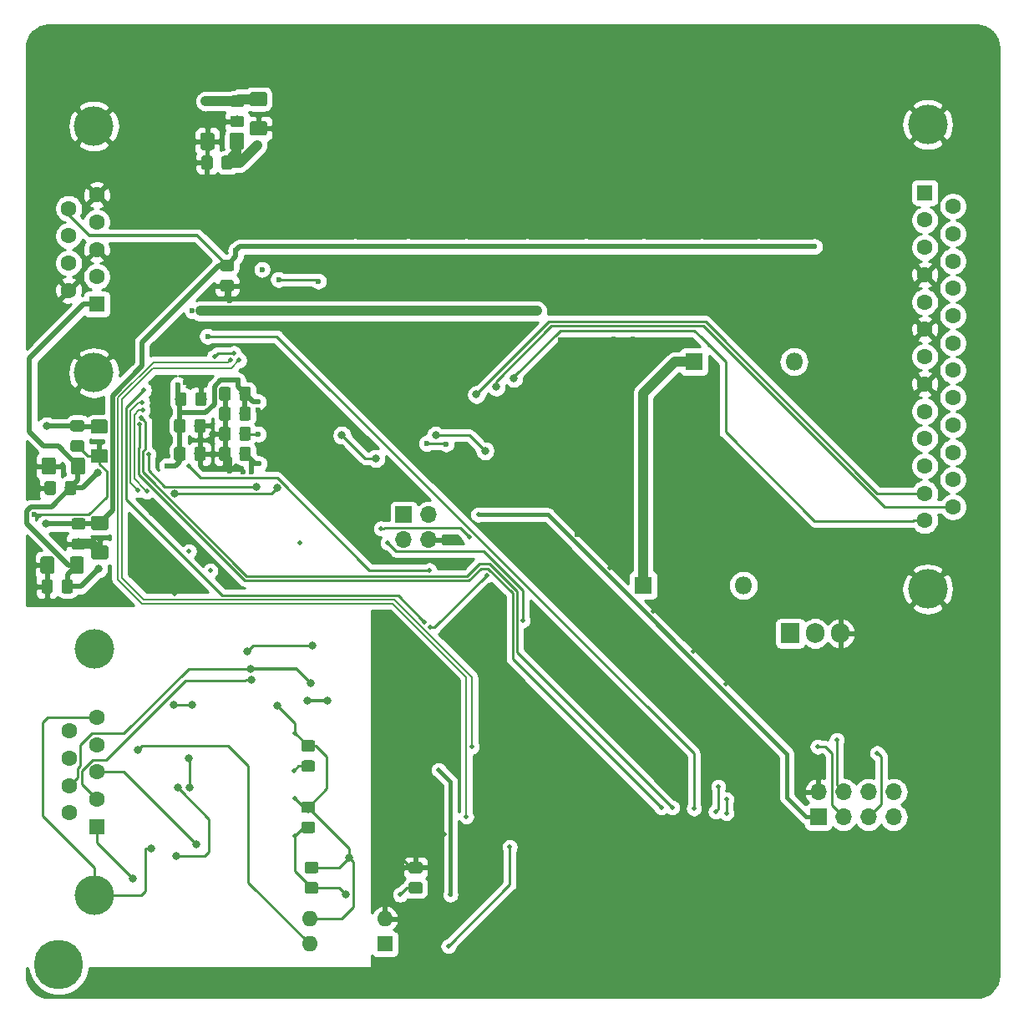
<source format=gbr>
G04 #@! TF.GenerationSoftware,KiCad,Pcbnew,(5.1.0)-1*
G04 #@! TF.CreationDate,2019-07-05T16:32:50+02:00*
G04 #@! TF.ProjectId,ECU_SMD,4543555f-534d-4442-9e6b-696361645f70,rev?*
G04 #@! TF.SameCoordinates,Original*
G04 #@! TF.FileFunction,Copper,L2,Bot*
G04 #@! TF.FilePolarity,Positive*
%FSLAX46Y46*%
G04 Gerber Fmt 4.6, Leading zero omitted, Abs format (unit mm)*
G04 Created by KiCad (PCBNEW (5.1.0)-1) date 2019-07-05 16:32:50*
%MOMM*%
%LPD*%
G04 APERTURE LIST*
%ADD10C,0.100000*%
%ADD11C,1.150000*%
%ADD12R,1.600000X1.600000*%
%ADD13C,1.600000*%
%ADD14C,4.000000*%
%ADD15O,1.600000X1.600000*%
%ADD16C,1.425000*%
%ADD17R,1.700000X1.700000*%
%ADD18O,1.700000X1.700000*%
%ADD19R,1.905000X2.000000*%
%ADD20O,1.905000X2.000000*%
%ADD21R,1.800000X1.800000*%
%ADD22O,1.800000X1.800000*%
%ADD23C,0.500000*%
%ADD24C,5.000000*%
%ADD25C,0.600000*%
%ADD26C,0.800000*%
%ADD27C,0.250000*%
%ADD28C,0.300000*%
%ADD29C,1.000000*%
%ADD30C,0.400000*%
%ADD31C,0.500000*%
%ADD32C,0.200000*%
%ADD33C,0.254000*%
G04 APERTURE END LIST*
D10*
G36*
X101642705Y-168555804D02*
G01*
X101666973Y-168559404D01*
X101690772Y-168565365D01*
X101713871Y-168573630D01*
X101736050Y-168584120D01*
X101757093Y-168596732D01*
X101776799Y-168611347D01*
X101794977Y-168627823D01*
X101811453Y-168646001D01*
X101826068Y-168665707D01*
X101838680Y-168686750D01*
X101849170Y-168708929D01*
X101857435Y-168732028D01*
X101863396Y-168755827D01*
X101866996Y-168780095D01*
X101868200Y-168804599D01*
X101868200Y-169454601D01*
X101866996Y-169479105D01*
X101863396Y-169503373D01*
X101857435Y-169527172D01*
X101849170Y-169550271D01*
X101838680Y-169572450D01*
X101826068Y-169593493D01*
X101811453Y-169613199D01*
X101794977Y-169631377D01*
X101776799Y-169647853D01*
X101757093Y-169662468D01*
X101736050Y-169675080D01*
X101713871Y-169685570D01*
X101690772Y-169693835D01*
X101666973Y-169699796D01*
X101642705Y-169703396D01*
X101618201Y-169704600D01*
X100718199Y-169704600D01*
X100693695Y-169703396D01*
X100669427Y-169699796D01*
X100645628Y-169693835D01*
X100622529Y-169685570D01*
X100600350Y-169675080D01*
X100579307Y-169662468D01*
X100559601Y-169647853D01*
X100541423Y-169631377D01*
X100524947Y-169613199D01*
X100510332Y-169593493D01*
X100497720Y-169572450D01*
X100487230Y-169550271D01*
X100478965Y-169527172D01*
X100473004Y-169503373D01*
X100469404Y-169479105D01*
X100468200Y-169454601D01*
X100468200Y-168804599D01*
X100469404Y-168780095D01*
X100473004Y-168755827D01*
X100478965Y-168732028D01*
X100487230Y-168708929D01*
X100497720Y-168686750D01*
X100510332Y-168665707D01*
X100524947Y-168646001D01*
X100541423Y-168627823D01*
X100559601Y-168611347D01*
X100579307Y-168596732D01*
X100600350Y-168584120D01*
X100622529Y-168573630D01*
X100645628Y-168565365D01*
X100669427Y-168559404D01*
X100693695Y-168555804D01*
X100718199Y-168554600D01*
X101618201Y-168554600D01*
X101642705Y-168555804D01*
X101642705Y-168555804D01*
G37*
D11*
X101168200Y-169129600D03*
D10*
G36*
X101642705Y-170605804D02*
G01*
X101666973Y-170609404D01*
X101690772Y-170615365D01*
X101713871Y-170623630D01*
X101736050Y-170634120D01*
X101757093Y-170646732D01*
X101776799Y-170661347D01*
X101794977Y-170677823D01*
X101811453Y-170696001D01*
X101826068Y-170715707D01*
X101838680Y-170736750D01*
X101849170Y-170758929D01*
X101857435Y-170782028D01*
X101863396Y-170805827D01*
X101866996Y-170830095D01*
X101868200Y-170854599D01*
X101868200Y-171504601D01*
X101866996Y-171529105D01*
X101863396Y-171553373D01*
X101857435Y-171577172D01*
X101849170Y-171600271D01*
X101838680Y-171622450D01*
X101826068Y-171643493D01*
X101811453Y-171663199D01*
X101794977Y-171681377D01*
X101776799Y-171697853D01*
X101757093Y-171712468D01*
X101736050Y-171725080D01*
X101713871Y-171735570D01*
X101690772Y-171743835D01*
X101666973Y-171749796D01*
X101642705Y-171753396D01*
X101618201Y-171754600D01*
X100718199Y-171754600D01*
X100693695Y-171753396D01*
X100669427Y-171749796D01*
X100645628Y-171743835D01*
X100622529Y-171735570D01*
X100600350Y-171725080D01*
X100579307Y-171712468D01*
X100559601Y-171697853D01*
X100541423Y-171681377D01*
X100524947Y-171663199D01*
X100510332Y-171643493D01*
X100497720Y-171622450D01*
X100487230Y-171600271D01*
X100478965Y-171577172D01*
X100473004Y-171553373D01*
X100469404Y-171529105D01*
X100468200Y-171504601D01*
X100468200Y-170854599D01*
X100469404Y-170830095D01*
X100473004Y-170805827D01*
X100478965Y-170782028D01*
X100487230Y-170758929D01*
X100497720Y-170736750D01*
X100510332Y-170715707D01*
X100524947Y-170696001D01*
X100541423Y-170677823D01*
X100559601Y-170661347D01*
X100579307Y-170646732D01*
X100600350Y-170634120D01*
X100622529Y-170623630D01*
X100645628Y-170615365D01*
X100669427Y-170609404D01*
X100693695Y-170605804D01*
X100718199Y-170604600D01*
X101618201Y-170604600D01*
X101642705Y-170605804D01*
X101642705Y-170605804D01*
G37*
D11*
X101168200Y-171179600D03*
D10*
G36*
X90746105Y-162434404D02*
G01*
X90770373Y-162438004D01*
X90794172Y-162443965D01*
X90817271Y-162452230D01*
X90839450Y-162462720D01*
X90860493Y-162475332D01*
X90880199Y-162489947D01*
X90898377Y-162506423D01*
X90914853Y-162524601D01*
X90929468Y-162544307D01*
X90942080Y-162565350D01*
X90952570Y-162587529D01*
X90960835Y-162610628D01*
X90966796Y-162634427D01*
X90970396Y-162658695D01*
X90971600Y-162683199D01*
X90971600Y-163333201D01*
X90970396Y-163357705D01*
X90966796Y-163381973D01*
X90960835Y-163405772D01*
X90952570Y-163428871D01*
X90942080Y-163451050D01*
X90929468Y-163472093D01*
X90914853Y-163491799D01*
X90898377Y-163509977D01*
X90880199Y-163526453D01*
X90860493Y-163541068D01*
X90839450Y-163553680D01*
X90817271Y-163564170D01*
X90794172Y-163572435D01*
X90770373Y-163578396D01*
X90746105Y-163581996D01*
X90721601Y-163583200D01*
X89821599Y-163583200D01*
X89797095Y-163581996D01*
X89772827Y-163578396D01*
X89749028Y-163572435D01*
X89725929Y-163564170D01*
X89703750Y-163553680D01*
X89682707Y-163541068D01*
X89663001Y-163526453D01*
X89644823Y-163509977D01*
X89628347Y-163491799D01*
X89613732Y-163472093D01*
X89601120Y-163451050D01*
X89590630Y-163428871D01*
X89582365Y-163405772D01*
X89576404Y-163381973D01*
X89572804Y-163357705D01*
X89571600Y-163333201D01*
X89571600Y-162683199D01*
X89572804Y-162658695D01*
X89576404Y-162634427D01*
X89582365Y-162610628D01*
X89590630Y-162587529D01*
X89601120Y-162565350D01*
X89613732Y-162544307D01*
X89628347Y-162524601D01*
X89644823Y-162506423D01*
X89663001Y-162489947D01*
X89682707Y-162475332D01*
X89703750Y-162462720D01*
X89725929Y-162452230D01*
X89749028Y-162443965D01*
X89772827Y-162438004D01*
X89797095Y-162434404D01*
X89821599Y-162433200D01*
X90721601Y-162433200D01*
X90746105Y-162434404D01*
X90746105Y-162434404D01*
G37*
D11*
X90271600Y-163008200D03*
D10*
G36*
X90746105Y-164484404D02*
G01*
X90770373Y-164488004D01*
X90794172Y-164493965D01*
X90817271Y-164502230D01*
X90839450Y-164512720D01*
X90860493Y-164525332D01*
X90880199Y-164539947D01*
X90898377Y-164556423D01*
X90914853Y-164574601D01*
X90929468Y-164594307D01*
X90942080Y-164615350D01*
X90952570Y-164637529D01*
X90960835Y-164660628D01*
X90966796Y-164684427D01*
X90970396Y-164708695D01*
X90971600Y-164733199D01*
X90971600Y-165383201D01*
X90970396Y-165407705D01*
X90966796Y-165431973D01*
X90960835Y-165455772D01*
X90952570Y-165478871D01*
X90942080Y-165501050D01*
X90929468Y-165522093D01*
X90914853Y-165541799D01*
X90898377Y-165559977D01*
X90880199Y-165576453D01*
X90860493Y-165591068D01*
X90839450Y-165603680D01*
X90817271Y-165614170D01*
X90794172Y-165622435D01*
X90770373Y-165628396D01*
X90746105Y-165631996D01*
X90721601Y-165633200D01*
X89821599Y-165633200D01*
X89797095Y-165631996D01*
X89772827Y-165628396D01*
X89749028Y-165622435D01*
X89725929Y-165614170D01*
X89703750Y-165603680D01*
X89682707Y-165591068D01*
X89663001Y-165576453D01*
X89644823Y-165559977D01*
X89628347Y-165541799D01*
X89613732Y-165522093D01*
X89601120Y-165501050D01*
X89590630Y-165478871D01*
X89582365Y-165455772D01*
X89576404Y-165431973D01*
X89572804Y-165407705D01*
X89571600Y-165383201D01*
X89571600Y-164733199D01*
X89572804Y-164708695D01*
X89576404Y-164684427D01*
X89582365Y-164660628D01*
X89590630Y-164637529D01*
X89601120Y-164615350D01*
X89613732Y-164594307D01*
X89628347Y-164574601D01*
X89644823Y-164556423D01*
X89663001Y-164539947D01*
X89682707Y-164525332D01*
X89703750Y-164512720D01*
X89725929Y-164502230D01*
X89749028Y-164493965D01*
X89772827Y-164488004D01*
X89797095Y-164484404D01*
X89821599Y-164483200D01*
X90721601Y-164483200D01*
X90746105Y-164484404D01*
X90746105Y-164484404D01*
G37*
D11*
X90271600Y-165058200D03*
D12*
X68867000Y-164969000D03*
D13*
X68867000Y-162199000D03*
X68867000Y-159429000D03*
X68867000Y-156659000D03*
X68867000Y-153889000D03*
X66027000Y-163584000D03*
X66027000Y-160814000D03*
X66027000Y-158044000D03*
X66027000Y-155274000D03*
D14*
X68567000Y-146929000D03*
X68567000Y-171929000D03*
D12*
X98049800Y-176868200D03*
D15*
X90429800Y-174328200D03*
X98049800Y-174328200D03*
X90429800Y-176868200D03*
D10*
G36*
X64484005Y-129942404D02*
G01*
X64508273Y-129946004D01*
X64532072Y-129951965D01*
X64555171Y-129960230D01*
X64577350Y-129970720D01*
X64598393Y-129983332D01*
X64618099Y-129997947D01*
X64636277Y-130014423D01*
X64652753Y-130032601D01*
X64667368Y-130052307D01*
X64679980Y-130073350D01*
X64690470Y-130095529D01*
X64698735Y-130118628D01*
X64704696Y-130142427D01*
X64708296Y-130166695D01*
X64709500Y-130191199D01*
X64709500Y-131091201D01*
X64708296Y-131115705D01*
X64704696Y-131139973D01*
X64698735Y-131163772D01*
X64690470Y-131186871D01*
X64679980Y-131209050D01*
X64667368Y-131230093D01*
X64652753Y-131249799D01*
X64636277Y-131267977D01*
X64618099Y-131284453D01*
X64598393Y-131299068D01*
X64577350Y-131311680D01*
X64555171Y-131322170D01*
X64532072Y-131330435D01*
X64508273Y-131336396D01*
X64484005Y-131339996D01*
X64459501Y-131341200D01*
X63809499Y-131341200D01*
X63784995Y-131339996D01*
X63760727Y-131336396D01*
X63736928Y-131330435D01*
X63713829Y-131322170D01*
X63691650Y-131311680D01*
X63670607Y-131299068D01*
X63650901Y-131284453D01*
X63632723Y-131267977D01*
X63616247Y-131249799D01*
X63601632Y-131230093D01*
X63589020Y-131209050D01*
X63578530Y-131186871D01*
X63570265Y-131163772D01*
X63564304Y-131139973D01*
X63560704Y-131115705D01*
X63559500Y-131091201D01*
X63559500Y-130191199D01*
X63560704Y-130166695D01*
X63564304Y-130142427D01*
X63570265Y-130118628D01*
X63578530Y-130095529D01*
X63589020Y-130073350D01*
X63601632Y-130052307D01*
X63616247Y-130032601D01*
X63632723Y-130014423D01*
X63650901Y-129997947D01*
X63670607Y-129983332D01*
X63691650Y-129970720D01*
X63713829Y-129960230D01*
X63736928Y-129951965D01*
X63760727Y-129946004D01*
X63784995Y-129942404D01*
X63809499Y-129941200D01*
X64459501Y-129941200D01*
X64484005Y-129942404D01*
X64484005Y-129942404D01*
G37*
D11*
X64134500Y-130641200D03*
D10*
G36*
X66534005Y-129942404D02*
G01*
X66558273Y-129946004D01*
X66582072Y-129951965D01*
X66605171Y-129960230D01*
X66627350Y-129970720D01*
X66648393Y-129983332D01*
X66668099Y-129997947D01*
X66686277Y-130014423D01*
X66702753Y-130032601D01*
X66717368Y-130052307D01*
X66729980Y-130073350D01*
X66740470Y-130095529D01*
X66748735Y-130118628D01*
X66754696Y-130142427D01*
X66758296Y-130166695D01*
X66759500Y-130191199D01*
X66759500Y-131091201D01*
X66758296Y-131115705D01*
X66754696Y-131139973D01*
X66748735Y-131163772D01*
X66740470Y-131186871D01*
X66729980Y-131209050D01*
X66717368Y-131230093D01*
X66702753Y-131249799D01*
X66686277Y-131267977D01*
X66668099Y-131284453D01*
X66648393Y-131299068D01*
X66627350Y-131311680D01*
X66605171Y-131322170D01*
X66582072Y-131330435D01*
X66558273Y-131336396D01*
X66534005Y-131339996D01*
X66509501Y-131341200D01*
X65859499Y-131341200D01*
X65834995Y-131339996D01*
X65810727Y-131336396D01*
X65786928Y-131330435D01*
X65763829Y-131322170D01*
X65741650Y-131311680D01*
X65720607Y-131299068D01*
X65700901Y-131284453D01*
X65682723Y-131267977D01*
X65666247Y-131249799D01*
X65651632Y-131230093D01*
X65639020Y-131209050D01*
X65628530Y-131186871D01*
X65620265Y-131163772D01*
X65614304Y-131139973D01*
X65610704Y-131115705D01*
X65609500Y-131091201D01*
X65609500Y-130191199D01*
X65610704Y-130166695D01*
X65614304Y-130142427D01*
X65620265Y-130118628D01*
X65628530Y-130095529D01*
X65639020Y-130073350D01*
X65651632Y-130052307D01*
X65666247Y-130032601D01*
X65682723Y-130014423D01*
X65700901Y-129997947D01*
X65720607Y-129983332D01*
X65741650Y-129970720D01*
X65763829Y-129960230D01*
X65786928Y-129951965D01*
X65810727Y-129946004D01*
X65834995Y-129942404D01*
X65859499Y-129941200D01*
X66509501Y-129941200D01*
X66534005Y-129942404D01*
X66534005Y-129942404D01*
G37*
D11*
X66184500Y-130641200D03*
D10*
G36*
X66207705Y-139933004D02*
G01*
X66231973Y-139936604D01*
X66255772Y-139942565D01*
X66278871Y-139950830D01*
X66301050Y-139961320D01*
X66322093Y-139973932D01*
X66341799Y-139988547D01*
X66359977Y-140005023D01*
X66376453Y-140023201D01*
X66391068Y-140042907D01*
X66403680Y-140063950D01*
X66414170Y-140086129D01*
X66422435Y-140109228D01*
X66428396Y-140133027D01*
X66431996Y-140157295D01*
X66433200Y-140181799D01*
X66433200Y-141081801D01*
X66431996Y-141106305D01*
X66428396Y-141130573D01*
X66422435Y-141154372D01*
X66414170Y-141177471D01*
X66403680Y-141199650D01*
X66391068Y-141220693D01*
X66376453Y-141240399D01*
X66359977Y-141258577D01*
X66341799Y-141275053D01*
X66322093Y-141289668D01*
X66301050Y-141302280D01*
X66278871Y-141312770D01*
X66255772Y-141321035D01*
X66231973Y-141326996D01*
X66207705Y-141330596D01*
X66183201Y-141331800D01*
X65533199Y-141331800D01*
X65508695Y-141330596D01*
X65484427Y-141326996D01*
X65460628Y-141321035D01*
X65437529Y-141312770D01*
X65415350Y-141302280D01*
X65394307Y-141289668D01*
X65374601Y-141275053D01*
X65356423Y-141258577D01*
X65339947Y-141240399D01*
X65325332Y-141220693D01*
X65312720Y-141199650D01*
X65302230Y-141177471D01*
X65293965Y-141154372D01*
X65288004Y-141130573D01*
X65284404Y-141106305D01*
X65283200Y-141081801D01*
X65283200Y-140181799D01*
X65284404Y-140157295D01*
X65288004Y-140133027D01*
X65293965Y-140109228D01*
X65302230Y-140086129D01*
X65312720Y-140063950D01*
X65325332Y-140042907D01*
X65339947Y-140023201D01*
X65356423Y-140005023D01*
X65374601Y-139988547D01*
X65394307Y-139973932D01*
X65415350Y-139961320D01*
X65437529Y-139950830D01*
X65460628Y-139942565D01*
X65484427Y-139936604D01*
X65508695Y-139933004D01*
X65533199Y-139931800D01*
X66183201Y-139931800D01*
X66207705Y-139933004D01*
X66207705Y-139933004D01*
G37*
D11*
X65858200Y-140631800D03*
D10*
G36*
X64157705Y-139933004D02*
G01*
X64181973Y-139936604D01*
X64205772Y-139942565D01*
X64228871Y-139950830D01*
X64251050Y-139961320D01*
X64272093Y-139973932D01*
X64291799Y-139988547D01*
X64309977Y-140005023D01*
X64326453Y-140023201D01*
X64341068Y-140042907D01*
X64353680Y-140063950D01*
X64364170Y-140086129D01*
X64372435Y-140109228D01*
X64378396Y-140133027D01*
X64381996Y-140157295D01*
X64383200Y-140181799D01*
X64383200Y-141081801D01*
X64381996Y-141106305D01*
X64378396Y-141130573D01*
X64372435Y-141154372D01*
X64364170Y-141177471D01*
X64353680Y-141199650D01*
X64341068Y-141220693D01*
X64326453Y-141240399D01*
X64309977Y-141258577D01*
X64291799Y-141275053D01*
X64272093Y-141289668D01*
X64251050Y-141302280D01*
X64228871Y-141312770D01*
X64205772Y-141321035D01*
X64181973Y-141326996D01*
X64157705Y-141330596D01*
X64133201Y-141331800D01*
X63483199Y-141331800D01*
X63458695Y-141330596D01*
X63434427Y-141326996D01*
X63410628Y-141321035D01*
X63387529Y-141312770D01*
X63365350Y-141302280D01*
X63344307Y-141289668D01*
X63324601Y-141275053D01*
X63306423Y-141258577D01*
X63289947Y-141240399D01*
X63275332Y-141220693D01*
X63262720Y-141199650D01*
X63252230Y-141177471D01*
X63243965Y-141154372D01*
X63238004Y-141130573D01*
X63234404Y-141106305D01*
X63233200Y-141081801D01*
X63233200Y-140181799D01*
X63234404Y-140157295D01*
X63238004Y-140133027D01*
X63243965Y-140109228D01*
X63252230Y-140086129D01*
X63262720Y-140063950D01*
X63275332Y-140042907D01*
X63289947Y-140023201D01*
X63306423Y-140005023D01*
X63324601Y-139988547D01*
X63344307Y-139973932D01*
X63365350Y-139961320D01*
X63387529Y-139950830D01*
X63410628Y-139942565D01*
X63434427Y-139936604D01*
X63458695Y-139933004D01*
X63483199Y-139931800D01*
X64133201Y-139931800D01*
X64157705Y-139933004D01*
X64157705Y-139933004D01*
G37*
D11*
X63808200Y-140631800D03*
D10*
G36*
X67433504Y-127544904D02*
G01*
X67457773Y-127548504D01*
X67481571Y-127554465D01*
X67504671Y-127562730D01*
X67526849Y-127573220D01*
X67547893Y-127585833D01*
X67567598Y-127600447D01*
X67585777Y-127616923D01*
X67602253Y-127635102D01*
X67616867Y-127654807D01*
X67629480Y-127675851D01*
X67639970Y-127698029D01*
X67648235Y-127721129D01*
X67654196Y-127744927D01*
X67657796Y-127769196D01*
X67659000Y-127793700D01*
X67659000Y-129043700D01*
X67657796Y-129068204D01*
X67654196Y-129092473D01*
X67648235Y-129116271D01*
X67639970Y-129139371D01*
X67629480Y-129161549D01*
X67616867Y-129182593D01*
X67602253Y-129202298D01*
X67585777Y-129220477D01*
X67567598Y-129236953D01*
X67547893Y-129251567D01*
X67526849Y-129264180D01*
X67504671Y-129274670D01*
X67481571Y-129282935D01*
X67457773Y-129288896D01*
X67433504Y-129292496D01*
X67409000Y-129293700D01*
X66484000Y-129293700D01*
X66459496Y-129292496D01*
X66435227Y-129288896D01*
X66411429Y-129282935D01*
X66388329Y-129274670D01*
X66366151Y-129264180D01*
X66345107Y-129251567D01*
X66325402Y-129236953D01*
X66307223Y-129220477D01*
X66290747Y-129202298D01*
X66276133Y-129182593D01*
X66263520Y-129161549D01*
X66253030Y-129139371D01*
X66244765Y-129116271D01*
X66238804Y-129092473D01*
X66235204Y-129068204D01*
X66234000Y-129043700D01*
X66234000Y-127793700D01*
X66235204Y-127769196D01*
X66238804Y-127744927D01*
X66244765Y-127721129D01*
X66253030Y-127698029D01*
X66263520Y-127675851D01*
X66276133Y-127654807D01*
X66290747Y-127635102D01*
X66307223Y-127616923D01*
X66325402Y-127600447D01*
X66345107Y-127585833D01*
X66366151Y-127573220D01*
X66388329Y-127562730D01*
X66411429Y-127554465D01*
X66435227Y-127548504D01*
X66459496Y-127544904D01*
X66484000Y-127543700D01*
X67409000Y-127543700D01*
X67433504Y-127544904D01*
X67433504Y-127544904D01*
G37*
D16*
X66946500Y-128418700D03*
D10*
G36*
X64458504Y-127544904D02*
G01*
X64482773Y-127548504D01*
X64506571Y-127554465D01*
X64529671Y-127562730D01*
X64551849Y-127573220D01*
X64572893Y-127585833D01*
X64592598Y-127600447D01*
X64610777Y-127616923D01*
X64627253Y-127635102D01*
X64641867Y-127654807D01*
X64654480Y-127675851D01*
X64664970Y-127698029D01*
X64673235Y-127721129D01*
X64679196Y-127744927D01*
X64682796Y-127769196D01*
X64684000Y-127793700D01*
X64684000Y-129043700D01*
X64682796Y-129068204D01*
X64679196Y-129092473D01*
X64673235Y-129116271D01*
X64664970Y-129139371D01*
X64654480Y-129161549D01*
X64641867Y-129182593D01*
X64627253Y-129202298D01*
X64610777Y-129220477D01*
X64592598Y-129236953D01*
X64572893Y-129251567D01*
X64551849Y-129264180D01*
X64529671Y-129274670D01*
X64506571Y-129282935D01*
X64482773Y-129288896D01*
X64458504Y-129292496D01*
X64434000Y-129293700D01*
X63509000Y-129293700D01*
X63484496Y-129292496D01*
X63460227Y-129288896D01*
X63436429Y-129282935D01*
X63413329Y-129274670D01*
X63391151Y-129264180D01*
X63370107Y-129251567D01*
X63350402Y-129236953D01*
X63332223Y-129220477D01*
X63315747Y-129202298D01*
X63301133Y-129182593D01*
X63288520Y-129161549D01*
X63278030Y-129139371D01*
X63269765Y-129116271D01*
X63263804Y-129092473D01*
X63260204Y-129068204D01*
X63259000Y-129043700D01*
X63259000Y-127793700D01*
X63260204Y-127769196D01*
X63263804Y-127744927D01*
X63269765Y-127721129D01*
X63278030Y-127698029D01*
X63288520Y-127675851D01*
X63301133Y-127654807D01*
X63315747Y-127635102D01*
X63332223Y-127616923D01*
X63350402Y-127600447D01*
X63370107Y-127585833D01*
X63391151Y-127573220D01*
X63413329Y-127562730D01*
X63436429Y-127554465D01*
X63460227Y-127548504D01*
X63484496Y-127544904D01*
X63509000Y-127543700D01*
X64434000Y-127543700D01*
X64458504Y-127544904D01*
X64458504Y-127544904D01*
G37*
D16*
X63971500Y-128418700D03*
D10*
G36*
X67315704Y-137599004D02*
G01*
X67339973Y-137602604D01*
X67363771Y-137608565D01*
X67386871Y-137616830D01*
X67409049Y-137627320D01*
X67430093Y-137639933D01*
X67449798Y-137654547D01*
X67467977Y-137671023D01*
X67484453Y-137689202D01*
X67499067Y-137708907D01*
X67511680Y-137729951D01*
X67522170Y-137752129D01*
X67530435Y-137775229D01*
X67536396Y-137799027D01*
X67539996Y-137823296D01*
X67541200Y-137847800D01*
X67541200Y-139097800D01*
X67539996Y-139122304D01*
X67536396Y-139146573D01*
X67530435Y-139170371D01*
X67522170Y-139193471D01*
X67511680Y-139215649D01*
X67499067Y-139236693D01*
X67484453Y-139256398D01*
X67467977Y-139274577D01*
X67449798Y-139291053D01*
X67430093Y-139305667D01*
X67409049Y-139318280D01*
X67386871Y-139328770D01*
X67363771Y-139337035D01*
X67339973Y-139342996D01*
X67315704Y-139346596D01*
X67291200Y-139347800D01*
X66366200Y-139347800D01*
X66341696Y-139346596D01*
X66317427Y-139342996D01*
X66293629Y-139337035D01*
X66270529Y-139328770D01*
X66248351Y-139318280D01*
X66227307Y-139305667D01*
X66207602Y-139291053D01*
X66189423Y-139274577D01*
X66172947Y-139256398D01*
X66158333Y-139236693D01*
X66145720Y-139215649D01*
X66135230Y-139193471D01*
X66126965Y-139170371D01*
X66121004Y-139146573D01*
X66117404Y-139122304D01*
X66116200Y-139097800D01*
X66116200Y-137847800D01*
X66117404Y-137823296D01*
X66121004Y-137799027D01*
X66126965Y-137775229D01*
X66135230Y-137752129D01*
X66145720Y-137729951D01*
X66158333Y-137708907D01*
X66172947Y-137689202D01*
X66189423Y-137671023D01*
X66207602Y-137654547D01*
X66227307Y-137639933D01*
X66248351Y-137627320D01*
X66270529Y-137616830D01*
X66293629Y-137608565D01*
X66317427Y-137602604D01*
X66341696Y-137599004D01*
X66366200Y-137597800D01*
X67291200Y-137597800D01*
X67315704Y-137599004D01*
X67315704Y-137599004D01*
G37*
D16*
X66828700Y-138472800D03*
D10*
G36*
X64340704Y-137599004D02*
G01*
X64364973Y-137602604D01*
X64388771Y-137608565D01*
X64411871Y-137616830D01*
X64434049Y-137627320D01*
X64455093Y-137639933D01*
X64474798Y-137654547D01*
X64492977Y-137671023D01*
X64509453Y-137689202D01*
X64524067Y-137708907D01*
X64536680Y-137729951D01*
X64547170Y-137752129D01*
X64555435Y-137775229D01*
X64561396Y-137799027D01*
X64564996Y-137823296D01*
X64566200Y-137847800D01*
X64566200Y-139097800D01*
X64564996Y-139122304D01*
X64561396Y-139146573D01*
X64555435Y-139170371D01*
X64547170Y-139193471D01*
X64536680Y-139215649D01*
X64524067Y-139236693D01*
X64509453Y-139256398D01*
X64492977Y-139274577D01*
X64474798Y-139291053D01*
X64455093Y-139305667D01*
X64434049Y-139318280D01*
X64411871Y-139328770D01*
X64388771Y-139337035D01*
X64364973Y-139342996D01*
X64340704Y-139346596D01*
X64316200Y-139347800D01*
X63391200Y-139347800D01*
X63366696Y-139346596D01*
X63342427Y-139342996D01*
X63318629Y-139337035D01*
X63295529Y-139328770D01*
X63273351Y-139318280D01*
X63252307Y-139305667D01*
X63232602Y-139291053D01*
X63214423Y-139274577D01*
X63197947Y-139256398D01*
X63183333Y-139236693D01*
X63170720Y-139215649D01*
X63160230Y-139193471D01*
X63151965Y-139170371D01*
X63146004Y-139146573D01*
X63142404Y-139122304D01*
X63141200Y-139097800D01*
X63141200Y-137847800D01*
X63142404Y-137823296D01*
X63146004Y-137799027D01*
X63151965Y-137775229D01*
X63160230Y-137752129D01*
X63170720Y-137729951D01*
X63183333Y-137708907D01*
X63197947Y-137689202D01*
X63214423Y-137671023D01*
X63232602Y-137654547D01*
X63252307Y-137639933D01*
X63273351Y-137627320D01*
X63295529Y-137616830D01*
X63318629Y-137608565D01*
X63342427Y-137602604D01*
X63366696Y-137599004D01*
X63391200Y-137597800D01*
X64316200Y-137597800D01*
X64340704Y-137599004D01*
X64340704Y-137599004D01*
G37*
D16*
X63853700Y-138472800D03*
D10*
G36*
X69755004Y-126691404D02*
G01*
X69779273Y-126695004D01*
X69803071Y-126700965D01*
X69826171Y-126709230D01*
X69848349Y-126719720D01*
X69869393Y-126732333D01*
X69889098Y-126746947D01*
X69907277Y-126763423D01*
X69923753Y-126781602D01*
X69938367Y-126801307D01*
X69950980Y-126822351D01*
X69961470Y-126844529D01*
X69969735Y-126867629D01*
X69975696Y-126891427D01*
X69979296Y-126915696D01*
X69980500Y-126940200D01*
X69980500Y-127865200D01*
X69979296Y-127889704D01*
X69975696Y-127913973D01*
X69969735Y-127937771D01*
X69961470Y-127960871D01*
X69950980Y-127983049D01*
X69938367Y-128004093D01*
X69923753Y-128023798D01*
X69907277Y-128041977D01*
X69889098Y-128058453D01*
X69869393Y-128073067D01*
X69848349Y-128085680D01*
X69826171Y-128096170D01*
X69803071Y-128104435D01*
X69779273Y-128110396D01*
X69755004Y-128113996D01*
X69730500Y-128115200D01*
X68480500Y-128115200D01*
X68455996Y-128113996D01*
X68431727Y-128110396D01*
X68407929Y-128104435D01*
X68384829Y-128096170D01*
X68362651Y-128085680D01*
X68341607Y-128073067D01*
X68321902Y-128058453D01*
X68303723Y-128041977D01*
X68287247Y-128023798D01*
X68272633Y-128004093D01*
X68260020Y-127983049D01*
X68249530Y-127960871D01*
X68241265Y-127937771D01*
X68235304Y-127913973D01*
X68231704Y-127889704D01*
X68230500Y-127865200D01*
X68230500Y-126940200D01*
X68231704Y-126915696D01*
X68235304Y-126891427D01*
X68241265Y-126867629D01*
X68249530Y-126844529D01*
X68260020Y-126822351D01*
X68272633Y-126801307D01*
X68287247Y-126781602D01*
X68303723Y-126763423D01*
X68321902Y-126746947D01*
X68341607Y-126732333D01*
X68362651Y-126719720D01*
X68384829Y-126709230D01*
X68407929Y-126700965D01*
X68431727Y-126695004D01*
X68455996Y-126691404D01*
X68480500Y-126690200D01*
X69730500Y-126690200D01*
X69755004Y-126691404D01*
X69755004Y-126691404D01*
G37*
D16*
X69105500Y-127402700D03*
D10*
G36*
X69755004Y-123716404D02*
G01*
X69779273Y-123720004D01*
X69803071Y-123725965D01*
X69826171Y-123734230D01*
X69848349Y-123744720D01*
X69869393Y-123757333D01*
X69889098Y-123771947D01*
X69907277Y-123788423D01*
X69923753Y-123806602D01*
X69938367Y-123826307D01*
X69950980Y-123847351D01*
X69961470Y-123869529D01*
X69969735Y-123892629D01*
X69975696Y-123916427D01*
X69979296Y-123940696D01*
X69980500Y-123965200D01*
X69980500Y-124890200D01*
X69979296Y-124914704D01*
X69975696Y-124938973D01*
X69969735Y-124962771D01*
X69961470Y-124985871D01*
X69950980Y-125008049D01*
X69938367Y-125029093D01*
X69923753Y-125048798D01*
X69907277Y-125066977D01*
X69889098Y-125083453D01*
X69869393Y-125098067D01*
X69848349Y-125110680D01*
X69826171Y-125121170D01*
X69803071Y-125129435D01*
X69779273Y-125135396D01*
X69755004Y-125138996D01*
X69730500Y-125140200D01*
X68480500Y-125140200D01*
X68455996Y-125138996D01*
X68431727Y-125135396D01*
X68407929Y-125129435D01*
X68384829Y-125121170D01*
X68362651Y-125110680D01*
X68341607Y-125098067D01*
X68321902Y-125083453D01*
X68303723Y-125066977D01*
X68287247Y-125048798D01*
X68272633Y-125029093D01*
X68260020Y-125008049D01*
X68249530Y-124985871D01*
X68241265Y-124962771D01*
X68235304Y-124938973D01*
X68231704Y-124914704D01*
X68230500Y-124890200D01*
X68230500Y-123965200D01*
X68231704Y-123940696D01*
X68235304Y-123916427D01*
X68241265Y-123892629D01*
X68249530Y-123869529D01*
X68260020Y-123847351D01*
X68272633Y-123826307D01*
X68287247Y-123806602D01*
X68303723Y-123788423D01*
X68321902Y-123771947D01*
X68341607Y-123757333D01*
X68362651Y-123744720D01*
X68384829Y-123734230D01*
X68407929Y-123725965D01*
X68431727Y-123720004D01*
X68455996Y-123716404D01*
X68480500Y-123715200D01*
X69730500Y-123715200D01*
X69755004Y-123716404D01*
X69755004Y-123716404D01*
G37*
D16*
X69105500Y-124427700D03*
D10*
G36*
X69800704Y-136455004D02*
G01*
X69824973Y-136458604D01*
X69848771Y-136464565D01*
X69871871Y-136472830D01*
X69894049Y-136483320D01*
X69915093Y-136495933D01*
X69934798Y-136510547D01*
X69952977Y-136527023D01*
X69969453Y-136545202D01*
X69984067Y-136564907D01*
X69996680Y-136585951D01*
X70007170Y-136608129D01*
X70015435Y-136631229D01*
X70021396Y-136655027D01*
X70024996Y-136679296D01*
X70026200Y-136703800D01*
X70026200Y-137628800D01*
X70024996Y-137653304D01*
X70021396Y-137677573D01*
X70015435Y-137701371D01*
X70007170Y-137724471D01*
X69996680Y-137746649D01*
X69984067Y-137767693D01*
X69969453Y-137787398D01*
X69952977Y-137805577D01*
X69934798Y-137822053D01*
X69915093Y-137836667D01*
X69894049Y-137849280D01*
X69871871Y-137859770D01*
X69848771Y-137868035D01*
X69824973Y-137873996D01*
X69800704Y-137877596D01*
X69776200Y-137878800D01*
X68526200Y-137878800D01*
X68501696Y-137877596D01*
X68477427Y-137873996D01*
X68453629Y-137868035D01*
X68430529Y-137859770D01*
X68408351Y-137849280D01*
X68387307Y-137836667D01*
X68367602Y-137822053D01*
X68349423Y-137805577D01*
X68332947Y-137787398D01*
X68318333Y-137767693D01*
X68305720Y-137746649D01*
X68295230Y-137724471D01*
X68286965Y-137701371D01*
X68281004Y-137677573D01*
X68277404Y-137653304D01*
X68276200Y-137628800D01*
X68276200Y-136703800D01*
X68277404Y-136679296D01*
X68281004Y-136655027D01*
X68286965Y-136631229D01*
X68295230Y-136608129D01*
X68305720Y-136585951D01*
X68318333Y-136564907D01*
X68332947Y-136545202D01*
X68349423Y-136527023D01*
X68367602Y-136510547D01*
X68387307Y-136495933D01*
X68408351Y-136483320D01*
X68430529Y-136472830D01*
X68453629Y-136464565D01*
X68477427Y-136458604D01*
X68501696Y-136455004D01*
X68526200Y-136453800D01*
X69776200Y-136453800D01*
X69800704Y-136455004D01*
X69800704Y-136455004D01*
G37*
D16*
X69151200Y-137166300D03*
D10*
G36*
X69800704Y-133480004D02*
G01*
X69824973Y-133483604D01*
X69848771Y-133489565D01*
X69871871Y-133497830D01*
X69894049Y-133508320D01*
X69915093Y-133520933D01*
X69934798Y-133535547D01*
X69952977Y-133552023D01*
X69969453Y-133570202D01*
X69984067Y-133589907D01*
X69996680Y-133610951D01*
X70007170Y-133633129D01*
X70015435Y-133656229D01*
X70021396Y-133680027D01*
X70024996Y-133704296D01*
X70026200Y-133728800D01*
X70026200Y-134653800D01*
X70024996Y-134678304D01*
X70021396Y-134702573D01*
X70015435Y-134726371D01*
X70007170Y-134749471D01*
X69996680Y-134771649D01*
X69984067Y-134792693D01*
X69969453Y-134812398D01*
X69952977Y-134830577D01*
X69934798Y-134847053D01*
X69915093Y-134861667D01*
X69894049Y-134874280D01*
X69871871Y-134884770D01*
X69848771Y-134893035D01*
X69824973Y-134898996D01*
X69800704Y-134902596D01*
X69776200Y-134903800D01*
X68526200Y-134903800D01*
X68501696Y-134902596D01*
X68477427Y-134898996D01*
X68453629Y-134893035D01*
X68430529Y-134884770D01*
X68408351Y-134874280D01*
X68387307Y-134861667D01*
X68367602Y-134847053D01*
X68349423Y-134830577D01*
X68332947Y-134812398D01*
X68318333Y-134792693D01*
X68305720Y-134771649D01*
X68295230Y-134749471D01*
X68286965Y-134726371D01*
X68281004Y-134702573D01*
X68277404Y-134678304D01*
X68276200Y-134653800D01*
X68276200Y-133728800D01*
X68277404Y-133704296D01*
X68281004Y-133680027D01*
X68286965Y-133656229D01*
X68295230Y-133633129D01*
X68305720Y-133610951D01*
X68318333Y-133589907D01*
X68332947Y-133570202D01*
X68349423Y-133552023D01*
X68367602Y-133535547D01*
X68387307Y-133520933D01*
X68408351Y-133508320D01*
X68430529Y-133497830D01*
X68453629Y-133489565D01*
X68477427Y-133483604D01*
X68501696Y-133480004D01*
X68526200Y-133478800D01*
X69776200Y-133478800D01*
X69800704Y-133480004D01*
X69800704Y-133480004D01*
G37*
D16*
X69151200Y-134191300D03*
D10*
G36*
X67357505Y-123762904D02*
G01*
X67381773Y-123766504D01*
X67405572Y-123772465D01*
X67428671Y-123780730D01*
X67450850Y-123791220D01*
X67471893Y-123803832D01*
X67491599Y-123818447D01*
X67509777Y-123834923D01*
X67526253Y-123853101D01*
X67540868Y-123872807D01*
X67553480Y-123893850D01*
X67563970Y-123916029D01*
X67572235Y-123939128D01*
X67578196Y-123962927D01*
X67581796Y-123987195D01*
X67583000Y-124011699D01*
X67583000Y-124661701D01*
X67581796Y-124686205D01*
X67578196Y-124710473D01*
X67572235Y-124734272D01*
X67563970Y-124757371D01*
X67553480Y-124779550D01*
X67540868Y-124800593D01*
X67526253Y-124820299D01*
X67509777Y-124838477D01*
X67491599Y-124854953D01*
X67471893Y-124869568D01*
X67450850Y-124882180D01*
X67428671Y-124892670D01*
X67405572Y-124900935D01*
X67381773Y-124906896D01*
X67357505Y-124910496D01*
X67333001Y-124911700D01*
X66432999Y-124911700D01*
X66408495Y-124910496D01*
X66384227Y-124906896D01*
X66360428Y-124900935D01*
X66337329Y-124892670D01*
X66315150Y-124882180D01*
X66294107Y-124869568D01*
X66274401Y-124854953D01*
X66256223Y-124838477D01*
X66239747Y-124820299D01*
X66225132Y-124800593D01*
X66212520Y-124779550D01*
X66202030Y-124757371D01*
X66193765Y-124734272D01*
X66187804Y-124710473D01*
X66184204Y-124686205D01*
X66183000Y-124661701D01*
X66183000Y-124011699D01*
X66184204Y-123987195D01*
X66187804Y-123962927D01*
X66193765Y-123939128D01*
X66202030Y-123916029D01*
X66212520Y-123893850D01*
X66225132Y-123872807D01*
X66239747Y-123853101D01*
X66256223Y-123834923D01*
X66274401Y-123818447D01*
X66294107Y-123803832D01*
X66315150Y-123791220D01*
X66337329Y-123780730D01*
X66360428Y-123772465D01*
X66384227Y-123766504D01*
X66408495Y-123762904D01*
X66432999Y-123761700D01*
X67333001Y-123761700D01*
X67357505Y-123762904D01*
X67357505Y-123762904D01*
G37*
D11*
X66883000Y-124336700D03*
D10*
G36*
X67357505Y-125812904D02*
G01*
X67381773Y-125816504D01*
X67405572Y-125822465D01*
X67428671Y-125830730D01*
X67450850Y-125841220D01*
X67471893Y-125853832D01*
X67491599Y-125868447D01*
X67509777Y-125884923D01*
X67526253Y-125903101D01*
X67540868Y-125922807D01*
X67553480Y-125943850D01*
X67563970Y-125966029D01*
X67572235Y-125989128D01*
X67578196Y-126012927D01*
X67581796Y-126037195D01*
X67583000Y-126061699D01*
X67583000Y-126711701D01*
X67581796Y-126736205D01*
X67578196Y-126760473D01*
X67572235Y-126784272D01*
X67563970Y-126807371D01*
X67553480Y-126829550D01*
X67540868Y-126850593D01*
X67526253Y-126870299D01*
X67509777Y-126888477D01*
X67491599Y-126904953D01*
X67471893Y-126919568D01*
X67450850Y-126932180D01*
X67428671Y-126942670D01*
X67405572Y-126950935D01*
X67381773Y-126956896D01*
X67357505Y-126960496D01*
X67333001Y-126961700D01*
X66432999Y-126961700D01*
X66408495Y-126960496D01*
X66384227Y-126956896D01*
X66360428Y-126950935D01*
X66337329Y-126942670D01*
X66315150Y-126932180D01*
X66294107Y-126919568D01*
X66274401Y-126904953D01*
X66256223Y-126888477D01*
X66239747Y-126870299D01*
X66225132Y-126850593D01*
X66212520Y-126829550D01*
X66202030Y-126807371D01*
X66193765Y-126784272D01*
X66187804Y-126760473D01*
X66184204Y-126736205D01*
X66183000Y-126711701D01*
X66183000Y-126061699D01*
X66184204Y-126037195D01*
X66187804Y-126012927D01*
X66193765Y-125989128D01*
X66202030Y-125966029D01*
X66212520Y-125943850D01*
X66225132Y-125922807D01*
X66239747Y-125903101D01*
X66256223Y-125884923D01*
X66274401Y-125868447D01*
X66294107Y-125853832D01*
X66315150Y-125841220D01*
X66337329Y-125830730D01*
X66360428Y-125822465D01*
X66384227Y-125816504D01*
X66408495Y-125812904D01*
X66432999Y-125811700D01*
X67333001Y-125811700D01*
X67357505Y-125812904D01*
X67357505Y-125812904D01*
G37*
D11*
X66883000Y-126386700D03*
D10*
G36*
X67466705Y-135749004D02*
G01*
X67490973Y-135752604D01*
X67514772Y-135758565D01*
X67537871Y-135766830D01*
X67560050Y-135777320D01*
X67581093Y-135789932D01*
X67600799Y-135804547D01*
X67618977Y-135821023D01*
X67635453Y-135839201D01*
X67650068Y-135858907D01*
X67662680Y-135879950D01*
X67673170Y-135902129D01*
X67681435Y-135925228D01*
X67687396Y-135949027D01*
X67690996Y-135973295D01*
X67692200Y-135997799D01*
X67692200Y-136647801D01*
X67690996Y-136672305D01*
X67687396Y-136696573D01*
X67681435Y-136720372D01*
X67673170Y-136743471D01*
X67662680Y-136765650D01*
X67650068Y-136786693D01*
X67635453Y-136806399D01*
X67618977Y-136824577D01*
X67600799Y-136841053D01*
X67581093Y-136855668D01*
X67560050Y-136868280D01*
X67537871Y-136878770D01*
X67514772Y-136887035D01*
X67490973Y-136892996D01*
X67466705Y-136896596D01*
X67442201Y-136897800D01*
X66542199Y-136897800D01*
X66517695Y-136896596D01*
X66493427Y-136892996D01*
X66469628Y-136887035D01*
X66446529Y-136878770D01*
X66424350Y-136868280D01*
X66403307Y-136855668D01*
X66383601Y-136841053D01*
X66365423Y-136824577D01*
X66348947Y-136806399D01*
X66334332Y-136786693D01*
X66321720Y-136765650D01*
X66311230Y-136743471D01*
X66302965Y-136720372D01*
X66297004Y-136696573D01*
X66293404Y-136672305D01*
X66292200Y-136647801D01*
X66292200Y-135997799D01*
X66293404Y-135973295D01*
X66297004Y-135949027D01*
X66302965Y-135925228D01*
X66311230Y-135902129D01*
X66321720Y-135879950D01*
X66334332Y-135858907D01*
X66348947Y-135839201D01*
X66365423Y-135821023D01*
X66383601Y-135804547D01*
X66403307Y-135789932D01*
X66424350Y-135777320D01*
X66446529Y-135766830D01*
X66469628Y-135758565D01*
X66493427Y-135752604D01*
X66517695Y-135749004D01*
X66542199Y-135747800D01*
X67442201Y-135747800D01*
X67466705Y-135749004D01*
X67466705Y-135749004D01*
G37*
D11*
X66992200Y-136322800D03*
D10*
G36*
X67466705Y-133699004D02*
G01*
X67490973Y-133702604D01*
X67514772Y-133708565D01*
X67537871Y-133716830D01*
X67560050Y-133727320D01*
X67581093Y-133739932D01*
X67600799Y-133754547D01*
X67618977Y-133771023D01*
X67635453Y-133789201D01*
X67650068Y-133808907D01*
X67662680Y-133829950D01*
X67673170Y-133852129D01*
X67681435Y-133875228D01*
X67687396Y-133899027D01*
X67690996Y-133923295D01*
X67692200Y-133947799D01*
X67692200Y-134597801D01*
X67690996Y-134622305D01*
X67687396Y-134646573D01*
X67681435Y-134670372D01*
X67673170Y-134693471D01*
X67662680Y-134715650D01*
X67650068Y-134736693D01*
X67635453Y-134756399D01*
X67618977Y-134774577D01*
X67600799Y-134791053D01*
X67581093Y-134805668D01*
X67560050Y-134818280D01*
X67537871Y-134828770D01*
X67514772Y-134837035D01*
X67490973Y-134842996D01*
X67466705Y-134846596D01*
X67442201Y-134847800D01*
X66542199Y-134847800D01*
X66517695Y-134846596D01*
X66493427Y-134842996D01*
X66469628Y-134837035D01*
X66446529Y-134828770D01*
X66424350Y-134818280D01*
X66403307Y-134805668D01*
X66383601Y-134791053D01*
X66365423Y-134774577D01*
X66348947Y-134756399D01*
X66334332Y-134736693D01*
X66321720Y-134715650D01*
X66311230Y-134693471D01*
X66302965Y-134670372D01*
X66297004Y-134646573D01*
X66293404Y-134622305D01*
X66292200Y-134597801D01*
X66292200Y-133947799D01*
X66293404Y-133923295D01*
X66297004Y-133899027D01*
X66302965Y-133875228D01*
X66311230Y-133852129D01*
X66321720Y-133829950D01*
X66334332Y-133808907D01*
X66348947Y-133789201D01*
X66365423Y-133771023D01*
X66383601Y-133754547D01*
X66403307Y-133739932D01*
X66424350Y-133727320D01*
X66446529Y-133716830D01*
X66469628Y-133708565D01*
X66493427Y-133702604D01*
X66517695Y-133699004D01*
X66542199Y-133697800D01*
X67442201Y-133697800D01*
X67466705Y-133699004D01*
X67466705Y-133699004D01*
G37*
D11*
X66992200Y-134272800D03*
D10*
G36*
X84229305Y-126479004D02*
G01*
X84253573Y-126482604D01*
X84277372Y-126488565D01*
X84300471Y-126496830D01*
X84322650Y-126507320D01*
X84343693Y-126519932D01*
X84363399Y-126534547D01*
X84381577Y-126551023D01*
X84398053Y-126569201D01*
X84412668Y-126588907D01*
X84425280Y-126609950D01*
X84435770Y-126632129D01*
X84444035Y-126655228D01*
X84449996Y-126679027D01*
X84453596Y-126703295D01*
X84454800Y-126727799D01*
X84454800Y-127627801D01*
X84453596Y-127652305D01*
X84449996Y-127676573D01*
X84444035Y-127700372D01*
X84435770Y-127723471D01*
X84425280Y-127745650D01*
X84412668Y-127766693D01*
X84398053Y-127786399D01*
X84381577Y-127804577D01*
X84363399Y-127821053D01*
X84343693Y-127835668D01*
X84322650Y-127848280D01*
X84300471Y-127858770D01*
X84277372Y-127867035D01*
X84253573Y-127872996D01*
X84229305Y-127876596D01*
X84204801Y-127877800D01*
X83554799Y-127877800D01*
X83530295Y-127876596D01*
X83506027Y-127872996D01*
X83482228Y-127867035D01*
X83459129Y-127858770D01*
X83436950Y-127848280D01*
X83415907Y-127835668D01*
X83396201Y-127821053D01*
X83378023Y-127804577D01*
X83361547Y-127786399D01*
X83346932Y-127766693D01*
X83334320Y-127745650D01*
X83323830Y-127723471D01*
X83315565Y-127700372D01*
X83309604Y-127676573D01*
X83306004Y-127652305D01*
X83304800Y-127627801D01*
X83304800Y-126727799D01*
X83306004Y-126703295D01*
X83309604Y-126679027D01*
X83315565Y-126655228D01*
X83323830Y-126632129D01*
X83334320Y-126609950D01*
X83346932Y-126588907D01*
X83361547Y-126569201D01*
X83378023Y-126551023D01*
X83396201Y-126534547D01*
X83415907Y-126519932D01*
X83436950Y-126507320D01*
X83459129Y-126496830D01*
X83482228Y-126488565D01*
X83506027Y-126482604D01*
X83530295Y-126479004D01*
X83554799Y-126477800D01*
X84204801Y-126477800D01*
X84229305Y-126479004D01*
X84229305Y-126479004D01*
G37*
D11*
X83879800Y-127177800D03*
D10*
G36*
X82179305Y-126479004D02*
G01*
X82203573Y-126482604D01*
X82227372Y-126488565D01*
X82250471Y-126496830D01*
X82272650Y-126507320D01*
X82293693Y-126519932D01*
X82313399Y-126534547D01*
X82331577Y-126551023D01*
X82348053Y-126569201D01*
X82362668Y-126588907D01*
X82375280Y-126609950D01*
X82385770Y-126632129D01*
X82394035Y-126655228D01*
X82399996Y-126679027D01*
X82403596Y-126703295D01*
X82404800Y-126727799D01*
X82404800Y-127627801D01*
X82403596Y-127652305D01*
X82399996Y-127676573D01*
X82394035Y-127700372D01*
X82385770Y-127723471D01*
X82375280Y-127745650D01*
X82362668Y-127766693D01*
X82348053Y-127786399D01*
X82331577Y-127804577D01*
X82313399Y-127821053D01*
X82293693Y-127835668D01*
X82272650Y-127848280D01*
X82250471Y-127858770D01*
X82227372Y-127867035D01*
X82203573Y-127872996D01*
X82179305Y-127876596D01*
X82154801Y-127877800D01*
X81504799Y-127877800D01*
X81480295Y-127876596D01*
X81456027Y-127872996D01*
X81432228Y-127867035D01*
X81409129Y-127858770D01*
X81386950Y-127848280D01*
X81365907Y-127835668D01*
X81346201Y-127821053D01*
X81328023Y-127804577D01*
X81311547Y-127786399D01*
X81296932Y-127766693D01*
X81284320Y-127745650D01*
X81273830Y-127723471D01*
X81265565Y-127700372D01*
X81259604Y-127676573D01*
X81256004Y-127652305D01*
X81254800Y-127627801D01*
X81254800Y-126727799D01*
X81256004Y-126703295D01*
X81259604Y-126679027D01*
X81265565Y-126655228D01*
X81273830Y-126632129D01*
X81284320Y-126609950D01*
X81296932Y-126588907D01*
X81311547Y-126569201D01*
X81328023Y-126551023D01*
X81346201Y-126534547D01*
X81365907Y-126519932D01*
X81386950Y-126507320D01*
X81409129Y-126496830D01*
X81432228Y-126488565D01*
X81456027Y-126482604D01*
X81480295Y-126479004D01*
X81504799Y-126477800D01*
X82154801Y-126477800D01*
X82179305Y-126479004D01*
X82179305Y-126479004D01*
G37*
D11*
X81829800Y-127177800D03*
D10*
G36*
X82179305Y-124447004D02*
G01*
X82203573Y-124450604D01*
X82227372Y-124456565D01*
X82250471Y-124464830D01*
X82272650Y-124475320D01*
X82293693Y-124487932D01*
X82313399Y-124502547D01*
X82331577Y-124519023D01*
X82348053Y-124537201D01*
X82362668Y-124556907D01*
X82375280Y-124577950D01*
X82385770Y-124600129D01*
X82394035Y-124623228D01*
X82399996Y-124647027D01*
X82403596Y-124671295D01*
X82404800Y-124695799D01*
X82404800Y-125595801D01*
X82403596Y-125620305D01*
X82399996Y-125644573D01*
X82394035Y-125668372D01*
X82385770Y-125691471D01*
X82375280Y-125713650D01*
X82362668Y-125734693D01*
X82348053Y-125754399D01*
X82331577Y-125772577D01*
X82313399Y-125789053D01*
X82293693Y-125803668D01*
X82272650Y-125816280D01*
X82250471Y-125826770D01*
X82227372Y-125835035D01*
X82203573Y-125840996D01*
X82179305Y-125844596D01*
X82154801Y-125845800D01*
X81504799Y-125845800D01*
X81480295Y-125844596D01*
X81456027Y-125840996D01*
X81432228Y-125835035D01*
X81409129Y-125826770D01*
X81386950Y-125816280D01*
X81365907Y-125803668D01*
X81346201Y-125789053D01*
X81328023Y-125772577D01*
X81311547Y-125754399D01*
X81296932Y-125734693D01*
X81284320Y-125713650D01*
X81273830Y-125691471D01*
X81265565Y-125668372D01*
X81259604Y-125644573D01*
X81256004Y-125620305D01*
X81254800Y-125595801D01*
X81254800Y-124695799D01*
X81256004Y-124671295D01*
X81259604Y-124647027D01*
X81265565Y-124623228D01*
X81273830Y-124600129D01*
X81284320Y-124577950D01*
X81296932Y-124556907D01*
X81311547Y-124537201D01*
X81328023Y-124519023D01*
X81346201Y-124502547D01*
X81365907Y-124487932D01*
X81386950Y-124475320D01*
X81409129Y-124464830D01*
X81432228Y-124456565D01*
X81456027Y-124450604D01*
X81480295Y-124447004D01*
X81504799Y-124445800D01*
X82154801Y-124445800D01*
X82179305Y-124447004D01*
X82179305Y-124447004D01*
G37*
D11*
X81829800Y-125145800D03*
D10*
G36*
X84229305Y-124447004D02*
G01*
X84253573Y-124450604D01*
X84277372Y-124456565D01*
X84300471Y-124464830D01*
X84322650Y-124475320D01*
X84343693Y-124487932D01*
X84363399Y-124502547D01*
X84381577Y-124519023D01*
X84398053Y-124537201D01*
X84412668Y-124556907D01*
X84425280Y-124577950D01*
X84435770Y-124600129D01*
X84444035Y-124623228D01*
X84449996Y-124647027D01*
X84453596Y-124671295D01*
X84454800Y-124695799D01*
X84454800Y-125595801D01*
X84453596Y-125620305D01*
X84449996Y-125644573D01*
X84444035Y-125668372D01*
X84435770Y-125691471D01*
X84425280Y-125713650D01*
X84412668Y-125734693D01*
X84398053Y-125754399D01*
X84381577Y-125772577D01*
X84363399Y-125789053D01*
X84343693Y-125803668D01*
X84322650Y-125816280D01*
X84300471Y-125826770D01*
X84277372Y-125835035D01*
X84253573Y-125840996D01*
X84229305Y-125844596D01*
X84204801Y-125845800D01*
X83554799Y-125845800D01*
X83530295Y-125844596D01*
X83506027Y-125840996D01*
X83482228Y-125835035D01*
X83459129Y-125826770D01*
X83436950Y-125816280D01*
X83415907Y-125803668D01*
X83396201Y-125789053D01*
X83378023Y-125772577D01*
X83361547Y-125754399D01*
X83346932Y-125734693D01*
X83334320Y-125713650D01*
X83323830Y-125691471D01*
X83315565Y-125668372D01*
X83309604Y-125644573D01*
X83306004Y-125620305D01*
X83304800Y-125595801D01*
X83304800Y-124695799D01*
X83306004Y-124671295D01*
X83309604Y-124647027D01*
X83315565Y-124623228D01*
X83323830Y-124600129D01*
X83334320Y-124577950D01*
X83346932Y-124556907D01*
X83361547Y-124537201D01*
X83378023Y-124519023D01*
X83396201Y-124502547D01*
X83415907Y-124487932D01*
X83436950Y-124475320D01*
X83459129Y-124464830D01*
X83482228Y-124456565D01*
X83506027Y-124450604D01*
X83530295Y-124447004D01*
X83554799Y-124445800D01*
X84204801Y-124445800D01*
X84229305Y-124447004D01*
X84229305Y-124447004D01*
G37*
D11*
X83879800Y-125145800D03*
D10*
G36*
X82179305Y-122415004D02*
G01*
X82203573Y-122418604D01*
X82227372Y-122424565D01*
X82250471Y-122432830D01*
X82272650Y-122443320D01*
X82293693Y-122455932D01*
X82313399Y-122470547D01*
X82331577Y-122487023D01*
X82348053Y-122505201D01*
X82362668Y-122524907D01*
X82375280Y-122545950D01*
X82385770Y-122568129D01*
X82394035Y-122591228D01*
X82399996Y-122615027D01*
X82403596Y-122639295D01*
X82404800Y-122663799D01*
X82404800Y-123563801D01*
X82403596Y-123588305D01*
X82399996Y-123612573D01*
X82394035Y-123636372D01*
X82385770Y-123659471D01*
X82375280Y-123681650D01*
X82362668Y-123702693D01*
X82348053Y-123722399D01*
X82331577Y-123740577D01*
X82313399Y-123757053D01*
X82293693Y-123771668D01*
X82272650Y-123784280D01*
X82250471Y-123794770D01*
X82227372Y-123803035D01*
X82203573Y-123808996D01*
X82179305Y-123812596D01*
X82154801Y-123813800D01*
X81504799Y-123813800D01*
X81480295Y-123812596D01*
X81456027Y-123808996D01*
X81432228Y-123803035D01*
X81409129Y-123794770D01*
X81386950Y-123784280D01*
X81365907Y-123771668D01*
X81346201Y-123757053D01*
X81328023Y-123740577D01*
X81311547Y-123722399D01*
X81296932Y-123702693D01*
X81284320Y-123681650D01*
X81273830Y-123659471D01*
X81265565Y-123636372D01*
X81259604Y-123612573D01*
X81256004Y-123588305D01*
X81254800Y-123563801D01*
X81254800Y-122663799D01*
X81256004Y-122639295D01*
X81259604Y-122615027D01*
X81265565Y-122591228D01*
X81273830Y-122568129D01*
X81284320Y-122545950D01*
X81296932Y-122524907D01*
X81311547Y-122505201D01*
X81328023Y-122487023D01*
X81346201Y-122470547D01*
X81365907Y-122455932D01*
X81386950Y-122443320D01*
X81409129Y-122432830D01*
X81432228Y-122424565D01*
X81456027Y-122418604D01*
X81480295Y-122415004D01*
X81504799Y-122413800D01*
X82154801Y-122413800D01*
X82179305Y-122415004D01*
X82179305Y-122415004D01*
G37*
D11*
X81829800Y-123113800D03*
D10*
G36*
X84229305Y-122415004D02*
G01*
X84253573Y-122418604D01*
X84277372Y-122424565D01*
X84300471Y-122432830D01*
X84322650Y-122443320D01*
X84343693Y-122455932D01*
X84363399Y-122470547D01*
X84381577Y-122487023D01*
X84398053Y-122505201D01*
X84412668Y-122524907D01*
X84425280Y-122545950D01*
X84435770Y-122568129D01*
X84444035Y-122591228D01*
X84449996Y-122615027D01*
X84453596Y-122639295D01*
X84454800Y-122663799D01*
X84454800Y-123563801D01*
X84453596Y-123588305D01*
X84449996Y-123612573D01*
X84444035Y-123636372D01*
X84435770Y-123659471D01*
X84425280Y-123681650D01*
X84412668Y-123702693D01*
X84398053Y-123722399D01*
X84381577Y-123740577D01*
X84363399Y-123757053D01*
X84343693Y-123771668D01*
X84322650Y-123784280D01*
X84300471Y-123794770D01*
X84277372Y-123803035D01*
X84253573Y-123808996D01*
X84229305Y-123812596D01*
X84204801Y-123813800D01*
X83554799Y-123813800D01*
X83530295Y-123812596D01*
X83506027Y-123808996D01*
X83482228Y-123803035D01*
X83459129Y-123794770D01*
X83436950Y-123784280D01*
X83415907Y-123771668D01*
X83396201Y-123757053D01*
X83378023Y-123740577D01*
X83361547Y-123722399D01*
X83346932Y-123702693D01*
X83334320Y-123681650D01*
X83323830Y-123659471D01*
X83315565Y-123636372D01*
X83309604Y-123612573D01*
X83306004Y-123588305D01*
X83304800Y-123563801D01*
X83304800Y-122663799D01*
X83306004Y-122639295D01*
X83309604Y-122615027D01*
X83315565Y-122591228D01*
X83323830Y-122568129D01*
X83334320Y-122545950D01*
X83346932Y-122524907D01*
X83361547Y-122505201D01*
X83378023Y-122487023D01*
X83396201Y-122470547D01*
X83415907Y-122455932D01*
X83436950Y-122443320D01*
X83459129Y-122432830D01*
X83482228Y-122424565D01*
X83506027Y-122418604D01*
X83530295Y-122415004D01*
X83554799Y-122413800D01*
X84204801Y-122413800D01*
X84229305Y-122415004D01*
X84229305Y-122415004D01*
G37*
D11*
X83879800Y-123113800D03*
D10*
G36*
X84229305Y-120383004D02*
G01*
X84253573Y-120386604D01*
X84277372Y-120392565D01*
X84300471Y-120400830D01*
X84322650Y-120411320D01*
X84343693Y-120423932D01*
X84363399Y-120438547D01*
X84381577Y-120455023D01*
X84398053Y-120473201D01*
X84412668Y-120492907D01*
X84425280Y-120513950D01*
X84435770Y-120536129D01*
X84444035Y-120559228D01*
X84449996Y-120583027D01*
X84453596Y-120607295D01*
X84454800Y-120631799D01*
X84454800Y-121531801D01*
X84453596Y-121556305D01*
X84449996Y-121580573D01*
X84444035Y-121604372D01*
X84435770Y-121627471D01*
X84425280Y-121649650D01*
X84412668Y-121670693D01*
X84398053Y-121690399D01*
X84381577Y-121708577D01*
X84363399Y-121725053D01*
X84343693Y-121739668D01*
X84322650Y-121752280D01*
X84300471Y-121762770D01*
X84277372Y-121771035D01*
X84253573Y-121776996D01*
X84229305Y-121780596D01*
X84204801Y-121781800D01*
X83554799Y-121781800D01*
X83530295Y-121780596D01*
X83506027Y-121776996D01*
X83482228Y-121771035D01*
X83459129Y-121762770D01*
X83436950Y-121752280D01*
X83415907Y-121739668D01*
X83396201Y-121725053D01*
X83378023Y-121708577D01*
X83361547Y-121690399D01*
X83346932Y-121670693D01*
X83334320Y-121649650D01*
X83323830Y-121627471D01*
X83315565Y-121604372D01*
X83309604Y-121580573D01*
X83306004Y-121556305D01*
X83304800Y-121531801D01*
X83304800Y-120631799D01*
X83306004Y-120607295D01*
X83309604Y-120583027D01*
X83315565Y-120559228D01*
X83323830Y-120536129D01*
X83334320Y-120513950D01*
X83346932Y-120492907D01*
X83361547Y-120473201D01*
X83378023Y-120455023D01*
X83396201Y-120438547D01*
X83415907Y-120423932D01*
X83436950Y-120411320D01*
X83459129Y-120400830D01*
X83482228Y-120392565D01*
X83506027Y-120386604D01*
X83530295Y-120383004D01*
X83554799Y-120381800D01*
X84204801Y-120381800D01*
X84229305Y-120383004D01*
X84229305Y-120383004D01*
G37*
D11*
X83879800Y-121081800D03*
D10*
G36*
X82179305Y-120383004D02*
G01*
X82203573Y-120386604D01*
X82227372Y-120392565D01*
X82250471Y-120400830D01*
X82272650Y-120411320D01*
X82293693Y-120423932D01*
X82313399Y-120438547D01*
X82331577Y-120455023D01*
X82348053Y-120473201D01*
X82362668Y-120492907D01*
X82375280Y-120513950D01*
X82385770Y-120536129D01*
X82394035Y-120559228D01*
X82399996Y-120583027D01*
X82403596Y-120607295D01*
X82404800Y-120631799D01*
X82404800Y-121531801D01*
X82403596Y-121556305D01*
X82399996Y-121580573D01*
X82394035Y-121604372D01*
X82385770Y-121627471D01*
X82375280Y-121649650D01*
X82362668Y-121670693D01*
X82348053Y-121690399D01*
X82331577Y-121708577D01*
X82313399Y-121725053D01*
X82293693Y-121739668D01*
X82272650Y-121752280D01*
X82250471Y-121762770D01*
X82227372Y-121771035D01*
X82203573Y-121776996D01*
X82179305Y-121780596D01*
X82154801Y-121781800D01*
X81504799Y-121781800D01*
X81480295Y-121780596D01*
X81456027Y-121776996D01*
X81432228Y-121771035D01*
X81409129Y-121762770D01*
X81386950Y-121752280D01*
X81365907Y-121739668D01*
X81346201Y-121725053D01*
X81328023Y-121708577D01*
X81311547Y-121690399D01*
X81296932Y-121670693D01*
X81284320Y-121649650D01*
X81273830Y-121627471D01*
X81265565Y-121604372D01*
X81259604Y-121580573D01*
X81256004Y-121556305D01*
X81254800Y-121531801D01*
X81254800Y-120631799D01*
X81256004Y-120607295D01*
X81259604Y-120583027D01*
X81265565Y-120559228D01*
X81273830Y-120536129D01*
X81284320Y-120513950D01*
X81296932Y-120492907D01*
X81311547Y-120473201D01*
X81328023Y-120455023D01*
X81346201Y-120438547D01*
X81365907Y-120423932D01*
X81386950Y-120411320D01*
X81409129Y-120400830D01*
X81432228Y-120392565D01*
X81456027Y-120386604D01*
X81480295Y-120383004D01*
X81504799Y-120381800D01*
X82154801Y-120381800D01*
X82179305Y-120383004D01*
X82179305Y-120383004D01*
G37*
D11*
X81829800Y-121081800D03*
D10*
G36*
X77707305Y-120933004D02*
G01*
X77731573Y-120936604D01*
X77755372Y-120942565D01*
X77778471Y-120950830D01*
X77800650Y-120961320D01*
X77821693Y-120973932D01*
X77841399Y-120988547D01*
X77859577Y-121005023D01*
X77876053Y-121023201D01*
X77890668Y-121042907D01*
X77903280Y-121063950D01*
X77913770Y-121086129D01*
X77922035Y-121109228D01*
X77927996Y-121133027D01*
X77931596Y-121157295D01*
X77932800Y-121181799D01*
X77932800Y-122081801D01*
X77931596Y-122106305D01*
X77927996Y-122130573D01*
X77922035Y-122154372D01*
X77913770Y-122177471D01*
X77903280Y-122199650D01*
X77890668Y-122220693D01*
X77876053Y-122240399D01*
X77859577Y-122258577D01*
X77841399Y-122275053D01*
X77821693Y-122289668D01*
X77800650Y-122302280D01*
X77778471Y-122312770D01*
X77755372Y-122321035D01*
X77731573Y-122326996D01*
X77707305Y-122330596D01*
X77682801Y-122331800D01*
X77032799Y-122331800D01*
X77008295Y-122330596D01*
X76984027Y-122326996D01*
X76960228Y-122321035D01*
X76937129Y-122312770D01*
X76914950Y-122302280D01*
X76893907Y-122289668D01*
X76874201Y-122275053D01*
X76856023Y-122258577D01*
X76839547Y-122240399D01*
X76824932Y-122220693D01*
X76812320Y-122199650D01*
X76801830Y-122177471D01*
X76793565Y-122154372D01*
X76787604Y-122130573D01*
X76784004Y-122106305D01*
X76782800Y-122081801D01*
X76782800Y-121181799D01*
X76784004Y-121157295D01*
X76787604Y-121133027D01*
X76793565Y-121109228D01*
X76801830Y-121086129D01*
X76812320Y-121063950D01*
X76824932Y-121042907D01*
X76839547Y-121023201D01*
X76856023Y-121005023D01*
X76874201Y-120988547D01*
X76893907Y-120973932D01*
X76914950Y-120961320D01*
X76937129Y-120950830D01*
X76960228Y-120942565D01*
X76984027Y-120936604D01*
X77008295Y-120933004D01*
X77032799Y-120931800D01*
X77682801Y-120931800D01*
X77707305Y-120933004D01*
X77707305Y-120933004D01*
G37*
D11*
X77357800Y-121631800D03*
D10*
G36*
X79757305Y-120933004D02*
G01*
X79781573Y-120936604D01*
X79805372Y-120942565D01*
X79828471Y-120950830D01*
X79850650Y-120961320D01*
X79871693Y-120973932D01*
X79891399Y-120988547D01*
X79909577Y-121005023D01*
X79926053Y-121023201D01*
X79940668Y-121042907D01*
X79953280Y-121063950D01*
X79963770Y-121086129D01*
X79972035Y-121109228D01*
X79977996Y-121133027D01*
X79981596Y-121157295D01*
X79982800Y-121181799D01*
X79982800Y-122081801D01*
X79981596Y-122106305D01*
X79977996Y-122130573D01*
X79972035Y-122154372D01*
X79963770Y-122177471D01*
X79953280Y-122199650D01*
X79940668Y-122220693D01*
X79926053Y-122240399D01*
X79909577Y-122258577D01*
X79891399Y-122275053D01*
X79871693Y-122289668D01*
X79850650Y-122302280D01*
X79828471Y-122312770D01*
X79805372Y-122321035D01*
X79781573Y-122326996D01*
X79757305Y-122330596D01*
X79732801Y-122331800D01*
X79082799Y-122331800D01*
X79058295Y-122330596D01*
X79034027Y-122326996D01*
X79010228Y-122321035D01*
X78987129Y-122312770D01*
X78964950Y-122302280D01*
X78943907Y-122289668D01*
X78924201Y-122275053D01*
X78906023Y-122258577D01*
X78889547Y-122240399D01*
X78874932Y-122220693D01*
X78862320Y-122199650D01*
X78851830Y-122177471D01*
X78843565Y-122154372D01*
X78837604Y-122130573D01*
X78834004Y-122106305D01*
X78832800Y-122081801D01*
X78832800Y-121181799D01*
X78834004Y-121157295D01*
X78837604Y-121133027D01*
X78843565Y-121109228D01*
X78851830Y-121086129D01*
X78862320Y-121063950D01*
X78874932Y-121042907D01*
X78889547Y-121023201D01*
X78906023Y-121005023D01*
X78924201Y-120988547D01*
X78943907Y-120973932D01*
X78964950Y-120961320D01*
X78987129Y-120950830D01*
X79010228Y-120942565D01*
X79034027Y-120936604D01*
X79058295Y-120933004D01*
X79082799Y-120931800D01*
X79732801Y-120931800D01*
X79757305Y-120933004D01*
X79757305Y-120933004D01*
G37*
D11*
X79407800Y-121631800D03*
D10*
G36*
X79657305Y-123633004D02*
G01*
X79681573Y-123636604D01*
X79705372Y-123642565D01*
X79728471Y-123650830D01*
X79750650Y-123661320D01*
X79771693Y-123673932D01*
X79791399Y-123688547D01*
X79809577Y-123705023D01*
X79826053Y-123723201D01*
X79840668Y-123742907D01*
X79853280Y-123763950D01*
X79863770Y-123786129D01*
X79872035Y-123809228D01*
X79877996Y-123833027D01*
X79881596Y-123857295D01*
X79882800Y-123881799D01*
X79882800Y-124781801D01*
X79881596Y-124806305D01*
X79877996Y-124830573D01*
X79872035Y-124854372D01*
X79863770Y-124877471D01*
X79853280Y-124899650D01*
X79840668Y-124920693D01*
X79826053Y-124940399D01*
X79809577Y-124958577D01*
X79791399Y-124975053D01*
X79771693Y-124989668D01*
X79750650Y-125002280D01*
X79728471Y-125012770D01*
X79705372Y-125021035D01*
X79681573Y-125026996D01*
X79657305Y-125030596D01*
X79632801Y-125031800D01*
X78982799Y-125031800D01*
X78958295Y-125030596D01*
X78934027Y-125026996D01*
X78910228Y-125021035D01*
X78887129Y-125012770D01*
X78864950Y-125002280D01*
X78843907Y-124989668D01*
X78824201Y-124975053D01*
X78806023Y-124958577D01*
X78789547Y-124940399D01*
X78774932Y-124920693D01*
X78762320Y-124899650D01*
X78751830Y-124877471D01*
X78743565Y-124854372D01*
X78737604Y-124830573D01*
X78734004Y-124806305D01*
X78732800Y-124781801D01*
X78732800Y-123881799D01*
X78734004Y-123857295D01*
X78737604Y-123833027D01*
X78743565Y-123809228D01*
X78751830Y-123786129D01*
X78762320Y-123763950D01*
X78774932Y-123742907D01*
X78789547Y-123723201D01*
X78806023Y-123705023D01*
X78824201Y-123688547D01*
X78843907Y-123673932D01*
X78864950Y-123661320D01*
X78887129Y-123650830D01*
X78910228Y-123642565D01*
X78934027Y-123636604D01*
X78958295Y-123633004D01*
X78982799Y-123631800D01*
X79632801Y-123631800D01*
X79657305Y-123633004D01*
X79657305Y-123633004D01*
G37*
D11*
X79307800Y-124331800D03*
D10*
G36*
X77607305Y-123633004D02*
G01*
X77631573Y-123636604D01*
X77655372Y-123642565D01*
X77678471Y-123650830D01*
X77700650Y-123661320D01*
X77721693Y-123673932D01*
X77741399Y-123688547D01*
X77759577Y-123705023D01*
X77776053Y-123723201D01*
X77790668Y-123742907D01*
X77803280Y-123763950D01*
X77813770Y-123786129D01*
X77822035Y-123809228D01*
X77827996Y-123833027D01*
X77831596Y-123857295D01*
X77832800Y-123881799D01*
X77832800Y-124781801D01*
X77831596Y-124806305D01*
X77827996Y-124830573D01*
X77822035Y-124854372D01*
X77813770Y-124877471D01*
X77803280Y-124899650D01*
X77790668Y-124920693D01*
X77776053Y-124940399D01*
X77759577Y-124958577D01*
X77741399Y-124975053D01*
X77721693Y-124989668D01*
X77700650Y-125002280D01*
X77678471Y-125012770D01*
X77655372Y-125021035D01*
X77631573Y-125026996D01*
X77607305Y-125030596D01*
X77582801Y-125031800D01*
X76932799Y-125031800D01*
X76908295Y-125030596D01*
X76884027Y-125026996D01*
X76860228Y-125021035D01*
X76837129Y-125012770D01*
X76814950Y-125002280D01*
X76793907Y-124989668D01*
X76774201Y-124975053D01*
X76756023Y-124958577D01*
X76739547Y-124940399D01*
X76724932Y-124920693D01*
X76712320Y-124899650D01*
X76701830Y-124877471D01*
X76693565Y-124854372D01*
X76687604Y-124830573D01*
X76684004Y-124806305D01*
X76682800Y-124781801D01*
X76682800Y-123881799D01*
X76684004Y-123857295D01*
X76687604Y-123833027D01*
X76693565Y-123809228D01*
X76701830Y-123786129D01*
X76712320Y-123763950D01*
X76724932Y-123742907D01*
X76739547Y-123723201D01*
X76756023Y-123705023D01*
X76774201Y-123688547D01*
X76793907Y-123673932D01*
X76814950Y-123661320D01*
X76837129Y-123650830D01*
X76860228Y-123642565D01*
X76884027Y-123636604D01*
X76908295Y-123633004D01*
X76932799Y-123631800D01*
X77582801Y-123631800D01*
X77607305Y-123633004D01*
X77607305Y-123633004D01*
G37*
D11*
X77257800Y-124331800D03*
D10*
G36*
X79657305Y-126479004D02*
G01*
X79681573Y-126482604D01*
X79705372Y-126488565D01*
X79728471Y-126496830D01*
X79750650Y-126507320D01*
X79771693Y-126519932D01*
X79791399Y-126534547D01*
X79809577Y-126551023D01*
X79826053Y-126569201D01*
X79840668Y-126588907D01*
X79853280Y-126609950D01*
X79863770Y-126632129D01*
X79872035Y-126655228D01*
X79877996Y-126679027D01*
X79881596Y-126703295D01*
X79882800Y-126727799D01*
X79882800Y-127627801D01*
X79881596Y-127652305D01*
X79877996Y-127676573D01*
X79872035Y-127700372D01*
X79863770Y-127723471D01*
X79853280Y-127745650D01*
X79840668Y-127766693D01*
X79826053Y-127786399D01*
X79809577Y-127804577D01*
X79791399Y-127821053D01*
X79771693Y-127835668D01*
X79750650Y-127848280D01*
X79728471Y-127858770D01*
X79705372Y-127867035D01*
X79681573Y-127872996D01*
X79657305Y-127876596D01*
X79632801Y-127877800D01*
X78982799Y-127877800D01*
X78958295Y-127876596D01*
X78934027Y-127872996D01*
X78910228Y-127867035D01*
X78887129Y-127858770D01*
X78864950Y-127848280D01*
X78843907Y-127835668D01*
X78824201Y-127821053D01*
X78806023Y-127804577D01*
X78789547Y-127786399D01*
X78774932Y-127766693D01*
X78762320Y-127745650D01*
X78751830Y-127723471D01*
X78743565Y-127700372D01*
X78737604Y-127676573D01*
X78734004Y-127652305D01*
X78732800Y-127627801D01*
X78732800Y-126727799D01*
X78734004Y-126703295D01*
X78737604Y-126679027D01*
X78743565Y-126655228D01*
X78751830Y-126632129D01*
X78762320Y-126609950D01*
X78774932Y-126588907D01*
X78789547Y-126569201D01*
X78806023Y-126551023D01*
X78824201Y-126534547D01*
X78843907Y-126519932D01*
X78864950Y-126507320D01*
X78887129Y-126496830D01*
X78910228Y-126488565D01*
X78934027Y-126482604D01*
X78958295Y-126479004D01*
X78982799Y-126477800D01*
X79632801Y-126477800D01*
X79657305Y-126479004D01*
X79657305Y-126479004D01*
G37*
D11*
X79307800Y-127177800D03*
D10*
G36*
X77607305Y-126479004D02*
G01*
X77631573Y-126482604D01*
X77655372Y-126488565D01*
X77678471Y-126496830D01*
X77700650Y-126507320D01*
X77721693Y-126519932D01*
X77741399Y-126534547D01*
X77759577Y-126551023D01*
X77776053Y-126569201D01*
X77790668Y-126588907D01*
X77803280Y-126609950D01*
X77813770Y-126632129D01*
X77822035Y-126655228D01*
X77827996Y-126679027D01*
X77831596Y-126703295D01*
X77832800Y-126727799D01*
X77832800Y-127627801D01*
X77831596Y-127652305D01*
X77827996Y-127676573D01*
X77822035Y-127700372D01*
X77813770Y-127723471D01*
X77803280Y-127745650D01*
X77790668Y-127766693D01*
X77776053Y-127786399D01*
X77759577Y-127804577D01*
X77741399Y-127821053D01*
X77721693Y-127835668D01*
X77700650Y-127848280D01*
X77678471Y-127858770D01*
X77655372Y-127867035D01*
X77631573Y-127872996D01*
X77607305Y-127876596D01*
X77582801Y-127877800D01*
X76932799Y-127877800D01*
X76908295Y-127876596D01*
X76884027Y-127872996D01*
X76860228Y-127867035D01*
X76837129Y-127858770D01*
X76814950Y-127848280D01*
X76793907Y-127835668D01*
X76774201Y-127821053D01*
X76756023Y-127804577D01*
X76739547Y-127786399D01*
X76724932Y-127766693D01*
X76712320Y-127745650D01*
X76701830Y-127723471D01*
X76693565Y-127700372D01*
X76687604Y-127676573D01*
X76684004Y-127652305D01*
X76682800Y-127627801D01*
X76682800Y-126727799D01*
X76684004Y-126703295D01*
X76687604Y-126679027D01*
X76693565Y-126655228D01*
X76701830Y-126632129D01*
X76712320Y-126609950D01*
X76724932Y-126588907D01*
X76739547Y-126569201D01*
X76756023Y-126551023D01*
X76774201Y-126534547D01*
X76793907Y-126519932D01*
X76814950Y-126507320D01*
X76837129Y-126496830D01*
X76860228Y-126488565D01*
X76884027Y-126482604D01*
X76908295Y-126479004D01*
X76932799Y-126477800D01*
X77582801Y-126477800D01*
X77607305Y-126479004D01*
X77607305Y-126479004D01*
G37*
D11*
X77257800Y-127177800D03*
D14*
X68540000Y-118960000D03*
X68540000Y-93960000D03*
D13*
X66000000Y-102305000D03*
X66000000Y-105075000D03*
X66000000Y-107845000D03*
X66000000Y-110615000D03*
X68840000Y-100920000D03*
X68840000Y-103690000D03*
X68840000Y-106460000D03*
X68840000Y-109230000D03*
D12*
X68840000Y-112000000D03*
D10*
G36*
X82412905Y-96956204D02*
G01*
X82437173Y-96959804D01*
X82460972Y-96965765D01*
X82484071Y-96974030D01*
X82506250Y-96984520D01*
X82527293Y-96997132D01*
X82546999Y-97011747D01*
X82565177Y-97028223D01*
X82581653Y-97046401D01*
X82596268Y-97066107D01*
X82608880Y-97087150D01*
X82619370Y-97109329D01*
X82627635Y-97132428D01*
X82633596Y-97156227D01*
X82637196Y-97180495D01*
X82638400Y-97204999D01*
X82638400Y-98105001D01*
X82637196Y-98129505D01*
X82633596Y-98153773D01*
X82627635Y-98177572D01*
X82619370Y-98200671D01*
X82608880Y-98222850D01*
X82596268Y-98243893D01*
X82581653Y-98263599D01*
X82565177Y-98281777D01*
X82546999Y-98298253D01*
X82527293Y-98312868D01*
X82506250Y-98325480D01*
X82484071Y-98335970D01*
X82460972Y-98344235D01*
X82437173Y-98350196D01*
X82412905Y-98353796D01*
X82388401Y-98355000D01*
X81738399Y-98355000D01*
X81713895Y-98353796D01*
X81689627Y-98350196D01*
X81665828Y-98344235D01*
X81642729Y-98335970D01*
X81620550Y-98325480D01*
X81599507Y-98312868D01*
X81579801Y-98298253D01*
X81561623Y-98281777D01*
X81545147Y-98263599D01*
X81530532Y-98243893D01*
X81517920Y-98222850D01*
X81507430Y-98200671D01*
X81499165Y-98177572D01*
X81493204Y-98153773D01*
X81489604Y-98129505D01*
X81488400Y-98105001D01*
X81488400Y-97204999D01*
X81489604Y-97180495D01*
X81493204Y-97156227D01*
X81499165Y-97132428D01*
X81507430Y-97109329D01*
X81517920Y-97087150D01*
X81530532Y-97066107D01*
X81545147Y-97046401D01*
X81561623Y-97028223D01*
X81579801Y-97011747D01*
X81599507Y-96997132D01*
X81620550Y-96984520D01*
X81642729Y-96974030D01*
X81665828Y-96965765D01*
X81689627Y-96959804D01*
X81713895Y-96956204D01*
X81738399Y-96955000D01*
X82388401Y-96955000D01*
X82412905Y-96956204D01*
X82412905Y-96956204D01*
G37*
D11*
X82063400Y-97655000D03*
D10*
G36*
X80362905Y-96956204D02*
G01*
X80387173Y-96959804D01*
X80410972Y-96965765D01*
X80434071Y-96974030D01*
X80456250Y-96984520D01*
X80477293Y-96997132D01*
X80496999Y-97011747D01*
X80515177Y-97028223D01*
X80531653Y-97046401D01*
X80546268Y-97066107D01*
X80558880Y-97087150D01*
X80569370Y-97109329D01*
X80577635Y-97132428D01*
X80583596Y-97156227D01*
X80587196Y-97180495D01*
X80588400Y-97204999D01*
X80588400Y-98105001D01*
X80587196Y-98129505D01*
X80583596Y-98153773D01*
X80577635Y-98177572D01*
X80569370Y-98200671D01*
X80558880Y-98222850D01*
X80546268Y-98243893D01*
X80531653Y-98263599D01*
X80515177Y-98281777D01*
X80496999Y-98298253D01*
X80477293Y-98312868D01*
X80456250Y-98325480D01*
X80434071Y-98335970D01*
X80410972Y-98344235D01*
X80387173Y-98350196D01*
X80362905Y-98353796D01*
X80338401Y-98355000D01*
X79688399Y-98355000D01*
X79663895Y-98353796D01*
X79639627Y-98350196D01*
X79615828Y-98344235D01*
X79592729Y-98335970D01*
X79570550Y-98325480D01*
X79549507Y-98312868D01*
X79529801Y-98298253D01*
X79511623Y-98281777D01*
X79495147Y-98263599D01*
X79480532Y-98243893D01*
X79467920Y-98222850D01*
X79457430Y-98200671D01*
X79449165Y-98177572D01*
X79443204Y-98153773D01*
X79439604Y-98129505D01*
X79438400Y-98105001D01*
X79438400Y-97204999D01*
X79439604Y-97180495D01*
X79443204Y-97156227D01*
X79449165Y-97132428D01*
X79457430Y-97109329D01*
X79467920Y-97087150D01*
X79480532Y-97066107D01*
X79495147Y-97046401D01*
X79511623Y-97028223D01*
X79529801Y-97011747D01*
X79549507Y-96997132D01*
X79570550Y-96984520D01*
X79592729Y-96974030D01*
X79615828Y-96965765D01*
X79639627Y-96959804D01*
X79663895Y-96956204D01*
X79688399Y-96955000D01*
X80338401Y-96955000D01*
X80362905Y-96956204D01*
X80362905Y-96956204D01*
G37*
D11*
X80013400Y-97655000D03*
D10*
G36*
X83520904Y-94622204D02*
G01*
X83545173Y-94625804D01*
X83568971Y-94631765D01*
X83592071Y-94640030D01*
X83614249Y-94650520D01*
X83635293Y-94663133D01*
X83654998Y-94677747D01*
X83673177Y-94694223D01*
X83689653Y-94712402D01*
X83704267Y-94732107D01*
X83716880Y-94753151D01*
X83727370Y-94775329D01*
X83735635Y-94798429D01*
X83741596Y-94822227D01*
X83745196Y-94846496D01*
X83746400Y-94871000D01*
X83746400Y-96121000D01*
X83745196Y-96145504D01*
X83741596Y-96169773D01*
X83735635Y-96193571D01*
X83727370Y-96216671D01*
X83716880Y-96238849D01*
X83704267Y-96259893D01*
X83689653Y-96279598D01*
X83673177Y-96297777D01*
X83654998Y-96314253D01*
X83635293Y-96328867D01*
X83614249Y-96341480D01*
X83592071Y-96351970D01*
X83568971Y-96360235D01*
X83545173Y-96366196D01*
X83520904Y-96369796D01*
X83496400Y-96371000D01*
X82571400Y-96371000D01*
X82546896Y-96369796D01*
X82522627Y-96366196D01*
X82498829Y-96360235D01*
X82475729Y-96351970D01*
X82453551Y-96341480D01*
X82432507Y-96328867D01*
X82412802Y-96314253D01*
X82394623Y-96297777D01*
X82378147Y-96279598D01*
X82363533Y-96259893D01*
X82350920Y-96238849D01*
X82340430Y-96216671D01*
X82332165Y-96193571D01*
X82326204Y-96169773D01*
X82322604Y-96145504D01*
X82321400Y-96121000D01*
X82321400Y-94871000D01*
X82322604Y-94846496D01*
X82326204Y-94822227D01*
X82332165Y-94798429D01*
X82340430Y-94775329D01*
X82350920Y-94753151D01*
X82363533Y-94732107D01*
X82378147Y-94712402D01*
X82394623Y-94694223D01*
X82412802Y-94677747D01*
X82432507Y-94663133D01*
X82453551Y-94650520D01*
X82475729Y-94640030D01*
X82498829Y-94631765D01*
X82522627Y-94625804D01*
X82546896Y-94622204D01*
X82571400Y-94621000D01*
X83496400Y-94621000D01*
X83520904Y-94622204D01*
X83520904Y-94622204D01*
G37*
D16*
X83033900Y-95496000D03*
D10*
G36*
X80545904Y-94622204D02*
G01*
X80570173Y-94625804D01*
X80593971Y-94631765D01*
X80617071Y-94640030D01*
X80639249Y-94650520D01*
X80660293Y-94663133D01*
X80679998Y-94677747D01*
X80698177Y-94694223D01*
X80714653Y-94712402D01*
X80729267Y-94732107D01*
X80741880Y-94753151D01*
X80752370Y-94775329D01*
X80760635Y-94798429D01*
X80766596Y-94822227D01*
X80770196Y-94846496D01*
X80771400Y-94871000D01*
X80771400Y-96121000D01*
X80770196Y-96145504D01*
X80766596Y-96169773D01*
X80760635Y-96193571D01*
X80752370Y-96216671D01*
X80741880Y-96238849D01*
X80729267Y-96259893D01*
X80714653Y-96279598D01*
X80698177Y-96297777D01*
X80679998Y-96314253D01*
X80660293Y-96328867D01*
X80639249Y-96341480D01*
X80617071Y-96351970D01*
X80593971Y-96360235D01*
X80570173Y-96366196D01*
X80545904Y-96369796D01*
X80521400Y-96371000D01*
X79596400Y-96371000D01*
X79571896Y-96369796D01*
X79547627Y-96366196D01*
X79523829Y-96360235D01*
X79500729Y-96351970D01*
X79478551Y-96341480D01*
X79457507Y-96328867D01*
X79437802Y-96314253D01*
X79419623Y-96297777D01*
X79403147Y-96279598D01*
X79388533Y-96259893D01*
X79375920Y-96238849D01*
X79365430Y-96216671D01*
X79357165Y-96193571D01*
X79351204Y-96169773D01*
X79347604Y-96145504D01*
X79346400Y-96121000D01*
X79346400Y-94871000D01*
X79347604Y-94846496D01*
X79351204Y-94822227D01*
X79357165Y-94798429D01*
X79365430Y-94775329D01*
X79375920Y-94753151D01*
X79388533Y-94732107D01*
X79403147Y-94712402D01*
X79419623Y-94694223D01*
X79437802Y-94677747D01*
X79457507Y-94663133D01*
X79478551Y-94650520D01*
X79500729Y-94640030D01*
X79523829Y-94631765D01*
X79547627Y-94625804D01*
X79571896Y-94622204D01*
X79596400Y-94621000D01*
X80521400Y-94621000D01*
X80545904Y-94622204D01*
X80545904Y-94622204D01*
G37*
D16*
X80058900Y-95496000D03*
D10*
G36*
X85878904Y-93478204D02*
G01*
X85903173Y-93481804D01*
X85926971Y-93487765D01*
X85950071Y-93496030D01*
X85972249Y-93506520D01*
X85993293Y-93519133D01*
X86012998Y-93533747D01*
X86031177Y-93550223D01*
X86047653Y-93568402D01*
X86062267Y-93588107D01*
X86074880Y-93609151D01*
X86085370Y-93631329D01*
X86093635Y-93654429D01*
X86099596Y-93678227D01*
X86103196Y-93702496D01*
X86104400Y-93727000D01*
X86104400Y-94652000D01*
X86103196Y-94676504D01*
X86099596Y-94700773D01*
X86093635Y-94724571D01*
X86085370Y-94747671D01*
X86074880Y-94769849D01*
X86062267Y-94790893D01*
X86047653Y-94810598D01*
X86031177Y-94828777D01*
X86012998Y-94845253D01*
X85993293Y-94859867D01*
X85972249Y-94872480D01*
X85950071Y-94882970D01*
X85926971Y-94891235D01*
X85903173Y-94897196D01*
X85878904Y-94900796D01*
X85854400Y-94902000D01*
X84604400Y-94902000D01*
X84579896Y-94900796D01*
X84555627Y-94897196D01*
X84531829Y-94891235D01*
X84508729Y-94882970D01*
X84486551Y-94872480D01*
X84465507Y-94859867D01*
X84445802Y-94845253D01*
X84427623Y-94828777D01*
X84411147Y-94810598D01*
X84396533Y-94790893D01*
X84383920Y-94769849D01*
X84373430Y-94747671D01*
X84365165Y-94724571D01*
X84359204Y-94700773D01*
X84355604Y-94676504D01*
X84354400Y-94652000D01*
X84354400Y-93727000D01*
X84355604Y-93702496D01*
X84359204Y-93678227D01*
X84365165Y-93654429D01*
X84373430Y-93631329D01*
X84383920Y-93609151D01*
X84396533Y-93588107D01*
X84411147Y-93568402D01*
X84427623Y-93550223D01*
X84445802Y-93533747D01*
X84465507Y-93519133D01*
X84486551Y-93506520D01*
X84508729Y-93496030D01*
X84531829Y-93487765D01*
X84555627Y-93481804D01*
X84579896Y-93478204D01*
X84604400Y-93477000D01*
X85854400Y-93477000D01*
X85878904Y-93478204D01*
X85878904Y-93478204D01*
G37*
D16*
X85229400Y-94189500D03*
D10*
G36*
X85878904Y-90503204D02*
G01*
X85903173Y-90506804D01*
X85926971Y-90512765D01*
X85950071Y-90521030D01*
X85972249Y-90531520D01*
X85993293Y-90544133D01*
X86012998Y-90558747D01*
X86031177Y-90575223D01*
X86047653Y-90593402D01*
X86062267Y-90613107D01*
X86074880Y-90634151D01*
X86085370Y-90656329D01*
X86093635Y-90679429D01*
X86099596Y-90703227D01*
X86103196Y-90727496D01*
X86104400Y-90752000D01*
X86104400Y-91677000D01*
X86103196Y-91701504D01*
X86099596Y-91725773D01*
X86093635Y-91749571D01*
X86085370Y-91772671D01*
X86074880Y-91794849D01*
X86062267Y-91815893D01*
X86047653Y-91835598D01*
X86031177Y-91853777D01*
X86012998Y-91870253D01*
X85993293Y-91884867D01*
X85972249Y-91897480D01*
X85950071Y-91907970D01*
X85926971Y-91916235D01*
X85903173Y-91922196D01*
X85878904Y-91925796D01*
X85854400Y-91927000D01*
X84604400Y-91927000D01*
X84579896Y-91925796D01*
X84555627Y-91922196D01*
X84531829Y-91916235D01*
X84508729Y-91907970D01*
X84486551Y-91897480D01*
X84465507Y-91884867D01*
X84445802Y-91870253D01*
X84427623Y-91853777D01*
X84411147Y-91835598D01*
X84396533Y-91815893D01*
X84383920Y-91794849D01*
X84373430Y-91772671D01*
X84365165Y-91749571D01*
X84359204Y-91725773D01*
X84355604Y-91701504D01*
X84354400Y-91677000D01*
X84354400Y-90752000D01*
X84355604Y-90727496D01*
X84359204Y-90703227D01*
X84365165Y-90679429D01*
X84373430Y-90656329D01*
X84383920Y-90634151D01*
X84396533Y-90613107D01*
X84411147Y-90593402D01*
X84427623Y-90575223D01*
X84445802Y-90558747D01*
X84465507Y-90544133D01*
X84486551Y-90531520D01*
X84508729Y-90521030D01*
X84531829Y-90512765D01*
X84555627Y-90506804D01*
X84579896Y-90503204D01*
X84604400Y-90502000D01*
X85854400Y-90502000D01*
X85878904Y-90503204D01*
X85878904Y-90503204D01*
G37*
D16*
X85229400Y-91214500D03*
D10*
G36*
X83544905Y-92899204D02*
G01*
X83569173Y-92902804D01*
X83592972Y-92908765D01*
X83616071Y-92917030D01*
X83638250Y-92927520D01*
X83659293Y-92940132D01*
X83678999Y-92954747D01*
X83697177Y-92971223D01*
X83713653Y-92989401D01*
X83728268Y-93009107D01*
X83740880Y-93030150D01*
X83751370Y-93052329D01*
X83759635Y-93075428D01*
X83765596Y-93099227D01*
X83769196Y-93123495D01*
X83770400Y-93147999D01*
X83770400Y-93798001D01*
X83769196Y-93822505D01*
X83765596Y-93846773D01*
X83759635Y-93870572D01*
X83751370Y-93893671D01*
X83740880Y-93915850D01*
X83728268Y-93936893D01*
X83713653Y-93956599D01*
X83697177Y-93974777D01*
X83678999Y-93991253D01*
X83659293Y-94005868D01*
X83638250Y-94018480D01*
X83616071Y-94028970D01*
X83592972Y-94037235D01*
X83569173Y-94043196D01*
X83544905Y-94046796D01*
X83520401Y-94048000D01*
X82620399Y-94048000D01*
X82595895Y-94046796D01*
X82571627Y-94043196D01*
X82547828Y-94037235D01*
X82524729Y-94028970D01*
X82502550Y-94018480D01*
X82481507Y-94005868D01*
X82461801Y-93991253D01*
X82443623Y-93974777D01*
X82427147Y-93956599D01*
X82412532Y-93936893D01*
X82399920Y-93915850D01*
X82389430Y-93893671D01*
X82381165Y-93870572D01*
X82375204Y-93846773D01*
X82371604Y-93822505D01*
X82370400Y-93798001D01*
X82370400Y-93147999D01*
X82371604Y-93123495D01*
X82375204Y-93099227D01*
X82381165Y-93075428D01*
X82389430Y-93052329D01*
X82399920Y-93030150D01*
X82412532Y-93009107D01*
X82427147Y-92989401D01*
X82443623Y-92971223D01*
X82461801Y-92954747D01*
X82481507Y-92940132D01*
X82502550Y-92927520D01*
X82524729Y-92917030D01*
X82547828Y-92908765D01*
X82571627Y-92902804D01*
X82595895Y-92899204D01*
X82620399Y-92898000D01*
X83520401Y-92898000D01*
X83544905Y-92899204D01*
X83544905Y-92899204D01*
G37*
D11*
X83070400Y-93473000D03*
D10*
G36*
X83544905Y-90849204D02*
G01*
X83569173Y-90852804D01*
X83592972Y-90858765D01*
X83616071Y-90867030D01*
X83638250Y-90877520D01*
X83659293Y-90890132D01*
X83678999Y-90904747D01*
X83697177Y-90921223D01*
X83713653Y-90939401D01*
X83728268Y-90959107D01*
X83740880Y-90980150D01*
X83751370Y-91002329D01*
X83759635Y-91025428D01*
X83765596Y-91049227D01*
X83769196Y-91073495D01*
X83770400Y-91097999D01*
X83770400Y-91748001D01*
X83769196Y-91772505D01*
X83765596Y-91796773D01*
X83759635Y-91820572D01*
X83751370Y-91843671D01*
X83740880Y-91865850D01*
X83728268Y-91886893D01*
X83713653Y-91906599D01*
X83697177Y-91924777D01*
X83678999Y-91941253D01*
X83659293Y-91955868D01*
X83638250Y-91968480D01*
X83616071Y-91978970D01*
X83592972Y-91987235D01*
X83569173Y-91993196D01*
X83544905Y-91996796D01*
X83520401Y-91998000D01*
X82620399Y-91998000D01*
X82595895Y-91996796D01*
X82571627Y-91993196D01*
X82547828Y-91987235D01*
X82524729Y-91978970D01*
X82502550Y-91968480D01*
X82481507Y-91955868D01*
X82461801Y-91941253D01*
X82443623Y-91924777D01*
X82427147Y-91906599D01*
X82412532Y-91886893D01*
X82399920Y-91865850D01*
X82389430Y-91843671D01*
X82381165Y-91820572D01*
X82375204Y-91796773D01*
X82371604Y-91772505D01*
X82370400Y-91748001D01*
X82370400Y-91097999D01*
X82371604Y-91073495D01*
X82375204Y-91049227D01*
X82381165Y-91025428D01*
X82389430Y-91002329D01*
X82399920Y-90980150D01*
X82412532Y-90959107D01*
X82427147Y-90939401D01*
X82443623Y-90921223D01*
X82461801Y-90904747D01*
X82481507Y-90890132D01*
X82502550Y-90877520D01*
X82524729Y-90867030D01*
X82547828Y-90858765D01*
X82571627Y-90852804D01*
X82595895Y-90849204D01*
X82620399Y-90848000D01*
X83520401Y-90848000D01*
X83544905Y-90849204D01*
X83544905Y-90849204D01*
G37*
D11*
X83070400Y-91423000D03*
D10*
G36*
X82518505Y-107505204D02*
G01*
X82542773Y-107508804D01*
X82566572Y-107514765D01*
X82589671Y-107523030D01*
X82611850Y-107533520D01*
X82632893Y-107546132D01*
X82652599Y-107560747D01*
X82670777Y-107577223D01*
X82687253Y-107595401D01*
X82701868Y-107615107D01*
X82714480Y-107636150D01*
X82724970Y-107658329D01*
X82733235Y-107681428D01*
X82739196Y-107705227D01*
X82742796Y-107729495D01*
X82744000Y-107753999D01*
X82744000Y-108404001D01*
X82742796Y-108428505D01*
X82739196Y-108452773D01*
X82733235Y-108476572D01*
X82724970Y-108499671D01*
X82714480Y-108521850D01*
X82701868Y-108542893D01*
X82687253Y-108562599D01*
X82670777Y-108580777D01*
X82652599Y-108597253D01*
X82632893Y-108611868D01*
X82611850Y-108624480D01*
X82589671Y-108634970D01*
X82566572Y-108643235D01*
X82542773Y-108649196D01*
X82518505Y-108652796D01*
X82494001Y-108654000D01*
X81593999Y-108654000D01*
X81569495Y-108652796D01*
X81545227Y-108649196D01*
X81521428Y-108643235D01*
X81498329Y-108634970D01*
X81476150Y-108624480D01*
X81455107Y-108611868D01*
X81435401Y-108597253D01*
X81417223Y-108580777D01*
X81400747Y-108562599D01*
X81386132Y-108542893D01*
X81373520Y-108521850D01*
X81363030Y-108499671D01*
X81354765Y-108476572D01*
X81348804Y-108452773D01*
X81345204Y-108428505D01*
X81344000Y-108404001D01*
X81344000Y-107753999D01*
X81345204Y-107729495D01*
X81348804Y-107705227D01*
X81354765Y-107681428D01*
X81363030Y-107658329D01*
X81373520Y-107636150D01*
X81386132Y-107615107D01*
X81400747Y-107595401D01*
X81417223Y-107577223D01*
X81435401Y-107560747D01*
X81455107Y-107546132D01*
X81476150Y-107533520D01*
X81498329Y-107523030D01*
X81521428Y-107514765D01*
X81545227Y-107508804D01*
X81569495Y-107505204D01*
X81593999Y-107504000D01*
X82494001Y-107504000D01*
X82518505Y-107505204D01*
X82518505Y-107505204D01*
G37*
D11*
X82044000Y-108079000D03*
D10*
G36*
X82518505Y-109555204D02*
G01*
X82542773Y-109558804D01*
X82566572Y-109564765D01*
X82589671Y-109573030D01*
X82611850Y-109583520D01*
X82632893Y-109596132D01*
X82652599Y-109610747D01*
X82670777Y-109627223D01*
X82687253Y-109645401D01*
X82701868Y-109665107D01*
X82714480Y-109686150D01*
X82724970Y-109708329D01*
X82733235Y-109731428D01*
X82739196Y-109755227D01*
X82742796Y-109779495D01*
X82744000Y-109803999D01*
X82744000Y-110454001D01*
X82742796Y-110478505D01*
X82739196Y-110502773D01*
X82733235Y-110526572D01*
X82724970Y-110549671D01*
X82714480Y-110571850D01*
X82701868Y-110592893D01*
X82687253Y-110612599D01*
X82670777Y-110630777D01*
X82652599Y-110647253D01*
X82632893Y-110661868D01*
X82611850Y-110674480D01*
X82589671Y-110684970D01*
X82566572Y-110693235D01*
X82542773Y-110699196D01*
X82518505Y-110702796D01*
X82494001Y-110704000D01*
X81593999Y-110704000D01*
X81569495Y-110702796D01*
X81545227Y-110699196D01*
X81521428Y-110693235D01*
X81498329Y-110684970D01*
X81476150Y-110674480D01*
X81455107Y-110661868D01*
X81435401Y-110647253D01*
X81417223Y-110630777D01*
X81400747Y-110612599D01*
X81386132Y-110592893D01*
X81373520Y-110571850D01*
X81363030Y-110549671D01*
X81354765Y-110526572D01*
X81348804Y-110502773D01*
X81345204Y-110478505D01*
X81344000Y-110454001D01*
X81344000Y-109803999D01*
X81345204Y-109779495D01*
X81348804Y-109755227D01*
X81354765Y-109731428D01*
X81363030Y-109708329D01*
X81373520Y-109686150D01*
X81386132Y-109665107D01*
X81400747Y-109645401D01*
X81417223Y-109627223D01*
X81435401Y-109610747D01*
X81455107Y-109596132D01*
X81476150Y-109583520D01*
X81498329Y-109573030D01*
X81521428Y-109564765D01*
X81545227Y-109558804D01*
X81569495Y-109555204D01*
X81593999Y-109554000D01*
X82494001Y-109554000D01*
X82518505Y-109555204D01*
X82518505Y-109555204D01*
G37*
D11*
X82044000Y-110129000D03*
D10*
G36*
X90746105Y-158261404D02*
G01*
X90770373Y-158265004D01*
X90794172Y-158270965D01*
X90817271Y-158279230D01*
X90839450Y-158289720D01*
X90860493Y-158302332D01*
X90880199Y-158316947D01*
X90898377Y-158333423D01*
X90914853Y-158351601D01*
X90929468Y-158371307D01*
X90942080Y-158392350D01*
X90952570Y-158414529D01*
X90960835Y-158437628D01*
X90966796Y-158461427D01*
X90970396Y-158485695D01*
X90971600Y-158510199D01*
X90971600Y-159160201D01*
X90970396Y-159184705D01*
X90966796Y-159208973D01*
X90960835Y-159232772D01*
X90952570Y-159255871D01*
X90942080Y-159278050D01*
X90929468Y-159299093D01*
X90914853Y-159318799D01*
X90898377Y-159336977D01*
X90880199Y-159353453D01*
X90860493Y-159368068D01*
X90839450Y-159380680D01*
X90817271Y-159391170D01*
X90794172Y-159399435D01*
X90770373Y-159405396D01*
X90746105Y-159408996D01*
X90721601Y-159410200D01*
X89821599Y-159410200D01*
X89797095Y-159408996D01*
X89772827Y-159405396D01*
X89749028Y-159399435D01*
X89725929Y-159391170D01*
X89703750Y-159380680D01*
X89682707Y-159368068D01*
X89663001Y-159353453D01*
X89644823Y-159336977D01*
X89628347Y-159318799D01*
X89613732Y-159299093D01*
X89601120Y-159278050D01*
X89590630Y-159255871D01*
X89582365Y-159232772D01*
X89576404Y-159208973D01*
X89572804Y-159184705D01*
X89571600Y-159160201D01*
X89571600Y-158510199D01*
X89572804Y-158485695D01*
X89576404Y-158461427D01*
X89582365Y-158437628D01*
X89590630Y-158414529D01*
X89601120Y-158392350D01*
X89613732Y-158371307D01*
X89628347Y-158351601D01*
X89644823Y-158333423D01*
X89663001Y-158316947D01*
X89682707Y-158302332D01*
X89703750Y-158289720D01*
X89725929Y-158279230D01*
X89749028Y-158270965D01*
X89772827Y-158265004D01*
X89797095Y-158261404D01*
X89821599Y-158260200D01*
X90721601Y-158260200D01*
X90746105Y-158261404D01*
X90746105Y-158261404D01*
G37*
D11*
X90271600Y-158835200D03*
D10*
G36*
X90746105Y-156211404D02*
G01*
X90770373Y-156215004D01*
X90794172Y-156220965D01*
X90817271Y-156229230D01*
X90839450Y-156239720D01*
X90860493Y-156252332D01*
X90880199Y-156266947D01*
X90898377Y-156283423D01*
X90914853Y-156301601D01*
X90929468Y-156321307D01*
X90942080Y-156342350D01*
X90952570Y-156364529D01*
X90960835Y-156387628D01*
X90966796Y-156411427D01*
X90970396Y-156435695D01*
X90971600Y-156460199D01*
X90971600Y-157110201D01*
X90970396Y-157134705D01*
X90966796Y-157158973D01*
X90960835Y-157182772D01*
X90952570Y-157205871D01*
X90942080Y-157228050D01*
X90929468Y-157249093D01*
X90914853Y-157268799D01*
X90898377Y-157286977D01*
X90880199Y-157303453D01*
X90860493Y-157318068D01*
X90839450Y-157330680D01*
X90817271Y-157341170D01*
X90794172Y-157349435D01*
X90770373Y-157355396D01*
X90746105Y-157358996D01*
X90721601Y-157360200D01*
X89821599Y-157360200D01*
X89797095Y-157358996D01*
X89772827Y-157355396D01*
X89749028Y-157349435D01*
X89725929Y-157341170D01*
X89703750Y-157330680D01*
X89682707Y-157318068D01*
X89663001Y-157303453D01*
X89644823Y-157286977D01*
X89628347Y-157268799D01*
X89613732Y-157249093D01*
X89601120Y-157228050D01*
X89590630Y-157205871D01*
X89582365Y-157182772D01*
X89576404Y-157158973D01*
X89572804Y-157134705D01*
X89571600Y-157110201D01*
X89571600Y-156460199D01*
X89572804Y-156435695D01*
X89576404Y-156411427D01*
X89582365Y-156387628D01*
X89590630Y-156364529D01*
X89601120Y-156342350D01*
X89613732Y-156321307D01*
X89628347Y-156301601D01*
X89644823Y-156283423D01*
X89663001Y-156266947D01*
X89682707Y-156252332D01*
X89703750Y-156239720D01*
X89725929Y-156229230D01*
X89749028Y-156220965D01*
X89772827Y-156215004D01*
X89797095Y-156211404D01*
X89821599Y-156210200D01*
X90721601Y-156210200D01*
X90746105Y-156211404D01*
X90746105Y-156211404D01*
G37*
D11*
X90271600Y-156785200D03*
D12*
X152781000Y-100711000D03*
D13*
X152781000Y-103481000D03*
X152781000Y-106251000D03*
X152781000Y-109021000D03*
X152781000Y-111791000D03*
X152781000Y-114561000D03*
X152781000Y-117331000D03*
X152781000Y-120101000D03*
X152781000Y-122871000D03*
X152781000Y-125641000D03*
X152781000Y-128411000D03*
X152781000Y-131181000D03*
X152781000Y-133951000D03*
X155621000Y-102096000D03*
X155621000Y-104866000D03*
X155621000Y-107636000D03*
X155621000Y-110406000D03*
X155621000Y-113176000D03*
X155621000Y-115946000D03*
X155621000Y-118716000D03*
X155621000Y-121486000D03*
X155621000Y-124256000D03*
X155621000Y-127026000D03*
X155621000Y-129796000D03*
X155621000Y-132566000D03*
D14*
X153081000Y-140881000D03*
X153081000Y-93781000D03*
D17*
X142000000Y-164000000D03*
D18*
X142000000Y-161460000D03*
X144540000Y-164000000D03*
X144540000Y-161460000D03*
X147080000Y-164000000D03*
X147080000Y-161460000D03*
X149620000Y-164000000D03*
X149620000Y-161460000D03*
D19*
X139133001Y-145388801D03*
D20*
X141673001Y-145388801D03*
X144213001Y-145388801D03*
D21*
X129362200Y-117856000D03*
D22*
X139522200Y-117856000D03*
X134391400Y-140512800D03*
D21*
X124231400Y-140512800D03*
D17*
X99949000Y-133350000D03*
D18*
X102489000Y-133350000D03*
X99949000Y-135890000D03*
X102489000Y-135890000D03*
D10*
G36*
X91076305Y-168555804D02*
G01*
X91100573Y-168559404D01*
X91124372Y-168565365D01*
X91147471Y-168573630D01*
X91169650Y-168584120D01*
X91190693Y-168596732D01*
X91210399Y-168611347D01*
X91228577Y-168627823D01*
X91245053Y-168646001D01*
X91259668Y-168665707D01*
X91272280Y-168686750D01*
X91282770Y-168708929D01*
X91291035Y-168732028D01*
X91296996Y-168755827D01*
X91300596Y-168780095D01*
X91301800Y-168804599D01*
X91301800Y-169454601D01*
X91300596Y-169479105D01*
X91296996Y-169503373D01*
X91291035Y-169527172D01*
X91282770Y-169550271D01*
X91272280Y-169572450D01*
X91259668Y-169593493D01*
X91245053Y-169613199D01*
X91228577Y-169631377D01*
X91210399Y-169647853D01*
X91190693Y-169662468D01*
X91169650Y-169675080D01*
X91147471Y-169685570D01*
X91124372Y-169693835D01*
X91100573Y-169699796D01*
X91076305Y-169703396D01*
X91051801Y-169704600D01*
X90151799Y-169704600D01*
X90127295Y-169703396D01*
X90103027Y-169699796D01*
X90079228Y-169693835D01*
X90056129Y-169685570D01*
X90033950Y-169675080D01*
X90012907Y-169662468D01*
X89993201Y-169647853D01*
X89975023Y-169631377D01*
X89958547Y-169613199D01*
X89943932Y-169593493D01*
X89931320Y-169572450D01*
X89920830Y-169550271D01*
X89912565Y-169527172D01*
X89906604Y-169503373D01*
X89903004Y-169479105D01*
X89901800Y-169454601D01*
X89901800Y-168804599D01*
X89903004Y-168780095D01*
X89906604Y-168755827D01*
X89912565Y-168732028D01*
X89920830Y-168708929D01*
X89931320Y-168686750D01*
X89943932Y-168665707D01*
X89958547Y-168646001D01*
X89975023Y-168627823D01*
X89993201Y-168611347D01*
X90012907Y-168596732D01*
X90033950Y-168584120D01*
X90056129Y-168573630D01*
X90079228Y-168565365D01*
X90103027Y-168559404D01*
X90127295Y-168555804D01*
X90151799Y-168554600D01*
X91051801Y-168554600D01*
X91076305Y-168555804D01*
X91076305Y-168555804D01*
G37*
D11*
X90601800Y-169129600D03*
D10*
G36*
X91076305Y-170605804D02*
G01*
X91100573Y-170609404D01*
X91124372Y-170615365D01*
X91147471Y-170623630D01*
X91169650Y-170634120D01*
X91190693Y-170646732D01*
X91210399Y-170661347D01*
X91228577Y-170677823D01*
X91245053Y-170696001D01*
X91259668Y-170715707D01*
X91272280Y-170736750D01*
X91282770Y-170758929D01*
X91291035Y-170782028D01*
X91296996Y-170805827D01*
X91300596Y-170830095D01*
X91301800Y-170854599D01*
X91301800Y-171504601D01*
X91300596Y-171529105D01*
X91296996Y-171553373D01*
X91291035Y-171577172D01*
X91282770Y-171600271D01*
X91272280Y-171622450D01*
X91259668Y-171643493D01*
X91245053Y-171663199D01*
X91228577Y-171681377D01*
X91210399Y-171697853D01*
X91190693Y-171712468D01*
X91169650Y-171725080D01*
X91147471Y-171735570D01*
X91124372Y-171743835D01*
X91100573Y-171749796D01*
X91076305Y-171753396D01*
X91051801Y-171754600D01*
X90151799Y-171754600D01*
X90127295Y-171753396D01*
X90103027Y-171749796D01*
X90079228Y-171743835D01*
X90056129Y-171735570D01*
X90033950Y-171725080D01*
X90012907Y-171712468D01*
X89993201Y-171697853D01*
X89975023Y-171681377D01*
X89958547Y-171663199D01*
X89943932Y-171643493D01*
X89931320Y-171622450D01*
X89920830Y-171600271D01*
X89912565Y-171577172D01*
X89906604Y-171553373D01*
X89903004Y-171529105D01*
X89901800Y-171504601D01*
X89901800Y-170854599D01*
X89903004Y-170830095D01*
X89906604Y-170805827D01*
X89912565Y-170782028D01*
X89920830Y-170758929D01*
X89931320Y-170736750D01*
X89943932Y-170715707D01*
X89958547Y-170696001D01*
X89975023Y-170677823D01*
X89993201Y-170661347D01*
X90012907Y-170646732D01*
X90033950Y-170634120D01*
X90056129Y-170623630D01*
X90079228Y-170615365D01*
X90103027Y-170609404D01*
X90127295Y-170605804D01*
X90151799Y-170604600D01*
X91051801Y-170604600D01*
X91076305Y-170605804D01*
X91076305Y-170605804D01*
G37*
D11*
X90601800Y-171179600D03*
D23*
X89451180Y-136237980D03*
X80345280Y-139039600D03*
X78198980Y-137053320D03*
D24*
X65000000Y-179000000D03*
D25*
X82282800Y-128931800D03*
X83682787Y-128981800D03*
X85203287Y-122740826D03*
X77791758Y-119928814D03*
X76032800Y-127431800D03*
X82296000Y-111633000D03*
X62255400Y-126695200D03*
X62255400Y-129768600D03*
X62509400Y-133324600D03*
X62280800Y-140919200D03*
X136194800Y-91313000D03*
X130098800Y-90830400D03*
X127025400Y-89484200D03*
X118160800Y-92608400D03*
X115448001Y-96241001D03*
X112420400Y-93903800D03*
X109499400Y-96774000D03*
X94564200Y-93192600D03*
X94691200Y-91236800D03*
X97485200Y-96469200D03*
X103378000Y-96570800D03*
X128219200Y-103936800D03*
X127203200Y-96697800D03*
X133019800Y-96824800D03*
X135128000Y-101041200D03*
X136601200Y-100990400D03*
X93649800Y-98628200D03*
X93536800Y-96469200D03*
X144322800Y-119024400D03*
X80137000Y-110972600D03*
X76022200Y-102717600D03*
X80924400Y-102590600D03*
X84302600Y-102844600D03*
X86436200Y-102031800D03*
X86817200Y-101295200D03*
X75234800Y-99923600D03*
X75158600Y-94081600D03*
X78054200Y-95986600D03*
X75260200Y-95935800D03*
X73507600Y-94970600D03*
X75082400Y-89103200D03*
X73126600Y-86664800D03*
X69799200Y-88773000D03*
X75463400Y-85293200D03*
X80289400Y-86233000D03*
X81559400Y-87985600D03*
X89255600Y-86995000D03*
X88061800Y-88722200D03*
X88671400Y-90805000D03*
X99796600Y-87299800D03*
X94513400Y-86385400D03*
X104952800Y-87706200D03*
X110109000Y-87782400D03*
X117094000Y-88138000D03*
X121843800Y-88823800D03*
X130860800Y-89535000D03*
X136220200Y-89966800D03*
X143814800Y-91109800D03*
X145821400Y-95961200D03*
X144221200Y-100457000D03*
X156057600Y-98272600D03*
X155879800Y-95961200D03*
X151968200Y-89662000D03*
X153568400Y-97485200D03*
X157175200Y-103835200D03*
X157276800Y-108966000D03*
X158165800Y-117119400D03*
X158546800Y-122377200D03*
X148056600Y-115493800D03*
X144881600Y-112268000D03*
X143687800Y-111125000D03*
X139115800Y-111074200D03*
X136067800Y-111023400D03*
X141935200Y-108077000D03*
X145135600Y-107645200D03*
X143408400Y-104698800D03*
X115824000Y-115620800D03*
X120065800Y-119888000D03*
X115290600Y-119735600D03*
X110185200Y-129260600D03*
X113461800Y-131597400D03*
X116890800Y-128524000D03*
X119557800Y-131851400D03*
X120345200Y-134874000D03*
X129260600Y-129717800D03*
X132791200Y-128270000D03*
X135458200Y-131648200D03*
X135077200Y-133578600D03*
X131749800Y-132791200D03*
X127889000Y-135813800D03*
X95504000Y-117983000D03*
X100380800Y-116789200D03*
X103505000Y-116789200D03*
X96799400Y-116332000D03*
X95377000Y-115544600D03*
X92354400Y-128778000D03*
X84963000Y-119888000D03*
D26*
X85344000Y-118618000D03*
X80645000Y-125222000D03*
X80645000Y-127254000D03*
D25*
X114700216Y-125374990D03*
X123240800Y-115579990D03*
X121289426Y-115579990D03*
X117829981Y-116957010D03*
X100647500Y-118554500D03*
X97749878Y-118745000D03*
D26*
X92202000Y-122364500D03*
X97726500Y-123888500D03*
D25*
X99745800Y-150901400D03*
D23*
X99618800Y-168071800D03*
X65140840Y-136105900D03*
X103286560Y-168584880D03*
X104490520Y-158970980D03*
X99562920Y-160614360D03*
X107843320Y-134597140D03*
X120964960Y-129019300D03*
X146499580Y-151213820D03*
X154150060Y-148628100D03*
X157274260Y-153530300D03*
X157975300Y-160479740D03*
X153179780Y-154929840D03*
X151671020Y-151373840D03*
X139496800Y-150782020D03*
X135780780Y-149435820D03*
X137612120Y-153098500D03*
X144777460Y-149113240D03*
X143753840Y-151968200D03*
X154635200Y-165219380D03*
X153827480Y-170121580D03*
X150863300Y-173946820D03*
X147739100Y-176964340D03*
X141866620Y-172976540D03*
X143967200Y-170390820D03*
X147147280Y-169529760D03*
X145638520Y-172384720D03*
X144236440Y-176641760D03*
X146715480Y-179603400D03*
X118272560Y-169583100D03*
X118272560Y-174594520D03*
X115470940Y-178473100D03*
X111536480Y-179656740D03*
X107012740Y-180304440D03*
X116438680Y-179981860D03*
X119296180Y-176103280D03*
X120210580Y-172331380D03*
X120426480Y-167482520D03*
X119296180Y-164249100D03*
X114769900Y-168559480D03*
X114769900Y-172222160D03*
X114932460Y-175186340D03*
X112722660Y-158808420D03*
X114769900Y-156331920D03*
X117139720Y-158917640D03*
X113370360Y-161772600D03*
X113908840Y-162417760D03*
X114663220Y-159672020D03*
X120695720Y-152829260D03*
X117462300Y-150459440D03*
X114393980Y-147441920D03*
X126083060Y-158323280D03*
X123873260Y-155953460D03*
X106634280Y-143078200D03*
X107983020Y-145394680D03*
X109329220Y-147604480D03*
X109435900Y-154068780D03*
X109435900Y-160855660D03*
X95214440Y-132303520D03*
X92306140Y-131765040D03*
X96400620Y-135806180D03*
X75227180Y-137853420D03*
X76735940Y-141409420D03*
X74203560Y-140870940D03*
X72534780Y-138122660D03*
X73990200Y-136451340D03*
X74366120Y-133273800D03*
X67470020Y-115173760D03*
X63969900Y-117812820D03*
X64239140Y-120398540D03*
X107066080Y-114581940D03*
X106527600Y-117759480D03*
X139819380Y-136182100D03*
X159753300Y-146687540D03*
D25*
X117535481Y-135346919D03*
D23*
X129330176Y-147212324D03*
X120845306Y-138727454D03*
X132615666Y-150497814D03*
X125235696Y-143117844D03*
X133154492Y-154089499D03*
X119993523Y-142705977D03*
X104058950Y-165717220D03*
X101343460Y-158066740D03*
X76039980Y-119430800D03*
D24*
X157000000Y-179000000D03*
X65000000Y-87000000D03*
X157000000Y-87000000D03*
D26*
X68915000Y-129117200D03*
X85102400Y-95877000D03*
X69024200Y-138853800D03*
D25*
X79349600Y-112699800D03*
X112395000Y-112699800D03*
X111201200Y-112699800D03*
X113461800Y-112699800D03*
X78536800Y-112699800D03*
D26*
X63771500Y-124354700D03*
D25*
X84482800Y-128981800D03*
X85282800Y-128181800D03*
X85232800Y-121931800D03*
X83132800Y-119731800D03*
X77032800Y-120181800D03*
X75932800Y-128381800D03*
D23*
X99593400Y-171881800D03*
X107508040Y-133350000D03*
X103512620Y-159245300D03*
X104708960Y-171879260D03*
D26*
X84531200Y-150114000D03*
D23*
X88925400Y-155473400D03*
X88900000Y-162077400D03*
D26*
X94437200Y-168122600D03*
X87147400Y-152679400D03*
X74371200Y-167182800D03*
X78232000Y-161036000D03*
X78155762Y-158013400D03*
X84444600Y-148956600D03*
X90566000Y-150422400D03*
X92216994Y-152200400D03*
X90185000Y-152200400D03*
D23*
X88849200Y-159283400D03*
X88900000Y-165887400D03*
D26*
X90703400Y-146608800D03*
X84074000Y-147193000D03*
X94112189Y-171889243D03*
X76885800Y-167944800D03*
X77054207Y-161047789D03*
D25*
X87274400Y-109499400D03*
X91297735Y-109678896D03*
D26*
X63690200Y-134281800D03*
D25*
X82931000Y-106553000D03*
X94996000Y-106172000D03*
X141605000Y-106172000D03*
X135890000Y-106172000D03*
X130149600Y-106172000D03*
X124256800Y-106172000D03*
X118414800Y-106172000D03*
X112471200Y-106172000D03*
X106273600Y-106172000D03*
X100380800Y-106172000D03*
X85598000Y-108483400D03*
D23*
X78130400Y-128422400D03*
X102553942Y-138990044D03*
X102626205Y-144757095D03*
X108376673Y-139484720D03*
X73634600Y-120700800D03*
X102083915Y-144214805D03*
D26*
X79895400Y-91432000D03*
X72974200Y-157200600D03*
X76606400Y-152603200D03*
X78511400Y-152628600D03*
D23*
X83286600Y-117703600D03*
X106857800Y-156895800D03*
X98333560Y-136204960D03*
X112021620Y-144066260D03*
X110708440Y-167053260D03*
X104490520Y-177081180D03*
X126060200Y-163042600D03*
X73180575Y-124204738D03*
X132664200Y-162229800D03*
X132664200Y-163601400D03*
X131851400Y-160934400D03*
X131572000Y-163449000D03*
D25*
X80076051Y-115255051D03*
D23*
X129362200Y-163144200D03*
X127177800Y-163042600D03*
X73338859Y-123522856D03*
X141907260Y-156880560D03*
X143863060Y-156197300D03*
X147965160Y-157525720D03*
X97645220Y-134739380D03*
X106609580Y-135629950D03*
D25*
X102299283Y-126132031D03*
X104251983Y-126187240D03*
D26*
X85057812Y-130490979D03*
D23*
X74088694Y-127216203D03*
D26*
X87115809Y-130635328D03*
X76744934Y-131215989D03*
X107323215Y-121159105D03*
X111125000Y-119507000D03*
X109347000Y-120395992D03*
D23*
X82753023Y-116967000D03*
X80757790Y-117310815D03*
D26*
X72491600Y-170205400D03*
X78943200Y-166801800D03*
D23*
X82372200Y-117627400D03*
X106299000Y-163957000D03*
X73456800Y-121970800D03*
X73024219Y-130867308D03*
X73474284Y-122766116D03*
X73939154Y-130997122D03*
D25*
X85232800Y-125181800D03*
D26*
X97155000Y-127635000D03*
X93689010Y-125294151D03*
X108204000Y-126873000D03*
X103192160Y-125290160D03*
D27*
X81878787Y-127177800D02*
X81829800Y-127177800D01*
X79307800Y-121731800D02*
X79407800Y-121631800D01*
X77791758Y-119928814D02*
X77791758Y-120015758D01*
D28*
X82296000Y-110381000D02*
X82044000Y-110129000D01*
X82296000Y-111633000D02*
X82296000Y-110381000D01*
D27*
X67899000Y-127402700D02*
X69105500Y-127402700D01*
X66883000Y-126386700D02*
X67899000Y-127402700D01*
D29*
X68307700Y-136322800D02*
X66992200Y-136322800D01*
X69151200Y-137166300D02*
X68307700Y-136322800D01*
D27*
X101168200Y-169129600D02*
X100676600Y-169129600D01*
X100676600Y-169129600D02*
X99618800Y-168071800D01*
X69855507Y-128965209D02*
X69855509Y-131515691D01*
X69105500Y-128215202D02*
X69855507Y-128965209D01*
X68046600Y-133324600D02*
X62933664Y-133324600D01*
X69855509Y-131515691D02*
X68046600Y-133324600D01*
X62933664Y-133324600D02*
X62509400Y-133324600D01*
X69105500Y-127402700D02*
X69105500Y-128215202D01*
D30*
X82282800Y-127630800D02*
X81829800Y-127177800D01*
X82282800Y-128931800D02*
X82282800Y-127630800D01*
D29*
X83033900Y-96684500D02*
X82063400Y-97655000D01*
X83033900Y-95496000D02*
X83033900Y-96684500D01*
X82063400Y-97655000D02*
X83324400Y-97655000D01*
X83324400Y-97655000D02*
X85102400Y-95877000D01*
D31*
X67540000Y-112000000D02*
X62026800Y-117513200D01*
X68840000Y-112000000D02*
X67540000Y-112000000D01*
X67246200Y-140631800D02*
X69024200Y-138853800D01*
X65858200Y-140631800D02*
X67246200Y-140631800D01*
X65858200Y-139443300D02*
X66828700Y-138472800D01*
X65858200Y-140631800D02*
X65858200Y-139443300D01*
X67391000Y-130641200D02*
X68915000Y-129117200D01*
X66184500Y-130641200D02*
X67391000Y-130641200D01*
X66946500Y-129879200D02*
X66184500Y-130641200D01*
X66946500Y-128418700D02*
X66946500Y-129879200D01*
X66946500Y-128418700D02*
X64943600Y-126415800D01*
X64943600Y-126415800D02*
X63474600Y-126415800D01*
X62026800Y-124968000D02*
X62026800Y-117513200D01*
X63474600Y-126415800D02*
X62026800Y-124968000D01*
D29*
X79349600Y-112699800D02*
X111201200Y-112699800D01*
X111201200Y-112699800D02*
X112395000Y-112699800D01*
X112395000Y-112699800D02*
X113461800Y-112699800D01*
X127462200Y-117856000D02*
X129362200Y-117856000D01*
X124231400Y-121086800D02*
X127462200Y-117856000D01*
X124231400Y-140512800D02*
X124231400Y-121086800D01*
D31*
X64251102Y-132574598D02*
X66184500Y-130641200D01*
X62149398Y-132574598D02*
X64251102Y-132574598D01*
X61759398Y-132964598D02*
X62149398Y-132574598D01*
X66016200Y-138472800D02*
X61759398Y-134215998D01*
X61759398Y-134215998D02*
X61759398Y-132964598D01*
X66828700Y-138472800D02*
X66016200Y-138472800D01*
D27*
X77257800Y-124331800D02*
X77257800Y-123031800D01*
X77257800Y-123031800D02*
X77257800Y-121731800D01*
X81591610Y-119731800D02*
X83132800Y-119731800D01*
D31*
X77257800Y-127977800D02*
X77257800Y-127177800D01*
X76853800Y-128381800D02*
X77257800Y-127977800D01*
X75932800Y-128381800D02*
X76853800Y-128381800D01*
X77257800Y-127177800D02*
X77257800Y-124331800D01*
X77257800Y-121731800D02*
X77357800Y-121631800D01*
X77257800Y-124331800D02*
X77257800Y-121731800D01*
X77032800Y-121306800D02*
X77357800Y-121631800D01*
X77032800Y-120181800D02*
X77032800Y-121306800D01*
X81414834Y-119731800D02*
X81591610Y-119731800D01*
X80782800Y-120363834D02*
X81414834Y-119731800D01*
X80782800Y-122131800D02*
X80782800Y-120363834D01*
X79882800Y-123031800D02*
X80782800Y-122131800D01*
X77257800Y-123031800D02*
X79882800Y-123031800D01*
X81414834Y-119731800D02*
X83132800Y-119731800D01*
X83132800Y-120334800D02*
X83879800Y-121081800D01*
X83132800Y-119731800D02*
X83132800Y-120334800D01*
X84729800Y-121931800D02*
X83879800Y-121081800D01*
X85232800Y-121931800D02*
X84729800Y-121931800D01*
X83879800Y-121081800D02*
X83879800Y-123113800D01*
X84883800Y-128181800D02*
X83879800Y-127177800D01*
X85282800Y-128181800D02*
X84883800Y-128181800D01*
X84482800Y-127780800D02*
X83879800Y-127177800D01*
X84482800Y-128981800D02*
X84482800Y-127780800D01*
X66865000Y-124354700D02*
X66883000Y-124336700D01*
X63771500Y-124354700D02*
X66865000Y-124354700D01*
X66974000Y-124427700D02*
X66883000Y-124336700D01*
X69105500Y-124427700D02*
X66974000Y-124427700D01*
D27*
X101168200Y-171179600D02*
X100295600Y-171179600D01*
X100295600Y-171179600D02*
X99593400Y-171881800D01*
D30*
X114548598Y-133350000D02*
X138805920Y-157607322D01*
X107508040Y-133350000D02*
X114548598Y-133350000D01*
X140750000Y-164000000D02*
X142000000Y-164000000D01*
X138805920Y-162055920D02*
X140750000Y-164000000D01*
X138805920Y-157607322D02*
X138805920Y-162055920D01*
X104708960Y-160441640D02*
X104708960Y-171879260D01*
X103512620Y-159245300D02*
X104708960Y-160441640D01*
D27*
X83965515Y-150114000D02*
X83940115Y-150139400D01*
X84531200Y-150114000D02*
X83965515Y-150114000D01*
X83940115Y-150139400D02*
X77800200Y-150139400D01*
X77800200Y-150139400D02*
X69748400Y-158191200D01*
X68439798Y-158191200D02*
X67335400Y-159295598D01*
X69748400Y-158191200D02*
X68439798Y-158191200D01*
X67335400Y-160667400D02*
X68867000Y-162199000D01*
X67335400Y-159295598D02*
X67335400Y-160667400D01*
X90271600Y-156785200D02*
X90237200Y-156785200D01*
X90237200Y-156785200D02*
X88925400Y-155473400D01*
X90271600Y-163008200D02*
X89830800Y-163008200D01*
X89830800Y-163008200D02*
X88900000Y-162077400D01*
X90601800Y-169129600D02*
X93430200Y-169129600D01*
X93430200Y-169129600D02*
X94437200Y-168122600D01*
X91071600Y-156785200D02*
X92176600Y-157890200D01*
X90271600Y-156785200D02*
X91071600Y-156785200D01*
X92176600Y-161103200D02*
X90271600Y-163008200D01*
X92176600Y-157890200D02*
X92176600Y-161103200D01*
X88925400Y-154457400D02*
X87147400Y-152679400D01*
X88925400Y-155473400D02*
X88925400Y-154457400D01*
X94837199Y-168522599D02*
X94837199Y-173132801D01*
X94437200Y-168122600D02*
X94837199Y-168522599D01*
X93641800Y-174328200D02*
X90429800Y-174328200D01*
X94837199Y-173132801D02*
X93641800Y-174328200D01*
X94437200Y-167173800D02*
X90271600Y-163008200D01*
X94437200Y-168122600D02*
X94437200Y-167173800D01*
X63839800Y-153889000D02*
X68867000Y-153889000D01*
X63322200Y-154406600D02*
X63839800Y-153889000D01*
X63322200Y-163855773D02*
X63322200Y-154406600D01*
X68567000Y-171929000D02*
X68567000Y-169100573D01*
X68567000Y-169100573D02*
X63322200Y-163855773D01*
X73805515Y-167182800D02*
X73736200Y-167252115D01*
X74371200Y-167182800D02*
X73805515Y-167182800D01*
X73736200Y-167252115D02*
X73736200Y-171526200D01*
X73333400Y-171929000D02*
X68567000Y-171929000D01*
X73736200Y-171526200D02*
X73333400Y-171929000D01*
X78232000Y-158089638D02*
X78155762Y-158013400D01*
X78232000Y-161036000D02*
X78232000Y-158089638D01*
X66027000Y-160814000D02*
X66885389Y-159955611D01*
X66885389Y-159071600D02*
X67164789Y-158792200D01*
X78168789Y-148956600D02*
X83878915Y-148956600D01*
X83878915Y-148956600D02*
X84444600Y-148956600D01*
X71591390Y-155533999D02*
X78168789Y-148956600D01*
X68326999Y-155533999D02*
X71591390Y-155533999D01*
X67164789Y-158792200D02*
X67164789Y-156696209D01*
X66885389Y-159955611D02*
X66885389Y-159071600D01*
X67164789Y-156696209D02*
X68326999Y-155533999D01*
D28*
X88767080Y-148956600D02*
X84444600Y-148956600D01*
X88773000Y-148950680D02*
X88767080Y-148956600D01*
X90566000Y-150422400D02*
X89094280Y-148950680D01*
X89094280Y-148950680D02*
X88773000Y-148950680D01*
X90185000Y-152200400D02*
X92216994Y-152200400D01*
D27*
X90271600Y-158835200D02*
X89297400Y-158835200D01*
X89297400Y-158835200D02*
X88849200Y-159283400D01*
X90271600Y-165058200D02*
X89729200Y-165058200D01*
X89729200Y-165058200D02*
X88900000Y-165887400D01*
X90703400Y-146608800D02*
X84658200Y-146608800D01*
X84658200Y-146608800D02*
X84074000Y-147193000D01*
X88900000Y-169477800D02*
X90601800Y-171179600D01*
X88900000Y-165887400D02*
X88900000Y-169477800D01*
X93402546Y-171179600D02*
X93712190Y-171489244D01*
X90601800Y-171179600D02*
X93402546Y-171179600D01*
X93712190Y-171489244D02*
X94112189Y-171889243D01*
X77454206Y-161447788D02*
X77054207Y-161047789D01*
X76885800Y-167944800D02*
X79805996Y-167944800D01*
X80211888Y-164205470D02*
X77454206Y-161447788D01*
X80211888Y-167538908D02*
X80211888Y-164205470D01*
X79805996Y-167944800D02*
X80211888Y-167538908D01*
X87274400Y-109499400D02*
X91118239Y-109499400D01*
X91118239Y-109499400D02*
X91297735Y-109678896D01*
D28*
X66000000Y-102957000D02*
X66000000Y-102305000D01*
X68072000Y-105029000D02*
X66000000Y-102957000D01*
X82044000Y-108079000D02*
X78994000Y-105029000D01*
X78994000Y-105029000D02*
X68072000Y-105029000D01*
D31*
X94996000Y-106172000D02*
X100380800Y-106172000D01*
X100380800Y-106172000D02*
X106273600Y-106172000D01*
X106273600Y-106172000D02*
X112471200Y-106172000D01*
X112471200Y-106172000D02*
X118414800Y-106172000D01*
X118414800Y-106172000D02*
X124256800Y-106172000D01*
X124256800Y-106172000D02*
X130149600Y-106172000D01*
X130149600Y-106172000D02*
X135890000Y-106172000D01*
X135890000Y-106172000D02*
X141605000Y-106172000D01*
X66983200Y-134281800D02*
X66992200Y-134272800D01*
X63690200Y-134281800D02*
X66983200Y-134281800D01*
X69069700Y-134272800D02*
X69151200Y-134191300D01*
X66992200Y-134272800D02*
X69069700Y-134272800D01*
X83312000Y-106172000D02*
X94996000Y-106172000D01*
X82931000Y-106553000D02*
X83312000Y-106172000D01*
X82931000Y-107192000D02*
X82044000Y-108079000D01*
X82931000Y-106553000D02*
X82931000Y-107192000D01*
X81244000Y-108079000D02*
X73431400Y-115891600D01*
X73431400Y-118273611D02*
X70430510Y-121274501D01*
X82044000Y-108079000D02*
X81244000Y-108079000D01*
X69922547Y-133419953D02*
X69151200Y-134191300D01*
X70430510Y-121274501D02*
X70430510Y-132911990D01*
X73431400Y-115891600D02*
X73431400Y-118273611D01*
X70430510Y-132911990D02*
X69922547Y-133419953D01*
D27*
X79324200Y-129616200D02*
X87122000Y-129616200D01*
X96495844Y-138990044D02*
X102200389Y-138990044D01*
X102200389Y-138990044D02*
X102553942Y-138990044D01*
X78130400Y-128422400D02*
X79324200Y-129616200D01*
X87122000Y-129616200D02*
X96495844Y-138990044D01*
X102626205Y-144757095D02*
X103104298Y-144757095D01*
X103104298Y-144757095D02*
X108376673Y-139484720D01*
X101833916Y-143964806D02*
X102083915Y-144214805D01*
X73634600Y-120700800D02*
X71805543Y-122529857D01*
X99404090Y-141534980D02*
X101833916Y-143964806D01*
X71805543Y-131800343D02*
X81540178Y-141534978D01*
X71805543Y-122529857D02*
X71805543Y-131800343D01*
X81540178Y-141534978D02*
X99404090Y-141534980D01*
D29*
X83278900Y-91214500D02*
X83070400Y-91423000D01*
X85229400Y-91214500D02*
X83278900Y-91214500D01*
X83070400Y-91423000D02*
X79904400Y-91423000D01*
X79904400Y-91423000D02*
X79895400Y-91432000D01*
D27*
X90429800Y-176868200D02*
X84201000Y-170639400D01*
X84201000Y-170639400D02*
X84201000Y-158800800D01*
X84201000Y-158800800D02*
X82143600Y-156743400D01*
X82143600Y-156743400D02*
X73431400Y-156743400D01*
X73431400Y-156743400D02*
X72974200Y-157200600D01*
X76606400Y-152603200D02*
X78486000Y-152603200D01*
X78486000Y-152603200D02*
X78511400Y-152628600D01*
D32*
X82473800Y-118516400D02*
X74532144Y-118516400D01*
X106857800Y-156542247D02*
X106857800Y-156895800D01*
X71380532Y-121668012D02*
X71380532Y-139731932D01*
X73608589Y-141959989D02*
X99004289Y-141959989D01*
X99004289Y-141959989D02*
X106857800Y-149813500D01*
X71380532Y-139731932D02*
X73608589Y-141959989D01*
X74532144Y-118516400D02*
X71380532Y-121668012D01*
X106857800Y-149813500D02*
X106857800Y-156542247D01*
X83286600Y-117703600D02*
X82473800Y-118516400D01*
D27*
X99193601Y-137065001D02*
X108042961Y-137065001D01*
X98333560Y-136204960D02*
X99193601Y-137065001D01*
X108042961Y-137065001D02*
X112021620Y-141043660D01*
X112021620Y-141043660D02*
X112021620Y-144066260D01*
X110708440Y-167053260D02*
X110708440Y-170863260D01*
X110708440Y-170863260D02*
X104490520Y-177081180D01*
X73055584Y-129224175D02*
X73055584Y-126598457D01*
X110996607Y-147979007D02*
X110996607Y-141291469D01*
X110996607Y-141291469D02*
X108517000Y-138811860D01*
X107774161Y-138811860D02*
X106570964Y-140015057D01*
X106570964Y-140015057D02*
X83846466Y-140015057D01*
X73180575Y-124558291D02*
X73180575Y-124204738D01*
X108517000Y-138811860D02*
X107774161Y-138811860D01*
X73180575Y-126473466D02*
X73180575Y-124558291D01*
X73055584Y-126598457D02*
X73180575Y-126473466D01*
X126060200Y-163042600D02*
X110996607Y-147979007D01*
X83846466Y-140015057D02*
X73055584Y-129224175D01*
X132664200Y-162229800D02*
X132664200Y-163601400D01*
X131851400Y-160934400D02*
X131851400Y-163169600D01*
X131851400Y-163169600D02*
X131572000Y-163449000D01*
X129362200Y-163144200D02*
X129362200Y-157541206D01*
X87076045Y-115255051D02*
X80500315Y-115255051D01*
X129362200Y-157541206D02*
X87076045Y-115255051D01*
X80500315Y-115255051D02*
X80076051Y-115255051D01*
X73253600Y-123632990D02*
X73338859Y-123547731D01*
X73338859Y-123547731D02*
X73338859Y-123522856D01*
X84032866Y-139565046D02*
X73505595Y-129037775D01*
X73505595Y-129037775D02*
X73505595Y-126952615D01*
X73505595Y-126952615D02*
X73787000Y-126671210D01*
X111446618Y-141105068D02*
X108660221Y-138318671D01*
X73588858Y-123772855D02*
X73338859Y-123522856D01*
X106384564Y-139565046D02*
X84032866Y-139565046D01*
X73787000Y-123970997D02*
X73588858Y-123772855D01*
X107630939Y-138318671D02*
X106384564Y-139565046D01*
X127177800Y-163042600D02*
X111446618Y-147311418D01*
X73787000Y-126671210D02*
X73787000Y-123970997D01*
X108660221Y-138318671D02*
X107630939Y-138318671D01*
X111446618Y-147311418D02*
X111446618Y-141105068D01*
X143690001Y-163150001D02*
X144540000Y-164000000D01*
X143364999Y-162824999D02*
X143690001Y-163150001D01*
X143364999Y-157548359D02*
X143364999Y-162824999D01*
X141907260Y-156880560D02*
X142697200Y-156880560D01*
X142697200Y-156880560D02*
X143364999Y-157548359D01*
X143863060Y-160783060D02*
X144540000Y-161460000D01*
X143863060Y-156197300D02*
X143863060Y-160783060D01*
X148353780Y-162726220D02*
X147080000Y-164000000D01*
X148353780Y-157850840D02*
X148353780Y-162726220D01*
X147965160Y-157525720D02*
X148028660Y-157525720D01*
X148028660Y-157525720D02*
X148353780Y-157850840D01*
X97645220Y-134739380D02*
X97998773Y-134739380D01*
X106359581Y-135379951D02*
X106609580Y-135629950D01*
X98023154Y-134714999D02*
X105694629Y-134714999D01*
X97998773Y-134739380D02*
X98023154Y-134714999D01*
X105694629Y-134714999D02*
X106359581Y-135379951D01*
X104196774Y-126132031D02*
X104251983Y-126187240D01*
X102299283Y-126132031D02*
X104196774Y-126132031D01*
X74088694Y-127569756D02*
X74088694Y-127216203D01*
X85057812Y-130490979D02*
X75703179Y-130490979D01*
X75703179Y-130490979D02*
X74088694Y-128876494D01*
X74088694Y-128876494D02*
X74088694Y-127569756D01*
X86535148Y-131215989D02*
X76744934Y-131215989D01*
X87115809Y-130635328D02*
X86535148Y-131215989D01*
X152781000Y-131181000D02*
X147946412Y-131181000D01*
X114701342Y-113780978D02*
X107323215Y-121159105D01*
X147946412Y-131181000D02*
X130546388Y-113780978D01*
X130546388Y-113780978D02*
X114701342Y-113780978D01*
X151649630Y-133951000D02*
X151615630Y-133985000D01*
X152781000Y-133951000D02*
X151649630Y-133951000D01*
X151615630Y-133985000D02*
X141605000Y-133985000D01*
X141605000Y-133985000D02*
X132588000Y-124968000D01*
X132588000Y-124968000D02*
X132588000Y-117856000D01*
X130048000Y-115316000D02*
X129413000Y-114681000D01*
X129413000Y-114681000D02*
X115824000Y-114681000D01*
X111125000Y-119380000D02*
X111125000Y-119507000D01*
X115824000Y-114681000D02*
X111125000Y-119380000D01*
X132588000Y-117856000D02*
X130048000Y-115316000D01*
X130937000Y-116205000D02*
X130048000Y-115316000D01*
X114946318Y-114230989D02*
X109347000Y-119830307D01*
X109347000Y-119830307D02*
X109347000Y-120395992D01*
X130359989Y-114230989D02*
X114946318Y-114230989D01*
X155621000Y-132566000D02*
X148695000Y-132566000D01*
X148695000Y-132566000D02*
X130359989Y-114230989D01*
X82753023Y-116967000D02*
X81101605Y-116967000D01*
X80757814Y-117310791D02*
X80757790Y-117310815D01*
X81101605Y-116967000D02*
X80757814Y-117310791D01*
X68867000Y-166580800D02*
X68867000Y-164969000D01*
X72491600Y-170205400D02*
X68867000Y-166580800D01*
X71570400Y-159429000D02*
X78917800Y-166776400D01*
X78917800Y-166776400D02*
X78943200Y-166801800D01*
X68867000Y-159429000D02*
X71570400Y-159429000D01*
D32*
X106299000Y-163603447D02*
X106299000Y-163957000D01*
X106299000Y-149820400D02*
X106299000Y-163603447D01*
X98838600Y-142360000D02*
X106299000Y-149820400D01*
X73442900Y-142360000D02*
X98838600Y-142360000D01*
X70980521Y-121502323D02*
X70980521Y-139897621D01*
X74605445Y-117877399D02*
X70980521Y-121502323D01*
X82122201Y-117877399D02*
X74605445Y-117877399D01*
X70980521Y-139897621D02*
X73442900Y-142360000D01*
X82372200Y-117627400D02*
X82122201Y-117877399D01*
X73103247Y-121970800D02*
X72230557Y-122843490D01*
X72230557Y-122843490D02*
X72230557Y-130073646D01*
X72774220Y-130617309D02*
X73024219Y-130867308D01*
X72230557Y-130073646D02*
X72774220Y-130617309D01*
X73456800Y-121970800D02*
X73103247Y-121970800D01*
X72630565Y-129688533D02*
X73689155Y-130747123D01*
X73689155Y-130747123D02*
X73939154Y-130997122D01*
X73474284Y-122766116D02*
X73120731Y-122766116D01*
X72630565Y-123256282D02*
X72630565Y-129688533D01*
X73120731Y-122766116D02*
X72630565Y-123256282D01*
D27*
X83915800Y-125181800D02*
X83879800Y-125145800D01*
X85232800Y-125181800D02*
X83915800Y-125181800D01*
X96029859Y-127635000D02*
X93689010Y-125294151D01*
X97155000Y-127635000D02*
X96029859Y-127635000D01*
X106621160Y-125290160D02*
X103192160Y-125290160D01*
X108204000Y-126873000D02*
X106621160Y-125290160D01*
D33*
G36*
X63963895Y-83735000D02*
G01*
X158036105Y-83735000D01*
X158127970Y-83725952D01*
X158444134Y-83756953D01*
X158871355Y-83885938D01*
X159265384Y-84095446D01*
X159611214Y-84377499D01*
X159895673Y-84721351D01*
X160107929Y-85113910D01*
X160239892Y-85540213D01*
X160290000Y-86016964D01*
X160290001Y-179965269D01*
X160243048Y-180444133D01*
X160114063Y-180871353D01*
X159904554Y-181265384D01*
X159622501Y-181611214D01*
X159278651Y-181895672D01*
X158886093Y-182107927D01*
X158459788Y-182239891D01*
X157983036Y-182290000D01*
X64034721Y-182290000D01*
X63555867Y-182243048D01*
X63128647Y-182114063D01*
X62734616Y-181904554D01*
X62388786Y-181622501D01*
X62104328Y-181278651D01*
X61892073Y-180886093D01*
X61760109Y-180459788D01*
X61710000Y-179983036D01*
X61710000Y-179273200D01*
X61865000Y-179273200D01*
X61865000Y-179308771D01*
X61985476Y-179914446D01*
X62221799Y-180484979D01*
X62564886Y-180998446D01*
X63001554Y-181435114D01*
X63515021Y-181778201D01*
X64085554Y-182014524D01*
X64691229Y-182135000D01*
X65308771Y-182135000D01*
X65914446Y-182014524D01*
X66484979Y-181778201D01*
X66998446Y-181435114D01*
X67435114Y-180998446D01*
X67778201Y-180484979D01*
X68014524Y-179914446D01*
X68135000Y-179308771D01*
X68135000Y-179273200D01*
X96621600Y-179273200D01*
X96646376Y-179270760D01*
X96670201Y-179263533D01*
X96692157Y-179251797D01*
X96711403Y-179236003D01*
X96727197Y-179216757D01*
X96738933Y-179194801D01*
X96746160Y-179170976D01*
X96748600Y-179146200D01*
X96748600Y-178058441D01*
X96798615Y-178119385D01*
X96895306Y-178198737D01*
X97005620Y-178257702D01*
X97125318Y-178294012D01*
X97249800Y-178306272D01*
X98849800Y-178306272D01*
X98974282Y-178294012D01*
X99093980Y-178257702D01*
X99204294Y-178198737D01*
X99300985Y-178119385D01*
X99380337Y-178022694D01*
X99439302Y-177912380D01*
X99475612Y-177792682D01*
X99487872Y-177668200D01*
X99487872Y-176994015D01*
X103605520Y-176994015D01*
X103605520Y-177168345D01*
X103639530Y-177339325D01*
X103706243Y-177500385D01*
X103803096Y-177645335D01*
X103926365Y-177768604D01*
X104071315Y-177865457D01*
X104232375Y-177932170D01*
X104403355Y-177966180D01*
X104577685Y-177966180D01*
X104748665Y-177932170D01*
X104909725Y-177865457D01*
X105054675Y-177768604D01*
X105177944Y-177645335D01*
X105274797Y-177500385D01*
X105341510Y-177339325D01*
X105350035Y-177296466D01*
X111219443Y-171427059D01*
X111248441Y-171403261D01*
X111343414Y-171287536D01*
X111413986Y-171155507D01*
X111457443Y-171012246D01*
X111468440Y-170900593D01*
X111468440Y-170900585D01*
X111472116Y-170863260D01*
X111468440Y-170825935D01*
X111468440Y-167508798D01*
X111492717Y-167472465D01*
X111559430Y-167311405D01*
X111593440Y-167140425D01*
X111593440Y-166966095D01*
X111559430Y-166795115D01*
X111492717Y-166634055D01*
X111395864Y-166489105D01*
X111272595Y-166365836D01*
X111127645Y-166268983D01*
X110966585Y-166202270D01*
X110795605Y-166168260D01*
X110621275Y-166168260D01*
X110450295Y-166202270D01*
X110289235Y-166268983D01*
X110144285Y-166365836D01*
X110021016Y-166489105D01*
X109924163Y-166634055D01*
X109857450Y-166795115D01*
X109823440Y-166966095D01*
X109823440Y-167140425D01*
X109857450Y-167311405D01*
X109924163Y-167472465D01*
X109948440Y-167508798D01*
X109948441Y-170548457D01*
X104275234Y-176221665D01*
X104232375Y-176230190D01*
X104071315Y-176296903D01*
X103926365Y-176393756D01*
X103803096Y-176517025D01*
X103706243Y-176661975D01*
X103639530Y-176823035D01*
X103605520Y-176994015D01*
X99487872Y-176994015D01*
X99487872Y-176068200D01*
X99475612Y-175943718D01*
X99439302Y-175824020D01*
X99380337Y-175713706D01*
X99300985Y-175617015D01*
X99204294Y-175537663D01*
X99093980Y-175478698D01*
X98974282Y-175442388D01*
X98949720Y-175439969D01*
X99113319Y-175291614D01*
X99280837Y-175065620D01*
X99401046Y-174811287D01*
X99441704Y-174677239D01*
X99319715Y-174455200D01*
X98176800Y-174455200D01*
X98176800Y-174475200D01*
X97922800Y-174475200D01*
X97922800Y-174455200D01*
X97902800Y-174455200D01*
X97902800Y-174201200D01*
X97922800Y-174201200D01*
X97922800Y-173057576D01*
X98176800Y-173057576D01*
X98176800Y-174201200D01*
X99319715Y-174201200D01*
X99441704Y-173979161D01*
X99401046Y-173845113D01*
X99280837Y-173590780D01*
X99113319Y-173364786D01*
X98904931Y-173175815D01*
X98663681Y-173031130D01*
X98398840Y-172936291D01*
X98176800Y-173057576D01*
X97922800Y-173057576D01*
X97700760Y-172936291D01*
X97435919Y-173031130D01*
X97194669Y-173175815D01*
X96986281Y-173364786D01*
X96818763Y-173590780D01*
X96748600Y-173739228D01*
X96748600Y-171794635D01*
X98708400Y-171794635D01*
X98708400Y-171968965D01*
X98742410Y-172139945D01*
X98809123Y-172301005D01*
X98905976Y-172445955D01*
X99029245Y-172569224D01*
X99174195Y-172666077D01*
X99335255Y-172732790D01*
X99506235Y-172766800D01*
X99680565Y-172766800D01*
X99851545Y-172732790D01*
X100012605Y-172666077D01*
X100157555Y-172569224D01*
X100280824Y-172445955D01*
X100366005Y-172318474D01*
X100378349Y-172325072D01*
X100544945Y-172375608D01*
X100718199Y-172392672D01*
X101618201Y-172392672D01*
X101791455Y-172375608D01*
X101958051Y-172325072D01*
X102111587Y-172243005D01*
X102246162Y-172132562D01*
X102356605Y-171997987D01*
X102438672Y-171844451D01*
X102489208Y-171677855D01*
X102506272Y-171504601D01*
X102506272Y-170854599D01*
X102489208Y-170681345D01*
X102438672Y-170514749D01*
X102356605Y-170361213D01*
X102246162Y-170226638D01*
X102239606Y-170221258D01*
X102319385Y-170155785D01*
X102398737Y-170059094D01*
X102457702Y-169948780D01*
X102494012Y-169829082D01*
X102506272Y-169704600D01*
X102503200Y-169415350D01*
X102344450Y-169256600D01*
X101295200Y-169256600D01*
X101295200Y-169276600D01*
X101041200Y-169276600D01*
X101041200Y-169256600D01*
X99991950Y-169256600D01*
X99833200Y-169415350D01*
X99830128Y-169704600D01*
X99842388Y-169829082D01*
X99878698Y-169948780D01*
X99937663Y-170059094D01*
X100017015Y-170155785D01*
X100096794Y-170221258D01*
X100090238Y-170226638D01*
X99979795Y-170361213D01*
X99897728Y-170514749D01*
X99892021Y-170533563D01*
X99871324Y-170544626D01*
X99755599Y-170639599D01*
X99731801Y-170668597D01*
X99378114Y-171022285D01*
X99335255Y-171030810D01*
X99174195Y-171097523D01*
X99029245Y-171194376D01*
X98905976Y-171317645D01*
X98809123Y-171462595D01*
X98742410Y-171623655D01*
X98708400Y-171794635D01*
X96748600Y-171794635D01*
X96748600Y-168554600D01*
X99830128Y-168554600D01*
X99833200Y-168843850D01*
X99991950Y-169002600D01*
X101041200Y-169002600D01*
X101041200Y-168078350D01*
X101295200Y-168078350D01*
X101295200Y-169002600D01*
X102344450Y-169002600D01*
X102503200Y-168843850D01*
X102506272Y-168554600D01*
X102494012Y-168430118D01*
X102457702Y-168310420D01*
X102398737Y-168200106D01*
X102319385Y-168103415D01*
X102222694Y-168024063D01*
X102112380Y-167965098D01*
X101992682Y-167928788D01*
X101868200Y-167916528D01*
X101453950Y-167919600D01*
X101295200Y-168078350D01*
X101041200Y-168078350D01*
X100882450Y-167919600D01*
X100468200Y-167916528D01*
X100343718Y-167928788D01*
X100224020Y-167965098D01*
X100113706Y-168024063D01*
X100017015Y-168103415D01*
X99937663Y-168200106D01*
X99878698Y-168310420D01*
X99842388Y-168430118D01*
X99830128Y-168554600D01*
X96748600Y-168554600D01*
X96748600Y-143095000D01*
X98534154Y-143095000D01*
X105564000Y-150124847D01*
X105564001Y-163464046D01*
X105543960Y-163494039D01*
X105543960Y-160482647D01*
X105547999Y-160441639D01*
X105543960Y-160400631D01*
X105543960Y-160400621D01*
X105531878Y-160277951D01*
X105484132Y-160120553D01*
X105406596Y-159975494D01*
X105302251Y-159848349D01*
X105270388Y-159822200D01*
X104312888Y-158864701D01*
X104296897Y-158826095D01*
X104200044Y-158681145D01*
X104076775Y-158557876D01*
X103931825Y-158461023D01*
X103770765Y-158394310D01*
X103599785Y-158360300D01*
X103425455Y-158360300D01*
X103254475Y-158394310D01*
X103093415Y-158461023D01*
X102948465Y-158557876D01*
X102825196Y-158681145D01*
X102728343Y-158826095D01*
X102661630Y-158987155D01*
X102627620Y-159158135D01*
X102627620Y-159332465D01*
X102661630Y-159503445D01*
X102728343Y-159664505D01*
X102825196Y-159809455D01*
X102948465Y-159932724D01*
X103093415Y-160029577D01*
X103132021Y-160045568D01*
X103873960Y-160787508D01*
X103873961Y-171582509D01*
X103857970Y-171621115D01*
X103823960Y-171792095D01*
X103823960Y-171966425D01*
X103857970Y-172137405D01*
X103924683Y-172298465D01*
X104021536Y-172443415D01*
X104144805Y-172566684D01*
X104289755Y-172663537D01*
X104450815Y-172730250D01*
X104621795Y-172764260D01*
X104796125Y-172764260D01*
X104967105Y-172730250D01*
X105128165Y-172663537D01*
X105273115Y-172566684D01*
X105396384Y-172443415D01*
X105493237Y-172298465D01*
X105559950Y-172137405D01*
X105593960Y-171966425D01*
X105593960Y-171792095D01*
X105559950Y-171621115D01*
X105543960Y-171582512D01*
X105543960Y-164419961D01*
X105611576Y-164521155D01*
X105734845Y-164644424D01*
X105879795Y-164741277D01*
X106040855Y-164807990D01*
X106211835Y-164842000D01*
X106386165Y-164842000D01*
X106557145Y-164807990D01*
X106718205Y-164741277D01*
X106863155Y-164644424D01*
X106986424Y-164521155D01*
X107083277Y-164376205D01*
X107149990Y-164215145D01*
X107184000Y-164044165D01*
X107184000Y-163869835D01*
X107149990Y-163698855D01*
X107083277Y-163537795D01*
X107034000Y-163464047D01*
X107034000Y-157763090D01*
X107115945Y-157746790D01*
X107277005Y-157680077D01*
X107421955Y-157583224D01*
X107545224Y-157459955D01*
X107642077Y-157315005D01*
X107708790Y-157153945D01*
X107742800Y-156982965D01*
X107742800Y-156808635D01*
X107708790Y-156637655D01*
X107642077Y-156476595D01*
X107592800Y-156402847D01*
X107592800Y-149849605D01*
X107596356Y-149813500D01*
X107582165Y-149669415D01*
X107579960Y-149662146D01*
X107540137Y-149530867D01*
X107471887Y-149403180D01*
X107449354Y-149375724D01*
X107403053Y-149319306D01*
X107403050Y-149319303D01*
X107380037Y-149291262D01*
X107351998Y-149268251D01*
X103494193Y-145410446D01*
X103528574Y-145392069D01*
X103644299Y-145297096D01*
X103668102Y-145268092D01*
X108591960Y-140344235D01*
X108634818Y-140335710D01*
X108795878Y-140268997D01*
X108857896Y-140227558D01*
X110236608Y-141606273D01*
X110236607Y-147941684D01*
X110232931Y-147979007D01*
X110236607Y-148016329D01*
X110236607Y-148016339D01*
X110247604Y-148127992D01*
X110271752Y-148207598D01*
X110291061Y-148271253D01*
X110361633Y-148403283D01*
X110382565Y-148428788D01*
X110456606Y-148519008D01*
X110485610Y-148542811D01*
X125200685Y-163257887D01*
X125209210Y-163300745D01*
X125275923Y-163461805D01*
X125372776Y-163606755D01*
X125496045Y-163730024D01*
X125640995Y-163826877D01*
X125802055Y-163893590D01*
X125973035Y-163927600D01*
X126147365Y-163927600D01*
X126318345Y-163893590D01*
X126479405Y-163826877D01*
X126619000Y-163733602D01*
X126758595Y-163826877D01*
X126919655Y-163893590D01*
X127090635Y-163927600D01*
X127264965Y-163927600D01*
X127435945Y-163893590D01*
X127597005Y-163826877D01*
X127741955Y-163730024D01*
X127865224Y-163606755D01*
X127962077Y-163461805D01*
X128028790Y-163300745D01*
X128062800Y-163129765D01*
X128062800Y-162955435D01*
X128028790Y-162784455D01*
X127962077Y-162623395D01*
X127865224Y-162478445D01*
X127741955Y-162355176D01*
X127597005Y-162258323D01*
X127435945Y-162191610D01*
X127393087Y-162183085D01*
X112206618Y-146996617D01*
X112206618Y-144931800D01*
X112279765Y-144917250D01*
X112440825Y-144850537D01*
X112585775Y-144753684D01*
X112709044Y-144630415D01*
X112805897Y-144485465D01*
X112872610Y-144324405D01*
X112906620Y-144153425D01*
X112906620Y-143979095D01*
X112872610Y-143808115D01*
X112805897Y-143647055D01*
X112781620Y-143610722D01*
X112781620Y-142035428D01*
X128602201Y-157856009D01*
X128602200Y-162688662D01*
X128577923Y-162724995D01*
X128511210Y-162886055D01*
X128477200Y-163057035D01*
X128477200Y-163231365D01*
X128511210Y-163402345D01*
X128577923Y-163563405D01*
X128674776Y-163708355D01*
X128798045Y-163831624D01*
X128942995Y-163928477D01*
X129104055Y-163995190D01*
X129275035Y-164029200D01*
X129449365Y-164029200D01*
X129620345Y-163995190D01*
X129781405Y-163928477D01*
X129926355Y-163831624D01*
X130049624Y-163708355D01*
X130146477Y-163563405D01*
X130213190Y-163402345D01*
X130221247Y-163361835D01*
X130687000Y-163361835D01*
X130687000Y-163536165D01*
X130721010Y-163707145D01*
X130787723Y-163868205D01*
X130884576Y-164013155D01*
X131007845Y-164136424D01*
X131152795Y-164233277D01*
X131313855Y-164299990D01*
X131484835Y-164334000D01*
X131659165Y-164334000D01*
X131830145Y-164299990D01*
X131991205Y-164233277D01*
X132023152Y-164211931D01*
X132100045Y-164288824D01*
X132244995Y-164385677D01*
X132406055Y-164452390D01*
X132577035Y-164486400D01*
X132751365Y-164486400D01*
X132922345Y-164452390D01*
X133083405Y-164385677D01*
X133228355Y-164288824D01*
X133351624Y-164165555D01*
X133448477Y-164020605D01*
X133515190Y-163859545D01*
X133549200Y-163688565D01*
X133549200Y-163514235D01*
X133515190Y-163343255D01*
X133448477Y-163182195D01*
X133424200Y-163145862D01*
X133424200Y-162685338D01*
X133448477Y-162649005D01*
X133515190Y-162487945D01*
X133549200Y-162316965D01*
X133549200Y-162142635D01*
X133515190Y-161971655D01*
X133448477Y-161810595D01*
X133351624Y-161665645D01*
X133228355Y-161542376D01*
X133083405Y-161445523D01*
X132922345Y-161378810D01*
X132751365Y-161344800D01*
X132639324Y-161344800D01*
X132702390Y-161192545D01*
X132736400Y-161021565D01*
X132736400Y-160847235D01*
X132702390Y-160676255D01*
X132635677Y-160515195D01*
X132538824Y-160370245D01*
X132415555Y-160246976D01*
X132270605Y-160150123D01*
X132109545Y-160083410D01*
X131938565Y-160049400D01*
X131764235Y-160049400D01*
X131593255Y-160083410D01*
X131432195Y-160150123D01*
X131287245Y-160246976D01*
X131163976Y-160370245D01*
X131067123Y-160515195D01*
X131000410Y-160676255D01*
X130966400Y-160847235D01*
X130966400Y-161021565D01*
X131000410Y-161192545D01*
X131067123Y-161353605D01*
X131091400Y-161389938D01*
X131091401Y-162705746D01*
X131007845Y-162761576D01*
X130884576Y-162884845D01*
X130787723Y-163029795D01*
X130721010Y-163190855D01*
X130687000Y-163361835D01*
X130221247Y-163361835D01*
X130247200Y-163231365D01*
X130247200Y-163057035D01*
X130213190Y-162886055D01*
X130146477Y-162724995D01*
X130122200Y-162688662D01*
X130122200Y-157578529D01*
X130125876Y-157541206D01*
X130122200Y-157503883D01*
X130122200Y-157503873D01*
X130111203Y-157392220D01*
X130067746Y-157248959D01*
X130059469Y-157233474D01*
X129997174Y-157116929D01*
X129925999Y-157030203D01*
X129902201Y-157001205D01*
X129873203Y-156977407D01*
X98935738Y-126039942D01*
X101364283Y-126039942D01*
X101364283Y-126224120D01*
X101400215Y-126404760D01*
X101470697Y-126574920D01*
X101573021Y-126728059D01*
X101703255Y-126858293D01*
X101856394Y-126960617D01*
X102026554Y-127031099D01*
X102207194Y-127067031D01*
X102391372Y-127067031D01*
X102572012Y-127031099D01*
X102742172Y-126960617D01*
X102844818Y-126892031D01*
X103634484Y-126892031D01*
X103655955Y-126913502D01*
X103809094Y-127015826D01*
X103979254Y-127086308D01*
X104159894Y-127122240D01*
X104344072Y-127122240D01*
X104524712Y-127086308D01*
X104694872Y-127015826D01*
X104848011Y-126913502D01*
X104978245Y-126783268D01*
X105080569Y-126630129D01*
X105151051Y-126459969D01*
X105186983Y-126279329D01*
X105186983Y-126095151D01*
X105178034Y-126050160D01*
X106306359Y-126050160D01*
X107169000Y-126912802D01*
X107169000Y-126974939D01*
X107208774Y-127174898D01*
X107286795Y-127363256D01*
X107400063Y-127532774D01*
X107544226Y-127676937D01*
X107713744Y-127790205D01*
X107902102Y-127868226D01*
X108102061Y-127908000D01*
X108305939Y-127908000D01*
X108505898Y-127868226D01*
X108694256Y-127790205D01*
X108863774Y-127676937D01*
X109007937Y-127532774D01*
X109121205Y-127363256D01*
X109199226Y-127174898D01*
X109239000Y-126974939D01*
X109239000Y-126771061D01*
X109199226Y-126571102D01*
X109121205Y-126382744D01*
X109007937Y-126213226D01*
X108863774Y-126069063D01*
X108694256Y-125955795D01*
X108505898Y-125877774D01*
X108305939Y-125838000D01*
X108243802Y-125838000D01*
X107184964Y-124779163D01*
X107161161Y-124750159D01*
X107045436Y-124655186D01*
X106913407Y-124584614D01*
X106770146Y-124541157D01*
X106658493Y-124530160D01*
X106658482Y-124530160D01*
X106621160Y-124526484D01*
X106583838Y-124530160D01*
X103895871Y-124530160D01*
X103851934Y-124486223D01*
X103682416Y-124372955D01*
X103494058Y-124294934D01*
X103294099Y-124255160D01*
X103090221Y-124255160D01*
X102890262Y-124294934D01*
X102701904Y-124372955D01*
X102532386Y-124486223D01*
X102388223Y-124630386D01*
X102274955Y-124799904D01*
X102196934Y-124988262D01*
X102157160Y-125188221D01*
X102157160Y-125206984D01*
X102026554Y-125232963D01*
X101856394Y-125303445D01*
X101703255Y-125405769D01*
X101573021Y-125536003D01*
X101470697Y-125689142D01*
X101400215Y-125859302D01*
X101364283Y-126039942D01*
X98935738Y-126039942D01*
X87639849Y-114744054D01*
X87616046Y-114715050D01*
X87500321Y-114620077D01*
X87368292Y-114549505D01*
X87225031Y-114506048D01*
X87113378Y-114495051D01*
X87113367Y-114495051D01*
X87076045Y-114491375D01*
X87038723Y-114495051D01*
X80621586Y-114495051D01*
X80518940Y-114426465D01*
X80348780Y-114355983D01*
X80168140Y-114320051D01*
X79983962Y-114320051D01*
X79803322Y-114355983D01*
X79633162Y-114426465D01*
X79480023Y-114528789D01*
X79349789Y-114659023D01*
X79247465Y-114812162D01*
X79176983Y-114982322D01*
X79141051Y-115162962D01*
X79141051Y-115347140D01*
X79176983Y-115527780D01*
X79247465Y-115697940D01*
X79349789Y-115851079D01*
X79480023Y-115981313D01*
X79633162Y-116083637D01*
X79803322Y-116154119D01*
X79983962Y-116190051D01*
X80168140Y-116190051D01*
X80348780Y-116154119D01*
X80518940Y-116083637D01*
X80621586Y-116015051D01*
X86761244Y-116015051D01*
X97368354Y-126622162D01*
X97256939Y-126600000D01*
X97053061Y-126600000D01*
X96853102Y-126639774D01*
X96664744Y-126717795D01*
X96495226Y-126831063D01*
X96451289Y-126875000D01*
X96344662Y-126875000D01*
X94724010Y-125254350D01*
X94724010Y-125192212D01*
X94684236Y-124992253D01*
X94606215Y-124803895D01*
X94492947Y-124634377D01*
X94348784Y-124490214D01*
X94179266Y-124376946D01*
X93990908Y-124298925D01*
X93790949Y-124259151D01*
X93587071Y-124259151D01*
X93387112Y-124298925D01*
X93198754Y-124376946D01*
X93029236Y-124490214D01*
X92885073Y-124634377D01*
X92771805Y-124803895D01*
X92693784Y-124992253D01*
X92654010Y-125192212D01*
X92654010Y-125396090D01*
X92693784Y-125596049D01*
X92771805Y-125784407D01*
X92885073Y-125953925D01*
X93029236Y-126098088D01*
X93198754Y-126211356D01*
X93387112Y-126289377D01*
X93587071Y-126329151D01*
X93649209Y-126329151D01*
X95466064Y-128146008D01*
X95489858Y-128175001D01*
X95518851Y-128198795D01*
X95518855Y-128198799D01*
X95575159Y-128245006D01*
X95605583Y-128269974D01*
X95737612Y-128340546D01*
X95880873Y-128384003D01*
X95992526Y-128395000D01*
X95992535Y-128395000D01*
X96029858Y-128398676D01*
X96067181Y-128395000D01*
X96451289Y-128395000D01*
X96495226Y-128438937D01*
X96664744Y-128552205D01*
X96853102Y-128630226D01*
X97053061Y-128670000D01*
X97256939Y-128670000D01*
X97456898Y-128630226D01*
X97645256Y-128552205D01*
X97814774Y-128438937D01*
X97958937Y-128294774D01*
X98072205Y-128125256D01*
X98150226Y-127936898D01*
X98190000Y-127736939D01*
X98190000Y-127533061D01*
X98167838Y-127421646D01*
X102616572Y-131870380D01*
X102561950Y-131865000D01*
X102416050Y-131865000D01*
X102197889Y-131886487D01*
X101917966Y-131971401D01*
X101659986Y-132109294D01*
X101433866Y-132294866D01*
X101409393Y-132324687D01*
X101388502Y-132255820D01*
X101329537Y-132145506D01*
X101250185Y-132048815D01*
X101153494Y-131969463D01*
X101043180Y-131910498D01*
X100923482Y-131874188D01*
X100799000Y-131861928D01*
X99099000Y-131861928D01*
X98974518Y-131874188D01*
X98854820Y-131910498D01*
X98744506Y-131969463D01*
X98647815Y-132048815D01*
X98568463Y-132145506D01*
X98509498Y-132255820D01*
X98473188Y-132375518D01*
X98460928Y-132500000D01*
X98460928Y-133954999D01*
X98064174Y-133954999D01*
X97903365Y-133888390D01*
X97732385Y-133854380D01*
X97558055Y-133854380D01*
X97387075Y-133888390D01*
X97226015Y-133955103D01*
X97081065Y-134051956D01*
X96957796Y-134175225D01*
X96860943Y-134320175D01*
X96794230Y-134481235D01*
X96760220Y-134652215D01*
X96760220Y-134826545D01*
X96794230Y-134997525D01*
X96860943Y-135158585D01*
X96957796Y-135303535D01*
X97081065Y-135426804D01*
X97226015Y-135523657D01*
X97387075Y-135590370D01*
X97558055Y-135624380D01*
X97662561Y-135624380D01*
X97646136Y-135640805D01*
X97549283Y-135785755D01*
X97482570Y-135946815D01*
X97448560Y-136117795D01*
X97448560Y-136292125D01*
X97482570Y-136463105D01*
X97549283Y-136624165D01*
X97646136Y-136769115D01*
X97769405Y-136892384D01*
X97914355Y-136989237D01*
X98075415Y-137055950D01*
X98118274Y-137064475D01*
X98629801Y-137576003D01*
X98653600Y-137605002D01*
X98769325Y-137699975D01*
X98901354Y-137770547D01*
X99044615Y-137814004D01*
X99156268Y-137825001D01*
X99156276Y-137825001D01*
X99193601Y-137828677D01*
X99230926Y-137825001D01*
X107049806Y-137825001D01*
X106069763Y-138805046D01*
X103419482Y-138805046D01*
X103404932Y-138731899D01*
X103338219Y-138570839D01*
X103241366Y-138425889D01*
X103118097Y-138302620D01*
X102973147Y-138205767D01*
X102812087Y-138139054D01*
X102641107Y-138105044D01*
X102466777Y-138105044D01*
X102295797Y-138139054D01*
X102134737Y-138205767D01*
X102098404Y-138230044D01*
X96810646Y-138230044D01*
X87685804Y-129105203D01*
X87662001Y-129076199D01*
X87546276Y-128981226D01*
X87414247Y-128910654D01*
X87270986Y-128867197D01*
X87159333Y-128856200D01*
X87159322Y-128856200D01*
X87122000Y-128852524D01*
X87084678Y-128856200D01*
X85930690Y-128856200D01*
X86009062Y-128777828D01*
X86111386Y-128624689D01*
X86181868Y-128454529D01*
X86217800Y-128273889D01*
X86217800Y-128089711D01*
X86181868Y-127909071D01*
X86111386Y-127738911D01*
X86009062Y-127585772D01*
X85878828Y-127455538D01*
X85725689Y-127353214D01*
X85555529Y-127282732D01*
X85374889Y-127246800D01*
X85200379Y-127246800D01*
X85139331Y-127185753D01*
X85111617Y-127151983D01*
X85092872Y-127136599D01*
X85092872Y-126727799D01*
X85075808Y-126554545D01*
X85025272Y-126387949D01*
X84943205Y-126234413D01*
X84883613Y-126161800D01*
X84943205Y-126089187D01*
X84949903Y-126076656D01*
X84960071Y-126080868D01*
X85140711Y-126116800D01*
X85324889Y-126116800D01*
X85505529Y-126080868D01*
X85675689Y-126010386D01*
X85828828Y-125908062D01*
X85959062Y-125777828D01*
X86061386Y-125624689D01*
X86131868Y-125454529D01*
X86167800Y-125273889D01*
X86167800Y-125089711D01*
X86131868Y-124909071D01*
X86061386Y-124738911D01*
X85959062Y-124585772D01*
X85828828Y-124455538D01*
X85675689Y-124353214D01*
X85505529Y-124282732D01*
X85324889Y-124246800D01*
X85140711Y-124246800D01*
X84983632Y-124278045D01*
X84943205Y-124202413D01*
X84883613Y-124129800D01*
X84943205Y-124057187D01*
X85025272Y-123903651D01*
X85075808Y-123737055D01*
X85092872Y-123563801D01*
X85092872Y-122857284D01*
X85140711Y-122866800D01*
X85324889Y-122866800D01*
X85505529Y-122830868D01*
X85675689Y-122760386D01*
X85828828Y-122658062D01*
X85959062Y-122527828D01*
X86061386Y-122374689D01*
X86131868Y-122204529D01*
X86167800Y-122023889D01*
X86167800Y-121839711D01*
X86131868Y-121659071D01*
X86061386Y-121488911D01*
X85959062Y-121335772D01*
X85828828Y-121205538D01*
X85675689Y-121103214D01*
X85505529Y-121032732D01*
X85324889Y-120996800D01*
X85140711Y-120996800D01*
X85092872Y-121006316D01*
X85092872Y-120631799D01*
X85075808Y-120458545D01*
X85025272Y-120291949D01*
X84943205Y-120138413D01*
X84832762Y-120003838D01*
X84698187Y-119893395D01*
X84544651Y-119811328D01*
X84378055Y-119760792D01*
X84204801Y-119743728D01*
X84067800Y-119743728D01*
X84067800Y-119639711D01*
X84031868Y-119459071D01*
X83961386Y-119288911D01*
X83859062Y-119135772D01*
X83728828Y-119005538D01*
X83575689Y-118903214D01*
X83405529Y-118832732D01*
X83231526Y-118798120D01*
X83457753Y-118571894D01*
X83544745Y-118554590D01*
X83705805Y-118487877D01*
X83850755Y-118391024D01*
X83974024Y-118267755D01*
X84070877Y-118122805D01*
X84137590Y-117961745D01*
X84171600Y-117790765D01*
X84171600Y-117616435D01*
X84137590Y-117445455D01*
X84070877Y-117284395D01*
X83974024Y-117139445D01*
X83850755Y-117016176D01*
X83705805Y-116919323D01*
X83638023Y-116891247D01*
X83638023Y-116879835D01*
X83604013Y-116708855D01*
X83537300Y-116547795D01*
X83440447Y-116402845D01*
X83317178Y-116279576D01*
X83172228Y-116182723D01*
X83011168Y-116116010D01*
X82840188Y-116082000D01*
X82665858Y-116082000D01*
X82494878Y-116116010D01*
X82333818Y-116182723D01*
X82297485Y-116207000D01*
X81138928Y-116207000D01*
X81101605Y-116203324D01*
X81064282Y-116207000D01*
X81064272Y-116207000D01*
X80952619Y-116217997D01*
X80809358Y-116261454D01*
X80677329Y-116332026D01*
X80561604Y-116426999D01*
X80541496Y-116451500D01*
X80499645Y-116459825D01*
X80338585Y-116526538D01*
X80193635Y-116623391D01*
X80070366Y-116746660D01*
X79973513Y-116891610D01*
X79906800Y-117052670D01*
X79888952Y-117142399D01*
X74641550Y-117142399D01*
X74605445Y-117138843D01*
X74461360Y-117153034D01*
X74322811Y-117195062D01*
X74316400Y-117198489D01*
X74316400Y-116258178D01*
X77631812Y-112942767D01*
X77637732Y-112972529D01*
X77708214Y-113142689D01*
X77810538Y-113295828D01*
X77940772Y-113426062D01*
X78093911Y-113528386D01*
X78264071Y-113598868D01*
X78444711Y-113634800D01*
X78628889Y-113634800D01*
X78685958Y-113623448D01*
X78715977Y-113648084D01*
X78913153Y-113753476D01*
X79127101Y-113818377D01*
X79293848Y-113834800D01*
X113517552Y-113834800D01*
X113578745Y-113828773D01*
X107283414Y-120124105D01*
X107221276Y-120124105D01*
X107021317Y-120163879D01*
X106832959Y-120241900D01*
X106663441Y-120355168D01*
X106519278Y-120499331D01*
X106406010Y-120668849D01*
X106327989Y-120857207D01*
X106288215Y-121057166D01*
X106288215Y-121261044D01*
X106327989Y-121461003D01*
X106406010Y-121649361D01*
X106519278Y-121818879D01*
X106663441Y-121963042D01*
X106832959Y-122076310D01*
X107021317Y-122154331D01*
X107221276Y-122194105D01*
X107425154Y-122194105D01*
X107625113Y-122154331D01*
X107813471Y-122076310D01*
X107982989Y-121963042D01*
X108127152Y-121818879D01*
X108240420Y-121649361D01*
X108318441Y-121461003D01*
X108358215Y-121261044D01*
X108358215Y-121198906D01*
X108526357Y-121030764D01*
X108543063Y-121055766D01*
X108687226Y-121199929D01*
X108856744Y-121313197D01*
X109045102Y-121391218D01*
X109245061Y-121430992D01*
X109448939Y-121430992D01*
X109648898Y-121391218D01*
X109837256Y-121313197D01*
X110006774Y-121199929D01*
X110150937Y-121055766D01*
X110264205Y-120886248D01*
X110342226Y-120697890D01*
X110382000Y-120497931D01*
X110382000Y-120294053D01*
X110365527Y-120211238D01*
X110465226Y-120310937D01*
X110634744Y-120424205D01*
X110823102Y-120502226D01*
X111023061Y-120542000D01*
X111226939Y-120542000D01*
X111426898Y-120502226D01*
X111615256Y-120424205D01*
X111784774Y-120310937D01*
X111928937Y-120166774D01*
X112042205Y-119997256D01*
X112120226Y-119808898D01*
X112160000Y-119608939D01*
X112160000Y-119419801D01*
X116138802Y-115441000D01*
X129098199Y-115441000D01*
X129536997Y-115879799D01*
X129537002Y-115879803D01*
X129975126Y-116317928D01*
X128462200Y-116317928D01*
X128337718Y-116330188D01*
X128218020Y-116366498D01*
X128107706Y-116425463D01*
X128011015Y-116504815D01*
X127931663Y-116601506D01*
X127872698Y-116711820D01*
X127869913Y-116721000D01*
X127517943Y-116721000D01*
X127462199Y-116715510D01*
X127406455Y-116721000D01*
X127406448Y-116721000D01*
X127260693Y-116735356D01*
X127239700Y-116737423D01*
X127189905Y-116752529D01*
X127025753Y-116802324D01*
X126828577Y-116907716D01*
X126655751Y-117049551D01*
X126620209Y-117092859D01*
X123468260Y-120244809D01*
X123424952Y-120280351D01*
X123283117Y-120453177D01*
X123234049Y-120544978D01*
X123177724Y-120650354D01*
X123112823Y-120864302D01*
X123090909Y-121086800D01*
X123096401Y-121142562D01*
X123096400Y-139020513D01*
X123087220Y-139023298D01*
X122976906Y-139082263D01*
X122880215Y-139161615D01*
X122800863Y-139258306D01*
X122741898Y-139368620D01*
X122705588Y-139488318D01*
X122693328Y-139612800D01*
X122693328Y-140313862D01*
X115168044Y-132788579D01*
X115141889Y-132756709D01*
X115014744Y-132652364D01*
X114869685Y-132574828D01*
X114712287Y-132527082D01*
X114589617Y-132515000D01*
X114589616Y-132515000D01*
X114548598Y-132510960D01*
X114507580Y-132515000D01*
X107804788Y-132515000D01*
X107766185Y-132499010D01*
X107595205Y-132465000D01*
X107420875Y-132465000D01*
X107249895Y-132499010D01*
X107088835Y-132565723D01*
X106943885Y-132662576D01*
X106820616Y-132785845D01*
X106723763Y-132930795D01*
X106657050Y-133091855D01*
X106623040Y-133262835D01*
X106623040Y-133437165D01*
X106657050Y-133608145D01*
X106723763Y-133769205D01*
X106820616Y-133914155D01*
X106943885Y-134037424D01*
X107088835Y-134134277D01*
X107249895Y-134200990D01*
X107420875Y-134235000D01*
X107595205Y-134235000D01*
X107766185Y-134200990D01*
X107804788Y-134185000D01*
X114202731Y-134185000D01*
X137970920Y-157953191D01*
X137970921Y-162014892D01*
X137966880Y-162055920D01*
X137983002Y-162219608D01*
X138030748Y-162377006D01*
X138108284Y-162522065D01*
X138120120Y-162536487D01*
X138212630Y-162649211D01*
X138244494Y-162675361D01*
X140130559Y-164561427D01*
X140156709Y-164593291D01*
X140283854Y-164697636D01*
X140428913Y-164775172D01*
X140511928Y-164800354D01*
X140511928Y-164850000D01*
X140524188Y-164974482D01*
X140560498Y-165094180D01*
X140619463Y-165204494D01*
X140698815Y-165301185D01*
X140795506Y-165380537D01*
X140905820Y-165439502D01*
X141025518Y-165475812D01*
X141150000Y-165488072D01*
X142850000Y-165488072D01*
X142974482Y-165475812D01*
X143094180Y-165439502D01*
X143204494Y-165380537D01*
X143301185Y-165301185D01*
X143380537Y-165204494D01*
X143439502Y-165094180D01*
X143460393Y-165025313D01*
X143484866Y-165055134D01*
X143710986Y-165240706D01*
X143968966Y-165378599D01*
X144248889Y-165463513D01*
X144467050Y-165485000D01*
X144612950Y-165485000D01*
X144831111Y-165463513D01*
X145111034Y-165378599D01*
X145369014Y-165240706D01*
X145595134Y-165055134D01*
X145780706Y-164829014D01*
X145810000Y-164774209D01*
X145839294Y-164829014D01*
X146024866Y-165055134D01*
X146250986Y-165240706D01*
X146508966Y-165378599D01*
X146788889Y-165463513D01*
X147007050Y-165485000D01*
X147152950Y-165485000D01*
X147371111Y-165463513D01*
X147651034Y-165378599D01*
X147909014Y-165240706D01*
X148135134Y-165055134D01*
X148320706Y-164829014D01*
X148350000Y-164774209D01*
X148379294Y-164829014D01*
X148564866Y-165055134D01*
X148790986Y-165240706D01*
X149048966Y-165378599D01*
X149328889Y-165463513D01*
X149547050Y-165485000D01*
X149692950Y-165485000D01*
X149911111Y-165463513D01*
X150191034Y-165378599D01*
X150449014Y-165240706D01*
X150675134Y-165055134D01*
X150860706Y-164829014D01*
X150998599Y-164571034D01*
X151083513Y-164291111D01*
X151112185Y-164000000D01*
X151083513Y-163708889D01*
X150998599Y-163428966D01*
X150860706Y-163170986D01*
X150675134Y-162944866D01*
X150449014Y-162759294D01*
X150394209Y-162730000D01*
X150449014Y-162700706D01*
X150675134Y-162515134D01*
X150860706Y-162289014D01*
X150998599Y-162031034D01*
X151083513Y-161751111D01*
X151112185Y-161460000D01*
X151083513Y-161168889D01*
X150998599Y-160888966D01*
X150860706Y-160630986D01*
X150675134Y-160404866D01*
X150449014Y-160219294D01*
X150191034Y-160081401D01*
X149911111Y-159996487D01*
X149692950Y-159975000D01*
X149547050Y-159975000D01*
X149328889Y-159996487D01*
X149113780Y-160061740D01*
X149113780Y-157888162D01*
X149117456Y-157850839D01*
X149113780Y-157813516D01*
X149113780Y-157813507D01*
X149102783Y-157701854D01*
X149059326Y-157558593D01*
X148988754Y-157426564D01*
X148893781Y-157310839D01*
X148864778Y-157287037D01*
X148795527Y-157217786D01*
X148749437Y-157106515D01*
X148652584Y-156961565D01*
X148529315Y-156838296D01*
X148384365Y-156741443D01*
X148223305Y-156674730D01*
X148052325Y-156640720D01*
X147877995Y-156640720D01*
X147707015Y-156674730D01*
X147545955Y-156741443D01*
X147401005Y-156838296D01*
X147277736Y-156961565D01*
X147180883Y-157106515D01*
X147114170Y-157267575D01*
X147080160Y-157438555D01*
X147080160Y-157612885D01*
X147114170Y-157783865D01*
X147180883Y-157944925D01*
X147277736Y-158089875D01*
X147401005Y-158213144D01*
X147545955Y-158309997D01*
X147593780Y-158329807D01*
X147593780Y-160064033D01*
X147371111Y-159996487D01*
X147152950Y-159975000D01*
X147007050Y-159975000D01*
X146788889Y-159996487D01*
X146508966Y-160081401D01*
X146250986Y-160219294D01*
X146024866Y-160404866D01*
X145839294Y-160630986D01*
X145810000Y-160685791D01*
X145780706Y-160630986D01*
X145595134Y-160404866D01*
X145369014Y-160219294D01*
X145111034Y-160081401D01*
X144831111Y-159996487D01*
X144623060Y-159975996D01*
X144623060Y-156652838D01*
X144647337Y-156616505D01*
X144714050Y-156455445D01*
X144748060Y-156284465D01*
X144748060Y-156110135D01*
X144714050Y-155939155D01*
X144647337Y-155778095D01*
X144550484Y-155633145D01*
X144427215Y-155509876D01*
X144282265Y-155413023D01*
X144121205Y-155346310D01*
X143950225Y-155312300D01*
X143775895Y-155312300D01*
X143604915Y-155346310D01*
X143443855Y-155413023D01*
X143298905Y-155509876D01*
X143175636Y-155633145D01*
X143078783Y-155778095D01*
X143012070Y-155939155D01*
X142978060Y-156110135D01*
X142978060Y-156171560D01*
X142846186Y-156131557D01*
X142734533Y-156120560D01*
X142734522Y-156120560D01*
X142697200Y-156116884D01*
X142659878Y-156120560D01*
X142362798Y-156120560D01*
X142326465Y-156096283D01*
X142165405Y-156029570D01*
X141994425Y-155995560D01*
X141820095Y-155995560D01*
X141649115Y-156029570D01*
X141488055Y-156096283D01*
X141343105Y-156193136D01*
X141219836Y-156316405D01*
X141122983Y-156461355D01*
X141056270Y-156622415D01*
X141022260Y-156793395D01*
X141022260Y-156967725D01*
X141056270Y-157138705D01*
X141122983Y-157299765D01*
X141219836Y-157444715D01*
X141343105Y-157567984D01*
X141488055Y-157664837D01*
X141649115Y-157731550D01*
X141820095Y-157765560D01*
X141994425Y-157765560D01*
X142165405Y-157731550D01*
X142326465Y-157664837D01*
X142362798Y-157640560D01*
X142382398Y-157640560D01*
X142604999Y-157863161D01*
X142604999Y-160111235D01*
X142504099Y-160063175D01*
X142356890Y-160018524D01*
X142127000Y-160139845D01*
X142127000Y-161333000D01*
X142147000Y-161333000D01*
X142147000Y-161587000D01*
X142127000Y-161587000D01*
X142127000Y-161607000D01*
X141873000Y-161607000D01*
X141873000Y-161587000D01*
X140679186Y-161587000D01*
X140558519Y-161816891D01*
X140655843Y-162091252D01*
X140804822Y-162341355D01*
X140981626Y-162537502D01*
X140905820Y-162560498D01*
X140795506Y-162619463D01*
X140698815Y-162698815D01*
X140667653Y-162736786D01*
X139640920Y-161710053D01*
X139640920Y-161103109D01*
X140558519Y-161103109D01*
X140679186Y-161333000D01*
X141873000Y-161333000D01*
X141873000Y-160139845D01*
X141643110Y-160018524D01*
X141495901Y-160063175D01*
X141233080Y-160188359D01*
X140999731Y-160362412D01*
X140804822Y-160578645D01*
X140655843Y-160828748D01*
X140558519Y-161103109D01*
X139640920Y-161103109D01*
X139640920Y-157648340D01*
X139644960Y-157607322D01*
X139639927Y-157556226D01*
X139628838Y-157443633D01*
X139581092Y-157286235D01*
X139503556Y-157141176D01*
X139475111Y-157106515D01*
X139425359Y-157045892D01*
X139425357Y-157045890D01*
X139399211Y-157014031D01*
X139367353Y-156987886D01*
X126768268Y-144388801D01*
X137542429Y-144388801D01*
X137542429Y-146388801D01*
X137554689Y-146513283D01*
X137590999Y-146632981D01*
X137649964Y-146743295D01*
X137729316Y-146839986D01*
X137826007Y-146919338D01*
X137936321Y-146978303D01*
X138056019Y-147014613D01*
X138180501Y-147026873D01*
X140085501Y-147026873D01*
X140209983Y-147014613D01*
X140329681Y-146978303D01*
X140439995Y-146919338D01*
X140536686Y-146839986D01*
X140616038Y-146743295D01*
X140660906Y-146659354D01*
X140786767Y-146762646D01*
X141062553Y-146910056D01*
X141361798Y-147000831D01*
X141673001Y-147031482D01*
X141984205Y-147000831D01*
X142283450Y-146910056D01*
X142559236Y-146762646D01*
X142800964Y-146564264D01*
X142948163Y-146384901D01*
X143103564Y-146570116D01*
X143346078Y-146764770D01*
X143621907Y-146908372D01*
X143840021Y-146979364D01*
X144086001Y-146859395D01*
X144086001Y-145515801D01*
X144340001Y-145515801D01*
X144340001Y-146859395D01*
X144585981Y-146979364D01*
X144804095Y-146908372D01*
X145079924Y-146764770D01*
X145322438Y-146570116D01*
X145522317Y-146331890D01*
X145671880Y-146059247D01*
X145765379Y-145762664D01*
X145638571Y-145515801D01*
X144340001Y-145515801D01*
X144086001Y-145515801D01*
X144066001Y-145515801D01*
X144066001Y-145261801D01*
X144086001Y-145261801D01*
X144086001Y-143918207D01*
X144340001Y-143918207D01*
X144340001Y-145261801D01*
X145638571Y-145261801D01*
X145765379Y-145014938D01*
X145671880Y-144718355D01*
X145522317Y-144445712D01*
X145322438Y-144207486D01*
X145079924Y-144012832D01*
X144804095Y-143869230D01*
X144585981Y-143798238D01*
X144340001Y-143918207D01*
X144086001Y-143918207D01*
X143840021Y-143798238D01*
X143621907Y-143869230D01*
X143346078Y-144012832D01*
X143103564Y-144207486D01*
X142948164Y-144392700D01*
X142800964Y-144213338D01*
X142559235Y-144014956D01*
X142283449Y-143867546D01*
X141984204Y-143776771D01*
X141673001Y-143746120D01*
X141361797Y-143776771D01*
X141062552Y-143867546D01*
X140786766Y-144014956D01*
X140660906Y-144118247D01*
X140616038Y-144034307D01*
X140536686Y-143937616D01*
X140439995Y-143858264D01*
X140329681Y-143799299D01*
X140209983Y-143762989D01*
X140085501Y-143750729D01*
X138180501Y-143750729D01*
X138056019Y-143762989D01*
X137936321Y-143799299D01*
X137826007Y-143858264D01*
X137729316Y-143937616D01*
X137649964Y-144034307D01*
X137590999Y-144144621D01*
X137554689Y-144264319D01*
X137542429Y-144388801D01*
X126768268Y-144388801D01*
X125107966Y-142728499D01*
X151413106Y-142728499D01*
X151629228Y-143095258D01*
X152089105Y-143335938D01*
X152587098Y-143482275D01*
X153104071Y-143528648D01*
X153620159Y-143473273D01*
X154115526Y-143318279D01*
X154532772Y-143095258D01*
X154748894Y-142728499D01*
X153081000Y-141060605D01*
X151413106Y-142728499D01*
X125107966Y-142728499D01*
X124430338Y-142050872D01*
X125131400Y-142050872D01*
X125255882Y-142038612D01*
X125375580Y-142002302D01*
X125485894Y-141943337D01*
X125582585Y-141863985D01*
X125661937Y-141767294D01*
X125720902Y-141656980D01*
X125757212Y-141537282D01*
X125769472Y-141412800D01*
X125769472Y-140512800D01*
X132848973Y-140512800D01*
X132878610Y-140813713D01*
X132966383Y-141103061D01*
X133108919Y-141369727D01*
X133300739Y-141603461D01*
X133534473Y-141795281D01*
X133801139Y-141937817D01*
X134090487Y-142025590D01*
X134315992Y-142047800D01*
X134466808Y-142047800D01*
X134692313Y-142025590D01*
X134981661Y-141937817D01*
X135248327Y-141795281D01*
X135482061Y-141603461D01*
X135673881Y-141369727D01*
X135816417Y-141103061D01*
X135876780Y-140904071D01*
X150433352Y-140904071D01*
X150488727Y-141420159D01*
X150643721Y-141915526D01*
X150866742Y-142332772D01*
X151233501Y-142548894D01*
X152901395Y-140881000D01*
X153260605Y-140881000D01*
X154928499Y-142548894D01*
X155295258Y-142332772D01*
X155535938Y-141872895D01*
X155682275Y-141374902D01*
X155728648Y-140857929D01*
X155673273Y-140341841D01*
X155518279Y-139846474D01*
X155295258Y-139429228D01*
X154928499Y-139213106D01*
X153260605Y-140881000D01*
X152901395Y-140881000D01*
X151233501Y-139213106D01*
X150866742Y-139429228D01*
X150626062Y-139889105D01*
X150479725Y-140387098D01*
X150433352Y-140904071D01*
X135876780Y-140904071D01*
X135904190Y-140813713D01*
X135933827Y-140512800D01*
X135904190Y-140211887D01*
X135816417Y-139922539D01*
X135673881Y-139655873D01*
X135482061Y-139422139D01*
X135248327Y-139230319D01*
X134981661Y-139087783D01*
X134802718Y-139033501D01*
X151413106Y-139033501D01*
X153081000Y-140701395D01*
X154748894Y-139033501D01*
X154532772Y-138666742D01*
X154072895Y-138426062D01*
X153574902Y-138279725D01*
X153057929Y-138233352D01*
X152541841Y-138288727D01*
X152046474Y-138443721D01*
X151629228Y-138666742D01*
X151413106Y-139033501D01*
X134802718Y-139033501D01*
X134692313Y-139000010D01*
X134466808Y-138977800D01*
X134315992Y-138977800D01*
X134090487Y-139000010D01*
X133801139Y-139087783D01*
X133534473Y-139230319D01*
X133300739Y-139422139D01*
X133108919Y-139655873D01*
X132966383Y-139922539D01*
X132878610Y-140211887D01*
X132848973Y-140512800D01*
X125769472Y-140512800D01*
X125769472Y-139612800D01*
X125757212Y-139488318D01*
X125720902Y-139368620D01*
X125661937Y-139258306D01*
X125582585Y-139161615D01*
X125485894Y-139082263D01*
X125375580Y-139023298D01*
X125366400Y-139020513D01*
X125366400Y-121556931D01*
X127890273Y-119033059D01*
X127931663Y-119110494D01*
X128011015Y-119207185D01*
X128107706Y-119286537D01*
X128218020Y-119345502D01*
X128337718Y-119381812D01*
X128462200Y-119394072D01*
X130262200Y-119394072D01*
X130386682Y-119381812D01*
X130506380Y-119345502D01*
X130616694Y-119286537D01*
X130713385Y-119207185D01*
X130792737Y-119110494D01*
X130851702Y-119000180D01*
X130888012Y-118880482D01*
X130900272Y-118756000D01*
X130900272Y-117243074D01*
X131828001Y-118170804D01*
X131828000Y-124930677D01*
X131824324Y-124968000D01*
X131828000Y-125005322D01*
X131828000Y-125005332D01*
X131838997Y-125116985D01*
X131882454Y-125260246D01*
X131953026Y-125392276D01*
X131964100Y-125405769D01*
X132047999Y-125508001D01*
X132077003Y-125531804D01*
X141041201Y-134496003D01*
X141064999Y-134525001D01*
X141180724Y-134619974D01*
X141312753Y-134690546D01*
X141456014Y-134734003D01*
X141567667Y-134745000D01*
X141567675Y-134745000D01*
X141605000Y-134748676D01*
X141642325Y-134745000D01*
X151578308Y-134745000D01*
X151586194Y-134745777D01*
X151666363Y-134865759D01*
X151866241Y-135065637D01*
X152101273Y-135222680D01*
X152362426Y-135330853D01*
X152639665Y-135386000D01*
X152922335Y-135386000D01*
X153199574Y-135330853D01*
X153460727Y-135222680D01*
X153695759Y-135065637D01*
X153895637Y-134865759D01*
X154052680Y-134630727D01*
X154160853Y-134369574D01*
X154216000Y-134092335D01*
X154216000Y-133809665D01*
X154160853Y-133532426D01*
X154075349Y-133326000D01*
X154402957Y-133326000D01*
X154506363Y-133480759D01*
X154706241Y-133680637D01*
X154941273Y-133837680D01*
X155202426Y-133945853D01*
X155479665Y-134001000D01*
X155762335Y-134001000D01*
X156039574Y-133945853D01*
X156300727Y-133837680D01*
X156535759Y-133680637D01*
X156735637Y-133480759D01*
X156892680Y-133245727D01*
X157000853Y-132984574D01*
X157056000Y-132707335D01*
X157056000Y-132424665D01*
X157000853Y-132147426D01*
X156892680Y-131886273D01*
X156735637Y-131651241D01*
X156535759Y-131451363D01*
X156300727Y-131294320D01*
X156039574Y-131186147D01*
X156013699Y-131181000D01*
X156039574Y-131175853D01*
X156300727Y-131067680D01*
X156535759Y-130910637D01*
X156735637Y-130710759D01*
X156892680Y-130475727D01*
X157000853Y-130214574D01*
X157056000Y-129937335D01*
X157056000Y-129654665D01*
X157000853Y-129377426D01*
X156892680Y-129116273D01*
X156735637Y-128881241D01*
X156535759Y-128681363D01*
X156300727Y-128524320D01*
X156039574Y-128416147D01*
X156013699Y-128411000D01*
X156039574Y-128405853D01*
X156300727Y-128297680D01*
X156535759Y-128140637D01*
X156735637Y-127940759D01*
X156892680Y-127705727D01*
X157000853Y-127444574D01*
X157056000Y-127167335D01*
X157056000Y-126884665D01*
X157000853Y-126607426D01*
X156892680Y-126346273D01*
X156735637Y-126111241D01*
X156535759Y-125911363D01*
X156300727Y-125754320D01*
X156039574Y-125646147D01*
X156013699Y-125641000D01*
X156039574Y-125635853D01*
X156300727Y-125527680D01*
X156535759Y-125370637D01*
X156735637Y-125170759D01*
X156892680Y-124935727D01*
X157000853Y-124674574D01*
X157056000Y-124397335D01*
X157056000Y-124114665D01*
X157000853Y-123837426D01*
X156892680Y-123576273D01*
X156735637Y-123341241D01*
X156535759Y-123141363D01*
X156300727Y-122984320D01*
X156039574Y-122876147D01*
X156013699Y-122871000D01*
X156039574Y-122865853D01*
X156300727Y-122757680D01*
X156535759Y-122600637D01*
X156735637Y-122400759D01*
X156892680Y-122165727D01*
X157000853Y-121904574D01*
X157056000Y-121627335D01*
X157056000Y-121344665D01*
X157000853Y-121067426D01*
X156892680Y-120806273D01*
X156735637Y-120571241D01*
X156535759Y-120371363D01*
X156300727Y-120214320D01*
X156039574Y-120106147D01*
X156013699Y-120101000D01*
X156039574Y-120095853D01*
X156300727Y-119987680D01*
X156535759Y-119830637D01*
X156735637Y-119630759D01*
X156892680Y-119395727D01*
X157000853Y-119134574D01*
X157056000Y-118857335D01*
X157056000Y-118574665D01*
X157000853Y-118297426D01*
X156892680Y-118036273D01*
X156735637Y-117801241D01*
X156535759Y-117601363D01*
X156300727Y-117444320D01*
X156039574Y-117336147D01*
X156013699Y-117331000D01*
X156039574Y-117325853D01*
X156300727Y-117217680D01*
X156535759Y-117060637D01*
X156735637Y-116860759D01*
X156892680Y-116625727D01*
X157000853Y-116364574D01*
X157056000Y-116087335D01*
X157056000Y-115804665D01*
X157000853Y-115527426D01*
X156892680Y-115266273D01*
X156735637Y-115031241D01*
X156535759Y-114831363D01*
X156300727Y-114674320D01*
X156039574Y-114566147D01*
X156013699Y-114561000D01*
X156039574Y-114555853D01*
X156300727Y-114447680D01*
X156535759Y-114290637D01*
X156735637Y-114090759D01*
X156892680Y-113855727D01*
X157000853Y-113594574D01*
X157056000Y-113317335D01*
X157056000Y-113034665D01*
X157000853Y-112757426D01*
X156892680Y-112496273D01*
X156735637Y-112261241D01*
X156535759Y-112061363D01*
X156300727Y-111904320D01*
X156039574Y-111796147D01*
X156013699Y-111791000D01*
X156039574Y-111785853D01*
X156300727Y-111677680D01*
X156535759Y-111520637D01*
X156735637Y-111320759D01*
X156892680Y-111085727D01*
X157000853Y-110824574D01*
X157056000Y-110547335D01*
X157056000Y-110264665D01*
X157000853Y-109987426D01*
X156892680Y-109726273D01*
X156735637Y-109491241D01*
X156535759Y-109291363D01*
X156300727Y-109134320D01*
X156039574Y-109026147D01*
X156013699Y-109021000D01*
X156039574Y-109015853D01*
X156300727Y-108907680D01*
X156535759Y-108750637D01*
X156735637Y-108550759D01*
X156892680Y-108315727D01*
X157000853Y-108054574D01*
X157056000Y-107777335D01*
X157056000Y-107494665D01*
X157000853Y-107217426D01*
X156892680Y-106956273D01*
X156735637Y-106721241D01*
X156535759Y-106521363D01*
X156300727Y-106364320D01*
X156039574Y-106256147D01*
X156013699Y-106251000D01*
X156039574Y-106245853D01*
X156300727Y-106137680D01*
X156535759Y-105980637D01*
X156735637Y-105780759D01*
X156892680Y-105545727D01*
X157000853Y-105284574D01*
X157056000Y-105007335D01*
X157056000Y-104724665D01*
X157000853Y-104447426D01*
X156892680Y-104186273D01*
X156735637Y-103951241D01*
X156535759Y-103751363D01*
X156300727Y-103594320D01*
X156039574Y-103486147D01*
X156013699Y-103481000D01*
X156039574Y-103475853D01*
X156300727Y-103367680D01*
X156535759Y-103210637D01*
X156735637Y-103010759D01*
X156892680Y-102775727D01*
X157000853Y-102514574D01*
X157056000Y-102237335D01*
X157056000Y-101954665D01*
X157000853Y-101677426D01*
X156892680Y-101416273D01*
X156735637Y-101181241D01*
X156535759Y-100981363D01*
X156300727Y-100824320D01*
X156039574Y-100716147D01*
X155762335Y-100661000D01*
X155479665Y-100661000D01*
X155202426Y-100716147D01*
X154941273Y-100824320D01*
X154706241Y-100981363D01*
X154506363Y-101181241D01*
X154349320Y-101416273D01*
X154241147Y-101677426D01*
X154186000Y-101954665D01*
X154186000Y-102237335D01*
X154241147Y-102514574D01*
X154349320Y-102775727D01*
X154506363Y-103010759D01*
X154706241Y-103210637D01*
X154941273Y-103367680D01*
X155202426Y-103475853D01*
X155228301Y-103481000D01*
X155202426Y-103486147D01*
X154941273Y-103594320D01*
X154706241Y-103751363D01*
X154506363Y-103951241D01*
X154349320Y-104186273D01*
X154241147Y-104447426D01*
X154186000Y-104724665D01*
X154186000Y-105007335D01*
X154241147Y-105284574D01*
X154349320Y-105545727D01*
X154506363Y-105780759D01*
X154706241Y-105980637D01*
X154941273Y-106137680D01*
X155202426Y-106245853D01*
X155228301Y-106251000D01*
X155202426Y-106256147D01*
X154941273Y-106364320D01*
X154706241Y-106521363D01*
X154506363Y-106721241D01*
X154349320Y-106956273D01*
X154241147Y-107217426D01*
X154186000Y-107494665D01*
X154186000Y-107777335D01*
X154241147Y-108054574D01*
X154349320Y-108315727D01*
X154506363Y-108550759D01*
X154706241Y-108750637D01*
X154941273Y-108907680D01*
X155202426Y-109015853D01*
X155228301Y-109021000D01*
X155202426Y-109026147D01*
X154941273Y-109134320D01*
X154706241Y-109291363D01*
X154506363Y-109491241D01*
X154349320Y-109726273D01*
X154241147Y-109987426D01*
X154186000Y-110264665D01*
X154186000Y-110547335D01*
X154241147Y-110824574D01*
X154349320Y-111085727D01*
X154506363Y-111320759D01*
X154706241Y-111520637D01*
X154941273Y-111677680D01*
X155202426Y-111785853D01*
X155228301Y-111791000D01*
X155202426Y-111796147D01*
X154941273Y-111904320D01*
X154706241Y-112061363D01*
X154506363Y-112261241D01*
X154349320Y-112496273D01*
X154241147Y-112757426D01*
X154186000Y-113034665D01*
X154186000Y-113317335D01*
X154241147Y-113594574D01*
X154349320Y-113855727D01*
X154506363Y-114090759D01*
X154706241Y-114290637D01*
X154941273Y-114447680D01*
X155202426Y-114555853D01*
X155228301Y-114561000D01*
X155202426Y-114566147D01*
X154941273Y-114674320D01*
X154706241Y-114831363D01*
X154506363Y-115031241D01*
X154349320Y-115266273D01*
X154241147Y-115527426D01*
X154186000Y-115804665D01*
X154186000Y-116087335D01*
X154241147Y-116364574D01*
X154349320Y-116625727D01*
X154506363Y-116860759D01*
X154706241Y-117060637D01*
X154941273Y-117217680D01*
X155202426Y-117325853D01*
X155228301Y-117331000D01*
X155202426Y-117336147D01*
X154941273Y-117444320D01*
X154706241Y-117601363D01*
X154506363Y-117801241D01*
X154349320Y-118036273D01*
X154241147Y-118297426D01*
X154186000Y-118574665D01*
X154186000Y-118857335D01*
X154241147Y-119134574D01*
X154349320Y-119395727D01*
X154506363Y-119630759D01*
X154706241Y-119830637D01*
X154941273Y-119987680D01*
X155202426Y-120095853D01*
X155228301Y-120101000D01*
X155202426Y-120106147D01*
X154941273Y-120214320D01*
X154706241Y-120371363D01*
X154506363Y-120571241D01*
X154349320Y-120806273D01*
X154241147Y-121067426D01*
X154186000Y-121344665D01*
X154186000Y-121627335D01*
X154241147Y-121904574D01*
X154349320Y-122165727D01*
X154506363Y-122400759D01*
X154706241Y-122600637D01*
X154941273Y-122757680D01*
X155202426Y-122865853D01*
X155228301Y-122871000D01*
X155202426Y-122876147D01*
X154941273Y-122984320D01*
X154706241Y-123141363D01*
X154506363Y-123341241D01*
X154349320Y-123576273D01*
X154241147Y-123837426D01*
X154186000Y-124114665D01*
X154186000Y-124397335D01*
X154241147Y-124674574D01*
X154349320Y-124935727D01*
X154506363Y-125170759D01*
X154706241Y-125370637D01*
X154941273Y-125527680D01*
X155202426Y-125635853D01*
X155228301Y-125641000D01*
X155202426Y-125646147D01*
X154941273Y-125754320D01*
X154706241Y-125911363D01*
X154506363Y-126111241D01*
X154349320Y-126346273D01*
X154241147Y-126607426D01*
X154186000Y-126884665D01*
X154186000Y-127167335D01*
X154241147Y-127444574D01*
X154349320Y-127705727D01*
X154506363Y-127940759D01*
X154706241Y-128140637D01*
X154941273Y-128297680D01*
X155202426Y-128405853D01*
X155228301Y-128411000D01*
X155202426Y-128416147D01*
X154941273Y-128524320D01*
X154706241Y-128681363D01*
X154506363Y-128881241D01*
X154349320Y-129116273D01*
X154241147Y-129377426D01*
X154186000Y-129654665D01*
X154186000Y-129937335D01*
X154241147Y-130214574D01*
X154349320Y-130475727D01*
X154506363Y-130710759D01*
X154706241Y-130910637D01*
X154941273Y-131067680D01*
X155202426Y-131175853D01*
X155228301Y-131181000D01*
X155202426Y-131186147D01*
X154941273Y-131294320D01*
X154706241Y-131451363D01*
X154506363Y-131651241D01*
X154402957Y-131806000D01*
X154075349Y-131806000D01*
X154160853Y-131599574D01*
X154216000Y-131322335D01*
X154216000Y-131039665D01*
X154160853Y-130762426D01*
X154052680Y-130501273D01*
X153895637Y-130266241D01*
X153695759Y-130066363D01*
X153460727Y-129909320D01*
X153199574Y-129801147D01*
X153173699Y-129796000D01*
X153199574Y-129790853D01*
X153460727Y-129682680D01*
X153695759Y-129525637D01*
X153895637Y-129325759D01*
X154052680Y-129090727D01*
X154160853Y-128829574D01*
X154216000Y-128552335D01*
X154216000Y-128269665D01*
X154160853Y-127992426D01*
X154052680Y-127731273D01*
X153895637Y-127496241D01*
X153695759Y-127296363D01*
X153460727Y-127139320D01*
X153199574Y-127031147D01*
X153173699Y-127026000D01*
X153199574Y-127020853D01*
X153460727Y-126912680D01*
X153695759Y-126755637D01*
X153895637Y-126555759D01*
X154052680Y-126320727D01*
X154160853Y-126059574D01*
X154216000Y-125782335D01*
X154216000Y-125499665D01*
X154160853Y-125222426D01*
X154052680Y-124961273D01*
X153895637Y-124726241D01*
X153695759Y-124526363D01*
X153460727Y-124369320D01*
X153199574Y-124261147D01*
X153173699Y-124256000D01*
X153199574Y-124250853D01*
X153460727Y-124142680D01*
X153695759Y-123985637D01*
X153895637Y-123785759D01*
X154052680Y-123550727D01*
X154160853Y-123289574D01*
X154216000Y-123012335D01*
X154216000Y-122729665D01*
X154160853Y-122452426D01*
X154052680Y-122191273D01*
X153895637Y-121956241D01*
X153695759Y-121756363D01*
X153460727Y-121599320D01*
X153199574Y-121491147D01*
X153171118Y-121485487D01*
X153397292Y-121404603D01*
X153522514Y-121337671D01*
X153594097Y-121093702D01*
X152781000Y-120280605D01*
X151967903Y-121093702D01*
X152039486Y-121337671D01*
X152294996Y-121458571D01*
X152397289Y-121484212D01*
X152362426Y-121491147D01*
X152101273Y-121599320D01*
X151866241Y-121756363D01*
X151666363Y-121956241D01*
X151509320Y-122191273D01*
X151401147Y-122452426D01*
X151346000Y-122729665D01*
X151346000Y-123012335D01*
X151401147Y-123289574D01*
X151509320Y-123550727D01*
X151666363Y-123785759D01*
X151866241Y-123985637D01*
X152101273Y-124142680D01*
X152362426Y-124250853D01*
X152388301Y-124256000D01*
X152362426Y-124261147D01*
X152101273Y-124369320D01*
X151866241Y-124526363D01*
X151666363Y-124726241D01*
X151509320Y-124961273D01*
X151401147Y-125222426D01*
X151346000Y-125499665D01*
X151346000Y-125782335D01*
X151401147Y-126059574D01*
X151509320Y-126320727D01*
X151666363Y-126555759D01*
X151866241Y-126755637D01*
X152101273Y-126912680D01*
X152362426Y-127020853D01*
X152388301Y-127026000D01*
X152362426Y-127031147D01*
X152101273Y-127139320D01*
X151866241Y-127296363D01*
X151666363Y-127496241D01*
X151509320Y-127731273D01*
X151401147Y-127992426D01*
X151346000Y-128269665D01*
X151346000Y-128552335D01*
X151401147Y-128829574D01*
X151509320Y-129090727D01*
X151666363Y-129325759D01*
X151866241Y-129525637D01*
X152101273Y-129682680D01*
X152362426Y-129790853D01*
X152388301Y-129796000D01*
X152362426Y-129801147D01*
X152101273Y-129909320D01*
X151866241Y-130066363D01*
X151666363Y-130266241D01*
X151562957Y-130421000D01*
X148261214Y-130421000D01*
X138011725Y-120171512D01*
X151340783Y-120171512D01*
X151382213Y-120451130D01*
X151477397Y-120717292D01*
X151544329Y-120842514D01*
X151788298Y-120914097D01*
X152601395Y-120101000D01*
X152960605Y-120101000D01*
X153773702Y-120914097D01*
X154017671Y-120842514D01*
X154138571Y-120587004D01*
X154207300Y-120312816D01*
X154221217Y-120030488D01*
X154179787Y-119750870D01*
X154084603Y-119484708D01*
X154017671Y-119359486D01*
X153773702Y-119287903D01*
X152960605Y-120101000D01*
X152601395Y-120101000D01*
X151788298Y-119287903D01*
X151544329Y-119359486D01*
X151423429Y-119614996D01*
X151354700Y-119889184D01*
X151340783Y-120171512D01*
X138011725Y-120171512D01*
X135696212Y-117856000D01*
X137979773Y-117856000D01*
X138009410Y-118156913D01*
X138097183Y-118446261D01*
X138239719Y-118712927D01*
X138431539Y-118946661D01*
X138665273Y-119138481D01*
X138931939Y-119281017D01*
X139221287Y-119368790D01*
X139446792Y-119391000D01*
X139597608Y-119391000D01*
X139823113Y-119368790D01*
X140112461Y-119281017D01*
X140379127Y-119138481D01*
X140612861Y-118946661D01*
X140804681Y-118712927D01*
X140947217Y-118446261D01*
X141034990Y-118156913D01*
X141064627Y-117856000D01*
X141034990Y-117555087D01*
X140947217Y-117265739D01*
X140906555Y-117189665D01*
X151346000Y-117189665D01*
X151346000Y-117472335D01*
X151401147Y-117749574D01*
X151509320Y-118010727D01*
X151666363Y-118245759D01*
X151866241Y-118445637D01*
X152101273Y-118602680D01*
X152362426Y-118710853D01*
X152390882Y-118716513D01*
X152164708Y-118797397D01*
X152039486Y-118864329D01*
X151967903Y-119108298D01*
X152781000Y-119921395D01*
X153594097Y-119108298D01*
X153522514Y-118864329D01*
X153267004Y-118743429D01*
X153164711Y-118717788D01*
X153199574Y-118710853D01*
X153460727Y-118602680D01*
X153695759Y-118445637D01*
X153895637Y-118245759D01*
X154052680Y-118010727D01*
X154160853Y-117749574D01*
X154216000Y-117472335D01*
X154216000Y-117189665D01*
X154160853Y-116912426D01*
X154052680Y-116651273D01*
X153895637Y-116416241D01*
X153695759Y-116216363D01*
X153460727Y-116059320D01*
X153199574Y-115951147D01*
X153171118Y-115945487D01*
X153397292Y-115864603D01*
X153522514Y-115797671D01*
X153594097Y-115553702D01*
X152781000Y-114740605D01*
X151967903Y-115553702D01*
X152039486Y-115797671D01*
X152294996Y-115918571D01*
X152397289Y-115944212D01*
X152362426Y-115951147D01*
X152101273Y-116059320D01*
X151866241Y-116216363D01*
X151666363Y-116416241D01*
X151509320Y-116651273D01*
X151401147Y-116912426D01*
X151346000Y-117189665D01*
X140906555Y-117189665D01*
X140804681Y-116999073D01*
X140612861Y-116765339D01*
X140379127Y-116573519D01*
X140112461Y-116430983D01*
X139823113Y-116343210D01*
X139597608Y-116321000D01*
X139446792Y-116321000D01*
X139221287Y-116343210D01*
X138931939Y-116430983D01*
X138665273Y-116573519D01*
X138431539Y-116765339D01*
X138239719Y-116999073D01*
X138097183Y-117265739D01*
X138009410Y-117555087D01*
X137979773Y-117856000D01*
X135696212Y-117856000D01*
X132471724Y-114631512D01*
X151340783Y-114631512D01*
X151382213Y-114911130D01*
X151477397Y-115177292D01*
X151544329Y-115302514D01*
X151788298Y-115374097D01*
X152601395Y-114561000D01*
X152960605Y-114561000D01*
X153773702Y-115374097D01*
X154017671Y-115302514D01*
X154138571Y-115047004D01*
X154207300Y-114772816D01*
X154221217Y-114490488D01*
X154179787Y-114210870D01*
X154084603Y-113944708D01*
X154017671Y-113819486D01*
X153773702Y-113747903D01*
X152960605Y-114561000D01*
X152601395Y-114561000D01*
X151788298Y-113747903D01*
X151544329Y-113819486D01*
X151423429Y-114074996D01*
X151354700Y-114349184D01*
X151340783Y-114631512D01*
X132471724Y-114631512D01*
X131110192Y-113269981D01*
X131086389Y-113240977D01*
X130970664Y-113146004D01*
X130838635Y-113075432D01*
X130695374Y-113031975D01*
X130583721Y-113020978D01*
X130583710Y-113020978D01*
X130546388Y-113017302D01*
X130509065Y-113020978D01*
X114738664Y-113020978D01*
X114701341Y-113017302D01*
X114664018Y-113020978D01*
X114664009Y-113020978D01*
X114552356Y-113031975D01*
X114546575Y-113033729D01*
X114580377Y-112922299D01*
X114602291Y-112699800D01*
X114580377Y-112477301D01*
X114515476Y-112263353D01*
X114410084Y-112066177D01*
X114268249Y-111893351D01*
X114095423Y-111751516D01*
X113904872Y-111649665D01*
X151346000Y-111649665D01*
X151346000Y-111932335D01*
X151401147Y-112209574D01*
X151509320Y-112470727D01*
X151666363Y-112705759D01*
X151866241Y-112905637D01*
X152101273Y-113062680D01*
X152362426Y-113170853D01*
X152390882Y-113176513D01*
X152164708Y-113257397D01*
X152039486Y-113324329D01*
X151967903Y-113568298D01*
X152781000Y-114381395D01*
X153594097Y-113568298D01*
X153522514Y-113324329D01*
X153267004Y-113203429D01*
X153164711Y-113177788D01*
X153199574Y-113170853D01*
X153460727Y-113062680D01*
X153695759Y-112905637D01*
X153895637Y-112705759D01*
X154052680Y-112470727D01*
X154160853Y-112209574D01*
X154216000Y-111932335D01*
X154216000Y-111649665D01*
X154160853Y-111372426D01*
X154052680Y-111111273D01*
X153895637Y-110876241D01*
X153695759Y-110676363D01*
X153460727Y-110519320D01*
X153199574Y-110411147D01*
X153171118Y-110405487D01*
X153397292Y-110324603D01*
X153522514Y-110257671D01*
X153594097Y-110013702D01*
X152781000Y-109200605D01*
X151967903Y-110013702D01*
X152039486Y-110257671D01*
X152294996Y-110378571D01*
X152397289Y-110404212D01*
X152362426Y-110411147D01*
X152101273Y-110519320D01*
X151866241Y-110676363D01*
X151666363Y-110876241D01*
X151509320Y-111111273D01*
X151401147Y-111372426D01*
X151346000Y-111649665D01*
X113904872Y-111649665D01*
X113898247Y-111646124D01*
X113684299Y-111581223D01*
X113517552Y-111564800D01*
X79293848Y-111564800D01*
X79127101Y-111581223D01*
X78935118Y-111639461D01*
X79870578Y-110704000D01*
X80705928Y-110704000D01*
X80718188Y-110828482D01*
X80754498Y-110948180D01*
X80813463Y-111058494D01*
X80892815Y-111155185D01*
X80989506Y-111234537D01*
X81099820Y-111293502D01*
X81219518Y-111329812D01*
X81344000Y-111342072D01*
X81758250Y-111339000D01*
X81917000Y-111180250D01*
X81917000Y-110256000D01*
X82171000Y-110256000D01*
X82171000Y-111180250D01*
X82329750Y-111339000D01*
X82744000Y-111342072D01*
X82868482Y-111329812D01*
X82988180Y-111293502D01*
X83098494Y-111234537D01*
X83195185Y-111155185D01*
X83274537Y-111058494D01*
X83333502Y-110948180D01*
X83369812Y-110828482D01*
X83382072Y-110704000D01*
X83379000Y-110414750D01*
X83220250Y-110256000D01*
X82171000Y-110256000D01*
X81917000Y-110256000D01*
X80867750Y-110256000D01*
X80709000Y-110414750D01*
X80705928Y-110704000D01*
X79870578Y-110704000D01*
X80720164Y-109854414D01*
X80867750Y-110002000D01*
X81917000Y-110002000D01*
X81917000Y-109982000D01*
X82171000Y-109982000D01*
X82171000Y-110002000D01*
X83220250Y-110002000D01*
X83379000Y-109843250D01*
X83382072Y-109554000D01*
X83369812Y-109429518D01*
X83333502Y-109309820D01*
X83274537Y-109199506D01*
X83195185Y-109102815D01*
X83115406Y-109037342D01*
X83121962Y-109031962D01*
X83232405Y-108897387D01*
X83314472Y-108743851D01*
X83365008Y-108577255D01*
X83382072Y-108404001D01*
X83382072Y-108391311D01*
X84663000Y-108391311D01*
X84663000Y-108575489D01*
X84698932Y-108756129D01*
X84769414Y-108926289D01*
X84871738Y-109079428D01*
X85001972Y-109209662D01*
X85155111Y-109311986D01*
X85325271Y-109382468D01*
X85505911Y-109418400D01*
X85690089Y-109418400D01*
X85745836Y-109407311D01*
X86339400Y-109407311D01*
X86339400Y-109591489D01*
X86375332Y-109772129D01*
X86445814Y-109942289D01*
X86548138Y-110095428D01*
X86678372Y-110225662D01*
X86831511Y-110327986D01*
X87001671Y-110398468D01*
X87182311Y-110434400D01*
X87366489Y-110434400D01*
X87547129Y-110398468D01*
X87717289Y-110327986D01*
X87819935Y-110259400D01*
X90561100Y-110259400D01*
X90571473Y-110274924D01*
X90701707Y-110405158D01*
X90854846Y-110507482D01*
X91025006Y-110577964D01*
X91205646Y-110613896D01*
X91389824Y-110613896D01*
X91570464Y-110577964D01*
X91740624Y-110507482D01*
X91893763Y-110405158D01*
X92023997Y-110274924D01*
X92126321Y-110121785D01*
X92196803Y-109951625D01*
X92232735Y-109770985D01*
X92232735Y-109586807D01*
X92196803Y-109406167D01*
X92126321Y-109236007D01*
X92029773Y-109091512D01*
X151340783Y-109091512D01*
X151382213Y-109371130D01*
X151477397Y-109637292D01*
X151544329Y-109762514D01*
X151788298Y-109834097D01*
X152601395Y-109021000D01*
X152960605Y-109021000D01*
X153773702Y-109834097D01*
X154017671Y-109762514D01*
X154138571Y-109507004D01*
X154207300Y-109232816D01*
X154221217Y-108950488D01*
X154179787Y-108670870D01*
X154084603Y-108404708D01*
X154017671Y-108279486D01*
X153773702Y-108207903D01*
X152960605Y-109021000D01*
X152601395Y-109021000D01*
X151788298Y-108207903D01*
X151544329Y-108279486D01*
X151423429Y-108534996D01*
X151354700Y-108809184D01*
X151340783Y-109091512D01*
X92029773Y-109091512D01*
X92023997Y-109082868D01*
X91893763Y-108952634D01*
X91740624Y-108850310D01*
X91570464Y-108779828D01*
X91389824Y-108743896D01*
X91205646Y-108743896D01*
X91204180Y-108744188D01*
X91155572Y-108739400D01*
X91155561Y-108739400D01*
X91118239Y-108735724D01*
X91080917Y-108739400D01*
X87819935Y-108739400D01*
X87717289Y-108670814D01*
X87547129Y-108600332D01*
X87366489Y-108564400D01*
X87182311Y-108564400D01*
X87001671Y-108600332D01*
X86831511Y-108670814D01*
X86678372Y-108773138D01*
X86548138Y-108903372D01*
X86445814Y-109056511D01*
X86375332Y-109226671D01*
X86339400Y-109407311D01*
X85745836Y-109407311D01*
X85870729Y-109382468D01*
X86040889Y-109311986D01*
X86194028Y-109209662D01*
X86324262Y-109079428D01*
X86426586Y-108926289D01*
X86497068Y-108756129D01*
X86533000Y-108575489D01*
X86533000Y-108391311D01*
X86497068Y-108210671D01*
X86426586Y-108040511D01*
X86324262Y-107887372D01*
X86194028Y-107757138D01*
X86040889Y-107654814D01*
X85870729Y-107584332D01*
X85690089Y-107548400D01*
X85505911Y-107548400D01*
X85325271Y-107584332D01*
X85155111Y-107654814D01*
X85001972Y-107757138D01*
X84871738Y-107887372D01*
X84769414Y-108040511D01*
X84698932Y-108210671D01*
X84663000Y-108391311D01*
X83382072Y-108391311D01*
X83382072Y-107992507D01*
X83526049Y-107848530D01*
X83559817Y-107820817D01*
X83589763Y-107784329D01*
X83670410Y-107686060D01*
X83670411Y-107686059D01*
X83752589Y-107532313D01*
X83803195Y-107365490D01*
X83816000Y-107235477D01*
X83816000Y-107235467D01*
X83820281Y-107192001D01*
X83816000Y-107148535D01*
X83816000Y-107057000D01*
X94689308Y-107057000D01*
X94723271Y-107071068D01*
X94903911Y-107107000D01*
X95088089Y-107107000D01*
X95268729Y-107071068D01*
X95302692Y-107057000D01*
X100074108Y-107057000D01*
X100108071Y-107071068D01*
X100288711Y-107107000D01*
X100472889Y-107107000D01*
X100653529Y-107071068D01*
X100687492Y-107057000D01*
X105966908Y-107057000D01*
X106000871Y-107071068D01*
X106181511Y-107107000D01*
X106365689Y-107107000D01*
X106546329Y-107071068D01*
X106580292Y-107057000D01*
X112164508Y-107057000D01*
X112198471Y-107071068D01*
X112379111Y-107107000D01*
X112563289Y-107107000D01*
X112743929Y-107071068D01*
X112777892Y-107057000D01*
X118108108Y-107057000D01*
X118142071Y-107071068D01*
X118322711Y-107107000D01*
X118506889Y-107107000D01*
X118687529Y-107071068D01*
X118721492Y-107057000D01*
X123950108Y-107057000D01*
X123984071Y-107071068D01*
X124164711Y-107107000D01*
X124348889Y-107107000D01*
X124529529Y-107071068D01*
X124563492Y-107057000D01*
X129842908Y-107057000D01*
X129876871Y-107071068D01*
X130057511Y-107107000D01*
X130241689Y-107107000D01*
X130422329Y-107071068D01*
X130456292Y-107057000D01*
X135583308Y-107057000D01*
X135617271Y-107071068D01*
X135797911Y-107107000D01*
X135982089Y-107107000D01*
X136162729Y-107071068D01*
X136196692Y-107057000D01*
X141298308Y-107057000D01*
X141332271Y-107071068D01*
X141512911Y-107107000D01*
X141697089Y-107107000D01*
X141877729Y-107071068D01*
X142047889Y-107000586D01*
X142201028Y-106898262D01*
X142331262Y-106768028D01*
X142433586Y-106614889D01*
X142504068Y-106444729D01*
X142540000Y-106264089D01*
X142540000Y-106079911D01*
X142504068Y-105899271D01*
X142433586Y-105729111D01*
X142331262Y-105575972D01*
X142201028Y-105445738D01*
X142047889Y-105343414D01*
X141877729Y-105272932D01*
X141697089Y-105237000D01*
X141512911Y-105237000D01*
X141332271Y-105272932D01*
X141298308Y-105287000D01*
X136196692Y-105287000D01*
X136162729Y-105272932D01*
X135982089Y-105237000D01*
X135797911Y-105237000D01*
X135617271Y-105272932D01*
X135583308Y-105287000D01*
X130456292Y-105287000D01*
X130422329Y-105272932D01*
X130241689Y-105237000D01*
X130057511Y-105237000D01*
X129876871Y-105272932D01*
X129842908Y-105287000D01*
X124563492Y-105287000D01*
X124529529Y-105272932D01*
X124348889Y-105237000D01*
X124164711Y-105237000D01*
X123984071Y-105272932D01*
X123950108Y-105287000D01*
X118721492Y-105287000D01*
X118687529Y-105272932D01*
X118506889Y-105237000D01*
X118322711Y-105237000D01*
X118142071Y-105272932D01*
X118108108Y-105287000D01*
X112777892Y-105287000D01*
X112743929Y-105272932D01*
X112563289Y-105237000D01*
X112379111Y-105237000D01*
X112198471Y-105272932D01*
X112164508Y-105287000D01*
X106580292Y-105287000D01*
X106546329Y-105272932D01*
X106365689Y-105237000D01*
X106181511Y-105237000D01*
X106000871Y-105272932D01*
X105966908Y-105287000D01*
X100687492Y-105287000D01*
X100653529Y-105272932D01*
X100472889Y-105237000D01*
X100288711Y-105237000D01*
X100108071Y-105272932D01*
X100074108Y-105287000D01*
X95302692Y-105287000D01*
X95268729Y-105272932D01*
X95088089Y-105237000D01*
X94903911Y-105237000D01*
X94723271Y-105272932D01*
X94689308Y-105287000D01*
X83355465Y-105287000D01*
X83311999Y-105282719D01*
X83268533Y-105287000D01*
X83268523Y-105287000D01*
X83138510Y-105299805D01*
X82971687Y-105350411D01*
X82817941Y-105432589D01*
X82683183Y-105543183D01*
X82655466Y-105576956D01*
X82522077Y-105710345D01*
X82488111Y-105724414D01*
X82334972Y-105826738D01*
X82204738Y-105956972D01*
X82102414Y-106110111D01*
X82031932Y-106280271D01*
X81996000Y-106460911D01*
X81996000Y-106645089D01*
X82031932Y-106825729D01*
X82035962Y-106835459D01*
X82005493Y-106865928D01*
X81941086Y-106865928D01*
X79576345Y-104501188D01*
X79551764Y-104471236D01*
X79432233Y-104373138D01*
X79295860Y-104300246D01*
X79147887Y-104255359D01*
X79032561Y-104244000D01*
X79032553Y-104244000D01*
X78994000Y-104240203D01*
X78955447Y-104244000D01*
X70163758Y-104244000D01*
X70219853Y-104108574D01*
X70275000Y-103831335D01*
X70275000Y-103548665D01*
X70219853Y-103271426D01*
X70111680Y-103010273D01*
X69954637Y-102775241D01*
X69754759Y-102575363D01*
X69519727Y-102418320D01*
X69258574Y-102310147D01*
X69230118Y-102304487D01*
X69456292Y-102223603D01*
X69581514Y-102156671D01*
X69653097Y-101912702D01*
X68840000Y-101099605D01*
X68026903Y-101912702D01*
X68098486Y-102156671D01*
X68353996Y-102277571D01*
X68456289Y-102303212D01*
X68421426Y-102310147D01*
X68160273Y-102418320D01*
X67925241Y-102575363D01*
X67725363Y-102775241D01*
X67568320Y-103010273D01*
X67460147Y-103271426D01*
X67454246Y-103301089D01*
X67218089Y-103064932D01*
X67271680Y-102984727D01*
X67379853Y-102723574D01*
X67435000Y-102446335D01*
X67435000Y-102163665D01*
X67379853Y-101886426D01*
X67271680Y-101625273D01*
X67114637Y-101390241D01*
X66914759Y-101190363D01*
X66679727Y-101033320D01*
X66576380Y-100990512D01*
X67399783Y-100990512D01*
X67441213Y-101270130D01*
X67536397Y-101536292D01*
X67603329Y-101661514D01*
X67847298Y-101733097D01*
X68660395Y-100920000D01*
X69019605Y-100920000D01*
X69832702Y-101733097D01*
X70076671Y-101661514D01*
X70197571Y-101406004D01*
X70266300Y-101131816D01*
X70280217Y-100849488D01*
X70238787Y-100569870D01*
X70143603Y-100303708D01*
X70076671Y-100178486D01*
X69832702Y-100106903D01*
X69019605Y-100920000D01*
X68660395Y-100920000D01*
X67847298Y-100106903D01*
X67603329Y-100178486D01*
X67482429Y-100433996D01*
X67413700Y-100708184D01*
X67399783Y-100990512D01*
X66576380Y-100990512D01*
X66418574Y-100925147D01*
X66141335Y-100870000D01*
X65858665Y-100870000D01*
X65581426Y-100925147D01*
X65320273Y-101033320D01*
X65085241Y-101190363D01*
X64885363Y-101390241D01*
X64728320Y-101625273D01*
X64620147Y-101886426D01*
X64565000Y-102163665D01*
X64565000Y-102446335D01*
X64620147Y-102723574D01*
X64728320Y-102984727D01*
X64885363Y-103219759D01*
X65085241Y-103419637D01*
X65320273Y-103576680D01*
X65581426Y-103684853D01*
X65607301Y-103690000D01*
X65581426Y-103695147D01*
X65320273Y-103803320D01*
X65085241Y-103960363D01*
X64885363Y-104160241D01*
X64728320Y-104395273D01*
X64620147Y-104656426D01*
X64565000Y-104933665D01*
X64565000Y-105216335D01*
X64620147Y-105493574D01*
X64728320Y-105754727D01*
X64885363Y-105989759D01*
X65085241Y-106189637D01*
X65320273Y-106346680D01*
X65581426Y-106454853D01*
X65607301Y-106460000D01*
X65581426Y-106465147D01*
X65320273Y-106573320D01*
X65085241Y-106730363D01*
X64885363Y-106930241D01*
X64728320Y-107165273D01*
X64620147Y-107426426D01*
X64565000Y-107703665D01*
X64565000Y-107986335D01*
X64620147Y-108263574D01*
X64728320Y-108524727D01*
X64885363Y-108759759D01*
X65085241Y-108959637D01*
X65320273Y-109116680D01*
X65581426Y-109224853D01*
X65609882Y-109230513D01*
X65383708Y-109311397D01*
X65258486Y-109378329D01*
X65186903Y-109622298D01*
X66000000Y-110435395D01*
X66813097Y-109622298D01*
X66741514Y-109378329D01*
X66486004Y-109257429D01*
X66383711Y-109231788D01*
X66418574Y-109224853D01*
X66679727Y-109116680D01*
X66914759Y-108959637D01*
X67114637Y-108759759D01*
X67271680Y-108524727D01*
X67379853Y-108263574D01*
X67435000Y-107986335D01*
X67435000Y-107703665D01*
X67379853Y-107426426D01*
X67271680Y-107165273D01*
X67114637Y-106930241D01*
X66914759Y-106730363D01*
X66679727Y-106573320D01*
X66418574Y-106465147D01*
X66392699Y-106460000D01*
X66418574Y-106454853D01*
X66679727Y-106346680D01*
X66914759Y-106189637D01*
X67114637Y-105989759D01*
X67271680Y-105754727D01*
X67379853Y-105493574D01*
X67387579Y-105454736D01*
X67489653Y-105556810D01*
X67514236Y-105586764D01*
X67633767Y-105684862D01*
X67663593Y-105700804D01*
X67603329Y-105718486D01*
X67482429Y-105973996D01*
X67413700Y-106248184D01*
X67399783Y-106530512D01*
X67441213Y-106810130D01*
X67536397Y-107076292D01*
X67603329Y-107201514D01*
X67847298Y-107273097D01*
X68660395Y-106460000D01*
X68646253Y-106445858D01*
X68825858Y-106266253D01*
X68840000Y-106280395D01*
X68854143Y-106266253D01*
X69033748Y-106445858D01*
X69019605Y-106460000D01*
X69832702Y-107273097D01*
X70076671Y-107201514D01*
X70197571Y-106946004D01*
X70266300Y-106671816D01*
X70280217Y-106389488D01*
X70238787Y-106109870D01*
X70143603Y-105843708D01*
X70127724Y-105814000D01*
X78668843Y-105814000D01*
X80463132Y-107608289D01*
X72836356Y-115235066D01*
X72802583Y-115262783D01*
X72691989Y-115397542D01*
X72609811Y-115551288D01*
X72559205Y-115718111D01*
X72546400Y-115848124D01*
X72546400Y-115848131D01*
X72542119Y-115891600D01*
X72546400Y-115935069D01*
X72546401Y-117907031D01*
X71155243Y-119298190D01*
X71187648Y-118936929D01*
X71132273Y-118420841D01*
X70977279Y-117925474D01*
X70754258Y-117508228D01*
X70387499Y-117292106D01*
X68719605Y-118960000D01*
X68733748Y-118974143D01*
X68554143Y-119153748D01*
X68540000Y-119139605D01*
X66872106Y-120807499D01*
X67088228Y-121174258D01*
X67548105Y-121414938D01*
X68046098Y-121561275D01*
X68563071Y-121607648D01*
X69079159Y-121552273D01*
X69545510Y-121406358D01*
X69545510Y-123077128D01*
X68480500Y-123077128D01*
X68307246Y-123094192D01*
X68140650Y-123144728D01*
X67987114Y-123226795D01*
X67878420Y-123315997D01*
X67826387Y-123273295D01*
X67672851Y-123191228D01*
X67506255Y-123140692D01*
X67333001Y-123123628D01*
X66432999Y-123123628D01*
X66259745Y-123140692D01*
X66093149Y-123191228D01*
X65939613Y-123273295D01*
X65805038Y-123383738D01*
X65734491Y-123469700D01*
X64309954Y-123469700D01*
X64261756Y-123437495D01*
X64073398Y-123359474D01*
X63873439Y-123319700D01*
X63669561Y-123319700D01*
X63469602Y-123359474D01*
X63281244Y-123437495D01*
X63111726Y-123550763D01*
X62967563Y-123694926D01*
X62911800Y-123778381D01*
X62911800Y-118983071D01*
X65892352Y-118983071D01*
X65947727Y-119499159D01*
X66102721Y-119994526D01*
X66325742Y-120411772D01*
X66692501Y-120627894D01*
X68360395Y-118960000D01*
X66692501Y-117292106D01*
X66325742Y-117508228D01*
X66085062Y-117968105D01*
X65938725Y-118466098D01*
X65892352Y-118983071D01*
X62911800Y-118983071D01*
X62911800Y-117879778D01*
X63679077Y-117112501D01*
X66872106Y-117112501D01*
X68540000Y-118780395D01*
X70207894Y-117112501D01*
X69991772Y-116745742D01*
X69531895Y-116505062D01*
X69033902Y-116358725D01*
X68516929Y-116312352D01*
X68000841Y-116367727D01*
X67505474Y-116522721D01*
X67088228Y-116745742D01*
X66872106Y-117112501D01*
X63679077Y-117112501D01*
X67566989Y-113224590D01*
X67588815Y-113251185D01*
X67685506Y-113330537D01*
X67795820Y-113389502D01*
X67915518Y-113425812D01*
X68040000Y-113438072D01*
X69640000Y-113438072D01*
X69764482Y-113425812D01*
X69884180Y-113389502D01*
X69994494Y-113330537D01*
X70091185Y-113251185D01*
X70170537Y-113154494D01*
X70229502Y-113044180D01*
X70265812Y-112924482D01*
X70278072Y-112800000D01*
X70278072Y-111200000D01*
X70265812Y-111075518D01*
X70229502Y-110955820D01*
X70170537Y-110845506D01*
X70091185Y-110748815D01*
X69994494Y-110669463D01*
X69884180Y-110610498D01*
X69764482Y-110574188D01*
X69640000Y-110561928D01*
X69374275Y-110561928D01*
X69519727Y-110501680D01*
X69754759Y-110344637D01*
X69954637Y-110144759D01*
X70111680Y-109909727D01*
X70219853Y-109648574D01*
X70275000Y-109371335D01*
X70275000Y-109088665D01*
X70219853Y-108811426D01*
X70111680Y-108550273D01*
X69954637Y-108315241D01*
X69754759Y-108115363D01*
X69519727Y-107958320D01*
X69258574Y-107850147D01*
X69230118Y-107844487D01*
X69456292Y-107763603D01*
X69581514Y-107696671D01*
X69653097Y-107452702D01*
X68840000Y-106639605D01*
X68026903Y-107452702D01*
X68098486Y-107696671D01*
X68353996Y-107817571D01*
X68456289Y-107843212D01*
X68421426Y-107850147D01*
X68160273Y-107958320D01*
X67925241Y-108115363D01*
X67725363Y-108315241D01*
X67568320Y-108550273D01*
X67460147Y-108811426D01*
X67405000Y-109088665D01*
X67405000Y-109371335D01*
X67460147Y-109648574D01*
X67568320Y-109909727D01*
X67725363Y-110144759D01*
X67925241Y-110344637D01*
X68160273Y-110501680D01*
X68305725Y-110561928D01*
X68040000Y-110561928D01*
X67915518Y-110574188D01*
X67795820Y-110610498D01*
X67685506Y-110669463D01*
X67588815Y-110748815D01*
X67509463Y-110845506D01*
X67450498Y-110955820D01*
X67414188Y-111075518D01*
X67409455Y-111123575D01*
X67366510Y-111127805D01*
X67341266Y-111135463D01*
X67357571Y-111101004D01*
X67426300Y-110826816D01*
X67440217Y-110544488D01*
X67398787Y-110264870D01*
X67303603Y-109998708D01*
X67236671Y-109873486D01*
X66992702Y-109801903D01*
X66179605Y-110615000D01*
X66193748Y-110629143D01*
X66014143Y-110808748D01*
X66000000Y-110794605D01*
X65186903Y-111607702D01*
X65258486Y-111851671D01*
X65513996Y-111972571D01*
X65788184Y-112041300D01*
X66070512Y-112055217D01*
X66261503Y-112026919D01*
X61710000Y-116578422D01*
X61710000Y-110685512D01*
X64559783Y-110685512D01*
X64601213Y-110965130D01*
X64696397Y-111231292D01*
X64763329Y-111356514D01*
X65007298Y-111428097D01*
X65820395Y-110615000D01*
X65007298Y-109801903D01*
X64763329Y-109873486D01*
X64642429Y-110128996D01*
X64573700Y-110403184D01*
X64559783Y-110685512D01*
X61710000Y-110685512D01*
X61710000Y-99927298D01*
X68026903Y-99927298D01*
X68840000Y-100740395D01*
X69653097Y-99927298D01*
X69648316Y-99911000D01*
X151342928Y-99911000D01*
X151342928Y-101511000D01*
X151355188Y-101635482D01*
X151391498Y-101755180D01*
X151450463Y-101865494D01*
X151529815Y-101962185D01*
X151626506Y-102041537D01*
X151736820Y-102100502D01*
X151856518Y-102136812D01*
X151981000Y-102149072D01*
X152246725Y-102149072D01*
X152101273Y-102209320D01*
X151866241Y-102366363D01*
X151666363Y-102566241D01*
X151509320Y-102801273D01*
X151401147Y-103062426D01*
X151346000Y-103339665D01*
X151346000Y-103622335D01*
X151401147Y-103899574D01*
X151509320Y-104160727D01*
X151666363Y-104395759D01*
X151866241Y-104595637D01*
X152101273Y-104752680D01*
X152362426Y-104860853D01*
X152388301Y-104866000D01*
X152362426Y-104871147D01*
X152101273Y-104979320D01*
X151866241Y-105136363D01*
X151666363Y-105336241D01*
X151509320Y-105571273D01*
X151401147Y-105832426D01*
X151346000Y-106109665D01*
X151346000Y-106392335D01*
X151401147Y-106669574D01*
X151509320Y-106930727D01*
X151666363Y-107165759D01*
X151866241Y-107365637D01*
X152101273Y-107522680D01*
X152362426Y-107630853D01*
X152390882Y-107636513D01*
X152164708Y-107717397D01*
X152039486Y-107784329D01*
X151967903Y-108028298D01*
X152781000Y-108841395D01*
X153594097Y-108028298D01*
X153522514Y-107784329D01*
X153267004Y-107663429D01*
X153164711Y-107637788D01*
X153199574Y-107630853D01*
X153460727Y-107522680D01*
X153695759Y-107365637D01*
X153895637Y-107165759D01*
X154052680Y-106930727D01*
X154160853Y-106669574D01*
X154216000Y-106392335D01*
X154216000Y-106109665D01*
X154160853Y-105832426D01*
X154052680Y-105571273D01*
X153895637Y-105336241D01*
X153695759Y-105136363D01*
X153460727Y-104979320D01*
X153199574Y-104871147D01*
X153173699Y-104866000D01*
X153199574Y-104860853D01*
X153460727Y-104752680D01*
X153695759Y-104595637D01*
X153895637Y-104395759D01*
X154052680Y-104160727D01*
X154160853Y-103899574D01*
X154216000Y-103622335D01*
X154216000Y-103339665D01*
X154160853Y-103062426D01*
X154052680Y-102801273D01*
X153895637Y-102566241D01*
X153695759Y-102366363D01*
X153460727Y-102209320D01*
X153315275Y-102149072D01*
X153581000Y-102149072D01*
X153705482Y-102136812D01*
X153825180Y-102100502D01*
X153935494Y-102041537D01*
X154032185Y-101962185D01*
X154111537Y-101865494D01*
X154170502Y-101755180D01*
X154206812Y-101635482D01*
X154219072Y-101511000D01*
X154219072Y-99911000D01*
X154206812Y-99786518D01*
X15
... [137079 chars truncated]
</source>
